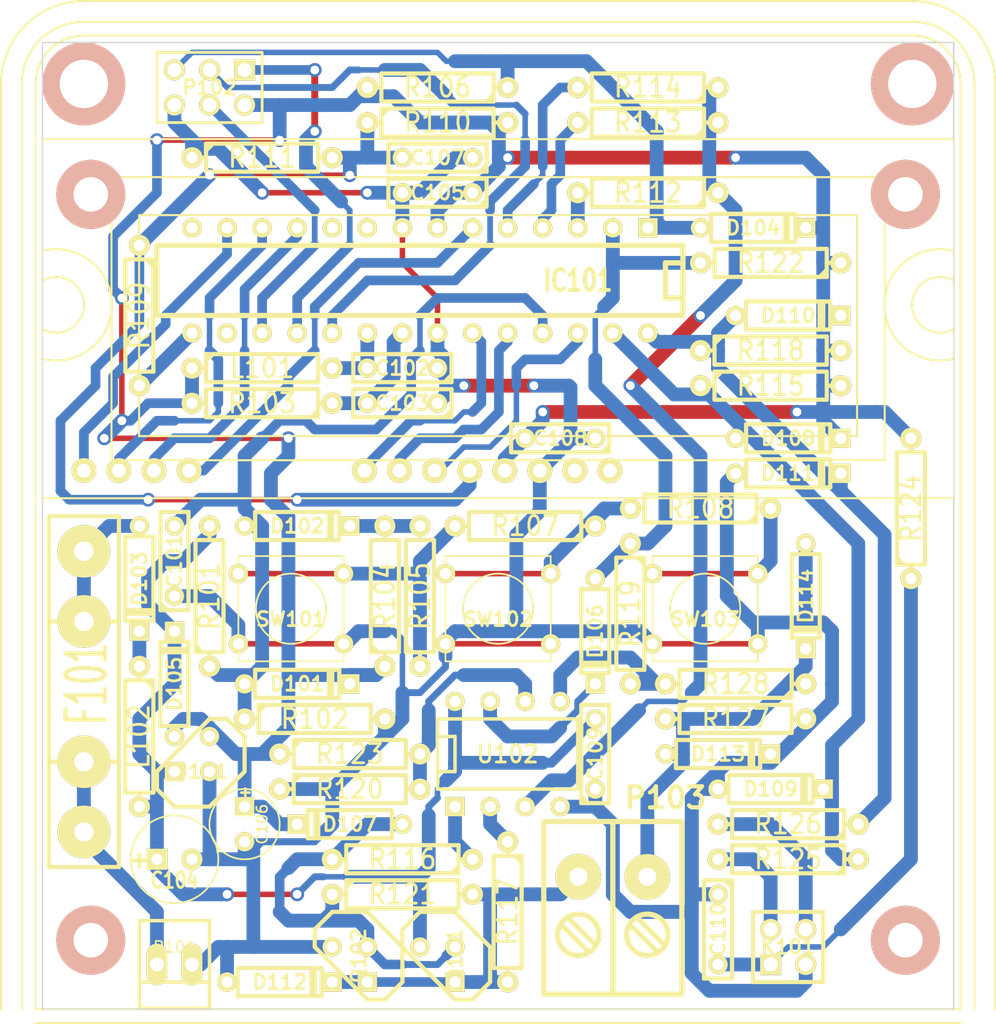
<source format=kicad_pcb>
(kicad_pcb (version 3) (host pcbnew "(22-Jun-2014 BZR 4027)-stable")

  (general
    (links 145)
    (no_connects 0)
    (area 149.1976 41.624999 222.375001 116.375001)
    (thickness 1.6)
    (drawings 5)
    (tracks 816)
    (zones 0)
    (modules 69)
    (nets 45)
  )

  (page A4)
  (title_block 
    (title "3in1 Soil Moisture Sensor Calibrator")
    (rev 1)
    (company "(c) 2015 Andreas Messer")
  )

  (layers
    (15 F.Cu signal)
    (0 B.Cu signal)
    (16 B.Adhes user hide)
    (17 F.Adhes user hide)
    (18 B.Paste user hide)
    (19 F.Paste user hide)
    (20 B.SilkS user hide)
    (21 F.SilkS user)
    (22 B.Mask user hide)
    (23 F.Mask user hide)
    (24 Dwgs.User user hide)
    (25 Cmts.User user hide)
    (26 Eco1.User user hide)
    (27 Eco2.User user hide)
    (28 Edge.Cuts user)
  )

  (setup
    (last_trace_width 0.4)
    (user_trace_width 0.5)
    (user_trace_width 0.7)
    (user_trace_width 1)
    (trace_clearance 0.3)
    (zone_clearance 0.508)
    (zone_45_only no)
    (trace_min 0.254)
    (segment_width 0.2)
    (edge_width 0.1)
    (via_size 1)
    (via_drill 0.635)
    (via_min_size 0.889)
    (via_min_drill 0.508)
    (uvia_size 0.508)
    (uvia_drill 0.127)
    (uvias_allowed no)
    (uvia_min_size 0.508)
    (uvia_min_drill 0.127)
    (pcb_text_width 0.3)
    (pcb_text_size 1.5 1.5)
    (mod_edge_width 0.15)
    (mod_text_size 1 1)
    (mod_text_width 0.15)
    (pad_size 1.8 1.8)
    (pad_drill 1)
    (pad_to_mask_clearance 0)
    (aux_axis_origin 0 0)
    (visible_elements FFFFFF9F)
    (pcbplotparams
      (layerselection 2097152)
      (usegerberextensions false)
      (excludeedgelayer false)
      (linewidth 0.020000)
      (plotframeref false)
      (viasonmask false)
      (mode 1)
      (useauxorigin false)
      (hpglpennumber 1)
      (hpglpenspeed 20)
      (hpglpendiameter 15)
      (hpglpenoverlay 2)
      (psnegative false)
      (psa4output false)
      (plotreference true)
      (plotvalue false)
      (plotothertext true)
      (plotinvisibletext false)
      (padsonsilk false)
      (subtractmaskfromsilk false)
      (outputformat 5)
      (mirror false)
      (drillshape 0)
      (scaleselection 1)
      (outputdirectory /tmp/))
  )

  (net 0 "")
  (net 1 +5V)
  (net 2 /#RESET)
  (net 3 /KEYBOARD)
  (net 4 /LCD_CONTRAST_PWM)
  (net 5 /MISO)
  (net 6 /MOSI)
  (net 7 /SCK)
  (net 8 /SCL)
  (net 9 /SDA)
  (net 10 /SENSOR_RX)
  (net 11 /SENSOR_TX_A)
  (net 12 /SENSOR_TX_B)
  (net 13 /SENSOR_TX_C)
  (net 14 /Vsupply)
  (net 15 GND)
  (net 16 N-000001)
  (net 17 N-0000011)
  (net 18 N-0000012)
  (net 19 N-0000013)
  (net 20 N-0000015)
  (net 21 N-0000016)
  (net 22 N-0000017)
  (net 23 N-0000018)
  (net 24 N-0000019)
  (net 25 N-0000020)
  (net 26 N-000003)
  (net 27 N-0000030)
  (net 28 N-0000031)
  (net 29 N-0000032)
  (net 30 N-0000033)
  (net 31 N-0000039)
  (net 32 N-000004)
  (net 33 N-0000041)
  (net 34 N-0000042)
  (net 35 N-0000043)
  (net 36 N-0000045)
  (net 37 N-0000047)
  (net 38 N-0000049)
  (net 39 N-0000050)
  (net 40 N-0000053)
  (net 41 N-0000054)
  (net 42 N-0000055)
  (net 43 N-0000056)
  (net 44 N-000008)

  (net_class Default "Dies ist die voreingestellte Netzklasse."
    (clearance 0.3)
    (trace_width 0.4)
    (via_dia 1)
    (via_drill 0.635)
    (uvia_dia 0.508)
    (uvia_drill 0.127)
    (add_net "")
    (add_net +5V)
    (add_net /#RESET)
    (add_net /KEYBOARD)
    (add_net /LCD_CONTRAST_PWM)
    (add_net /MISO)
    (add_net /MOSI)
    (add_net /SCK)
    (add_net /SCL)
    (add_net /SDA)
    (add_net /SENSOR_RX)
    (add_net /SENSOR_TX_A)
    (add_net /SENSOR_TX_B)
    (add_net /SENSOR_TX_C)
    (add_net /Vsupply)
    (add_net GND)
    (add_net N-000001)
    (add_net N-0000011)
    (add_net N-0000012)
    (add_net N-0000013)
    (add_net N-0000015)
    (add_net N-0000016)
    (add_net N-0000017)
    (add_net N-0000018)
    (add_net N-0000019)
    (add_net N-0000020)
    (add_net N-000003)
    (add_net N-0000030)
    (add_net N-0000031)
    (add_net N-0000032)
    (add_net N-0000033)
    (add_net N-0000039)
    (add_net N-000004)
    (add_net N-0000041)
    (add_net N-0000042)
    (add_net N-0000043)
    (add_net N-0000045)
    (add_net N-0000047)
    (add_net N-0000049)
    (add_net N-0000050)
    (add_net N-0000053)
    (add_net N-0000054)
    (add_net N-0000055)
    (add_net N-0000056)
    (add_net N-000008)
  )

  (module TO92-123 (layer F.Cu) (tedit 567A8D5F) (tstamp 56793FC5)
    (at 163.83 96.52 180)
    (descr "Transistor TO92 brochage type BC237")
    (tags "TR TO92")
    (path /567A93A8)
    (fp_text reference U101 (at -0.635 -1.27 180) (layer F.SilkS)
      (effects (font (size 1.016 1.016) (thickness 0.2032)))
    )
    (fp_text value LP2950-N (at -1.27 -5.08 180) (layer F.SilkS) hide
      (effects (font (size 1.016 1.016) (thickness 0.2032)))
    )
    (fp_line (start -1.27 2.54) (end 2.54 -1.27) (layer F.SilkS) (width 0.3048))
    (fp_line (start 2.54 -1.27) (end 2.54 -2.54) (layer F.SilkS) (width 0.3048))
    (fp_line (start 2.54 -2.54) (end 1.27 -3.81) (layer F.SilkS) (width 0.3048))
    (fp_line (start 1.27 -3.81) (end -1.27 -3.81) (layer F.SilkS) (width 0.3048))
    (fp_line (start -1.27 -3.81) (end -3.81 -1.27) (layer F.SilkS) (width 0.3048))
    (fp_line (start -3.81 -1.27) (end -3.81 1.27) (layer F.SilkS) (width 0.3048))
    (fp_line (start -3.81 1.27) (end -2.54 2.54) (layer F.SilkS) (width 0.3048))
    (fp_line (start -2.54 2.54) (end -1.27 2.54) (layer F.SilkS) (width 0.3048))
    (pad 3 thru_hole rect (at 1.27 -1.27 180) (size 1.397 1.397) (drill 0.8128)
      (layers *.Cu *.Mask F.SilkS)
      (net 14 /Vsupply)
    )
    (pad 2 thru_hole circle (at -1.27 -1.27 180) (size 1.397 1.397) (drill 0.8128)
      (layers *.Cu *.Mask F.SilkS)
      (net 15 GND)
    )
    (pad 1 thru_hole circle (at -1.27 1.27 180) (size 1.397 1.397) (drill 0.8128)
      (layers *.Cu *.Mask F.SilkS)
      (net 1 +5V)
    )
    (model discret/to98.wrl
      (at (xyz 0 0 0))
      (scale (xyz 1 1 1))
      (rotate (xyz 0 0 0))
    )
  )

  (module SW_PUSH_SMALL (layer F.Cu) (tedit 567A8CA0) (tstamp 56793FF0)
    (at 186 86 180)
    (path /567A93B0)
    (fp_text reference SW102 (at 0 -0.762 180) (layer F.SilkS)
      (effects (font (size 1.016 1.016) (thickness 0.2032)))
    )
    (fp_text value SW_PUSH_SMALL (at 0 1.016 180) (layer F.SilkS) hide
      (effects (font (size 1.016 1.016) (thickness 0.2032)))
    )
    (fp_circle (center 0 0) (end 0 -2.54) (layer F.SilkS) (width 0.127))
    (fp_line (start -3.81 -3.81) (end 3.81 -3.81) (layer F.SilkS) (width 0.127))
    (fp_line (start 3.81 -3.81) (end 3.81 3.81) (layer F.SilkS) (width 0.127))
    (fp_line (start 3.81 3.81) (end -3.81 3.81) (layer F.SilkS) (width 0.127))
    (fp_line (start -3.81 -3.81) (end -3.81 3.81) (layer F.SilkS) (width 0.127))
    (pad 1 thru_hole circle (at 3.81 -2.54 180) (size 1.397 1.397) (drill 0.8128)
      (layers *.Cu *.Mask F.SilkS)
      (net 15 GND)
    )
    (pad 2 thru_hole circle (at 3.81 2.54 180) (size 1.397 1.397) (drill 0.8128)
      (layers *.Cu *.Mask F.SilkS)
      (net 24 N-0000019)
    )
    (pad 1 thru_hole circle (at -3.81 -2.54 180) (size 1.397 1.397) (drill 0.8128)
      (layers *.Cu *.Mask F.SilkS)
      (net 15 GND)
    )
    (pad 2 thru_hole circle (at -3.81 2.54 180) (size 1.397 1.397) (drill 0.8128)
      (layers *.Cu *.Mask F.SilkS)
      (net 24 N-0000019)
    )
  )

  (module SW_PUSH_SMALL (layer F.Cu) (tedit 567A8C9B) (tstamp 56793FFD)
    (at 171 86 180)
    (path /567A9397)
    (fp_text reference SW101 (at 0 -0.762 180) (layer F.SilkS)
      (effects (font (size 1.016 1.016) (thickness 0.2032)))
    )
    (fp_text value SW_PUSH_SMALL (at 0 1.016 180) (layer F.SilkS) hide
      (effects (font (size 1.016 1.016) (thickness 0.2032)))
    )
    (fp_circle (center 0 0) (end 0 -2.54) (layer F.SilkS) (width 0.127))
    (fp_line (start -3.81 -3.81) (end 3.81 -3.81) (layer F.SilkS) (width 0.127))
    (fp_line (start 3.81 -3.81) (end 3.81 3.81) (layer F.SilkS) (width 0.127))
    (fp_line (start 3.81 3.81) (end -3.81 3.81) (layer F.SilkS) (width 0.127))
    (fp_line (start -3.81 -3.81) (end -3.81 3.81) (layer F.SilkS) (width 0.127))
    (pad 1 thru_hole circle (at 3.81 -2.54 180) (size 1.397 1.397) (drill 0.8128)
      (layers *.Cu *.Mask F.SilkS)
      (net 15 GND)
    )
    (pad 2 thru_hole circle (at 3.81 2.54 180) (size 1.397 1.397) (drill 0.8128)
      (layers *.Cu *.Mask F.SilkS)
      (net 22 N-0000017)
    )
    (pad 1 thru_hole circle (at -3.81 -2.54 180) (size 1.397 1.397) (drill 0.8128)
      (layers *.Cu *.Mask F.SilkS)
      (net 15 GND)
    )
    (pad 2 thru_hole circle (at -3.81 2.54 180) (size 1.397 1.397) (drill 0.8128)
      (layers *.Cu *.Mask F.SilkS)
      (net 22 N-0000017)
    )
  )

  (module SW_PUSH_SMALL (layer F.Cu) (tedit 567A8CA4) (tstamp 5679400A)
    (at 201 86 180)
    (path /567A93B5)
    (fp_text reference SW103 (at 0 -0.762 180) (layer F.SilkS)
      (effects (font (size 1.016 1.016) (thickness 0.2032)))
    )
    (fp_text value SW_PUSH_SMALL (at 0 1.016 180) (layer F.SilkS) hide
      (effects (font (size 1.016 1.016) (thickness 0.2032)))
    )
    (fp_circle (center 0 0) (end 0 -2.54) (layer F.SilkS) (width 0.127))
    (fp_line (start -3.81 -3.81) (end 3.81 -3.81) (layer F.SilkS) (width 0.127))
    (fp_line (start 3.81 -3.81) (end 3.81 3.81) (layer F.SilkS) (width 0.127))
    (fp_line (start 3.81 3.81) (end -3.81 3.81) (layer F.SilkS) (width 0.127))
    (fp_line (start -3.81 -3.81) (end -3.81 3.81) (layer F.SilkS) (width 0.127))
    (pad 1 thru_hole circle (at 3.81 -2.54 180) (size 1.397 1.397) (drill 0.8128)
      (layers *.Cu *.Mask F.SilkS)
      (net 15 GND)
    )
    (pad 2 thru_hole circle (at 3.81 2.54 180) (size 1.397 1.397) (drill 0.8128)
      (layers *.Cu *.Mask F.SilkS)
      (net 25 N-0000020)
    )
    (pad 1 thru_hole circle (at -3.81 -2.54 180) (size 1.397 1.397) (drill 0.8128)
      (layers *.Cu *.Mask F.SilkS)
      (net 15 GND)
    )
    (pad 2 thru_hole circle (at -3.81 2.54 180) (size 1.397 1.397) (drill 0.8128)
      (layers *.Cu *.Mask F.SilkS)
      (net 25 N-0000020)
    )
  )

  (module R4 (layer F.Cu) (tedit 200000) (tstamp 5679406F)
    (at 181.61 50.8)
    (descr "Resitance 4 pas")
    (tags R)
    (path /567A938C)
    (autoplace_cost180 10)
    (fp_text reference R110 (at 0 0) (layer F.SilkS)
      (effects (font (size 1.397 1.27) (thickness 0.2032)))
    )
    (fp_text value "10 kOhm" (at 0 0) (layer F.SilkS) hide
      (effects (font (size 1.397 1.27) (thickness 0.2032)))
    )
    (fp_line (start -5.08 0) (end -4.064 0) (layer F.SilkS) (width 0.3048))
    (fp_line (start -4.064 0) (end -4.064 -1.016) (layer F.SilkS) (width 0.3048))
    (fp_line (start -4.064 -1.016) (end 4.064 -1.016) (layer F.SilkS) (width 0.3048))
    (fp_line (start 4.064 -1.016) (end 4.064 1.016) (layer F.SilkS) (width 0.3048))
    (fp_line (start 4.064 1.016) (end -4.064 1.016) (layer F.SilkS) (width 0.3048))
    (fp_line (start -4.064 1.016) (end -4.064 0) (layer F.SilkS) (width 0.3048))
    (fp_line (start -4.064 -0.508) (end -3.556 -1.016) (layer F.SilkS) (width 0.3048))
    (fp_line (start 5.08 0) (end 4.064 0) (layer F.SilkS) (width 0.3048))
    (pad 1 thru_hole circle (at -5.08 0) (size 1.524 1.524) (drill 0.8128)
      (layers *.Cu *.Mask F.SilkS)
      (net 40 N-0000053)
    )
    (pad 2 thru_hole circle (at 5.08 0) (size 1.524 1.524) (drill 0.8128)
      (layers *.Cu *.Mask F.SilkS)
      (net 1 +5V)
    )
    (model discret/resistor.wrl
      (at (xyz 0 0 0))
      (scale (xyz 0.4 0.4 0.4))
      (rotate (xyz 0 0 0))
    )
  )

  (module R4 (layer F.Cu) (tedit 200000) (tstamp 567940A7)
    (at 168.91 68.58)
    (descr "Resitance 4 pas")
    (tags R)
    (path /567A93A7)
    (autoplace_cost180 10)
    (fp_text reference L101 (at 0 0) (layer F.SilkS)
      (effects (font (size 1.397 1.27) (thickness 0.2032)))
    )
    (fp_text value "10 µH" (at 0 0) (layer F.SilkS) hide
      (effects (font (size 1.397 1.27) (thickness 0.2032)))
    )
    (fp_line (start -5.08 0) (end -4.064 0) (layer F.SilkS) (width 0.3048))
    (fp_line (start -4.064 0) (end -4.064 -1.016) (layer F.SilkS) (width 0.3048))
    (fp_line (start -4.064 -1.016) (end 4.064 -1.016) (layer F.SilkS) (width 0.3048))
    (fp_line (start 4.064 -1.016) (end 4.064 1.016) (layer F.SilkS) (width 0.3048))
    (fp_line (start 4.064 1.016) (end -4.064 1.016) (layer F.SilkS) (width 0.3048))
    (fp_line (start -4.064 1.016) (end -4.064 0) (layer F.SilkS) (width 0.3048))
    (fp_line (start -4.064 -0.508) (end -3.556 -1.016) (layer F.SilkS) (width 0.3048))
    (fp_line (start 5.08 0) (end 4.064 0) (layer F.SilkS) (width 0.3048))
    (pad 1 thru_hole circle (at -5.08 0) (size 1.524 1.524) (drill 0.8128)
      (layers *.Cu *.Mask F.SilkS)
      (net 1 +5V)
    )
    (pad 2 thru_hole circle (at 5.08 0) (size 1.524 1.524) (drill 0.8128)
      (layers *.Cu *.Mask F.SilkS)
      (net 43 N-0000056)
    )
    (model discret/resistor.wrl
      (at (xyz 0 0 0))
      (scale (xyz 0.4 0.4 0.4))
      (rotate (xyz 0 0 0))
    )
  )

  (module R4 (layer F.Cu) (tedit 200000) (tstamp 567940D1)
    (at 160.02 95.25 270)
    (descr "Resitance 4 pas")
    (tags R)
    (path /567A93AD)
    (autoplace_cost180 10)
    (fp_text reference L102 (at 0 0 270) (layer F.SilkS)
      (effects (font (size 1.397 1.27) (thickness 0.2032)))
    )
    (fp_text value "10 µH" (at 0 0 270) (layer F.SilkS) hide
      (effects (font (size 1.397 1.27) (thickness 0.2032)))
    )
    (fp_line (start -5.08 0) (end -4.064 0) (layer F.SilkS) (width 0.3048))
    (fp_line (start -4.064 0) (end -4.064 -1.016) (layer F.SilkS) (width 0.3048))
    (fp_line (start -4.064 -1.016) (end 4.064 -1.016) (layer F.SilkS) (width 0.3048))
    (fp_line (start 4.064 -1.016) (end 4.064 1.016) (layer F.SilkS) (width 0.3048))
    (fp_line (start 4.064 1.016) (end -4.064 1.016) (layer F.SilkS) (width 0.3048))
    (fp_line (start -4.064 1.016) (end -4.064 0) (layer F.SilkS) (width 0.3048))
    (fp_line (start -4.064 -0.508) (end -3.556 -1.016) (layer F.SilkS) (width 0.3048))
    (fp_line (start 5.08 0) (end 4.064 0) (layer F.SilkS) (width 0.3048))
    (pad 1 thru_hole circle (at -5.08 0 270) (size 1.524 1.524) (drill 0.8128)
      (layers *.Cu *.Mask F.SilkS)
      (net 34 N-0000042)
    )
    (pad 2 thru_hole circle (at 5.08 0 270) (size 1.524 1.524) (drill 0.8128)
      (layers *.Cu *.Mask F.SilkS)
      (net 14 /Vsupply)
    )
    (model discret/resistor.wrl
      (at (xyz 0 0 0))
      (scale (xyz 0.4 0.4 0.4))
      (rotate (xyz 0 0 0))
    )
  )

  (module R4 (layer F.Cu) (tedit 200000) (tstamp 567940DF)
    (at 196.85 50.8 180)
    (descr "Resitance 4 pas")
    (tags R)
    (path /566A6A19)
    (autoplace_cost180 10)
    (fp_text reference R113 (at 0 0 180) (layer F.SilkS)
      (effects (font (size 1.397 1.27) (thickness 0.2032)))
    )
    (fp_text value "10 kOhm" (at 0 0 180) (layer F.SilkS) hide
      (effects (font (size 1.397 1.27) (thickness 0.2032)))
    )
    (fp_line (start -5.08 0) (end -4.064 0) (layer F.SilkS) (width 0.3048))
    (fp_line (start -4.064 0) (end -4.064 -1.016) (layer F.SilkS) (width 0.3048))
    (fp_line (start -4.064 -1.016) (end 4.064 -1.016) (layer F.SilkS) (width 0.3048))
    (fp_line (start 4.064 -1.016) (end 4.064 1.016) (layer F.SilkS) (width 0.3048))
    (fp_line (start 4.064 1.016) (end -4.064 1.016) (layer F.SilkS) (width 0.3048))
    (fp_line (start -4.064 1.016) (end -4.064 0) (layer F.SilkS) (width 0.3048))
    (fp_line (start -4.064 -0.508) (end -3.556 -1.016) (layer F.SilkS) (width 0.3048))
    (fp_line (start 5.08 0) (end 4.064 0) (layer F.SilkS) (width 0.3048))
    (pad 1 thru_hole circle (at -5.08 0 180) (size 1.524 1.524) (drill 0.8128)
      (layers *.Cu *.Mask F.SilkS)
      (net 29 N-0000032)
    )
    (pad 2 thru_hole circle (at 5.08 0 180) (size 1.524 1.524) (drill 0.8128)
      (layers *.Cu *.Mask F.SilkS)
      (net 12 /SENSOR_TX_B)
    )
    (model discret/resistor.wrl
      (at (xyz 0 0 0))
      (scale (xyz 0.4 0.4 0.4))
      (rotate (xyz 0 0 0))
    )
  )

  (module R4 (layer F.Cu) (tedit 200000) (tstamp 56794109)
    (at 187.96 80.01 180)
    (descr "Resitance 4 pas")
    (tags R)
    (path /567A93B4)
    (autoplace_cost180 10)
    (fp_text reference R107 (at 0 0 180) (layer F.SilkS)
      (effects (font (size 1.397 1.27) (thickness 0.2032)))
    )
    (fp_text value "68 Ohm" (at 0 0 180) (layer F.SilkS) hide
      (effects (font (size 1.397 1.27) (thickness 0.2032)))
    )
    (fp_line (start -5.08 0) (end -4.064 0) (layer F.SilkS) (width 0.3048))
    (fp_line (start -4.064 0) (end -4.064 -1.016) (layer F.SilkS) (width 0.3048))
    (fp_line (start -4.064 -1.016) (end 4.064 -1.016) (layer F.SilkS) (width 0.3048))
    (fp_line (start 4.064 -1.016) (end 4.064 1.016) (layer F.SilkS) (width 0.3048))
    (fp_line (start 4.064 1.016) (end -4.064 1.016) (layer F.SilkS) (width 0.3048))
    (fp_line (start -4.064 1.016) (end -4.064 0) (layer F.SilkS) (width 0.3048))
    (fp_line (start -4.064 -0.508) (end -3.556 -1.016) (layer F.SilkS) (width 0.3048))
    (fp_line (start 5.08 0) (end 4.064 0) (layer F.SilkS) (width 0.3048))
    (pad 1 thru_hole circle (at -5.08 0 180) (size 1.524 1.524) (drill 0.8128)
      (layers *.Cu *.Mask F.SilkS)
      (net 24 N-0000019)
    )
    (pad 2 thru_hole circle (at 5.08 0 180) (size 1.524 1.524) (drill 0.8128)
      (layers *.Cu *.Mask F.SilkS)
      (net 22 N-0000017)
    )
    (model discret/resistor.wrl
      (at (xyz 0 0 0))
      (scale (xyz 0.4 0.4 0.4))
      (rotate (xyz 0 0 0))
    )
  )

  (module R4 (layer F.Cu) (tedit 200000) (tstamp 56794117)
    (at 168.91 53.34)
    (descr "Resitance 4 pas")
    (tags R)
    (path /567A938D)
    (autoplace_cost180 10)
    (fp_text reference R111 (at 0 0) (layer F.SilkS)
      (effects (font (size 1.397 1.27) (thickness 0.2032)))
    )
    (fp_text value "3.3 kOhm" (at 0 0) (layer F.SilkS) hide
      (effects (font (size 1.397 1.27) (thickness 0.2032)))
    )
    (fp_line (start -5.08 0) (end -4.064 0) (layer F.SilkS) (width 0.3048))
    (fp_line (start -4.064 0) (end -4.064 -1.016) (layer F.SilkS) (width 0.3048))
    (fp_line (start -4.064 -1.016) (end 4.064 -1.016) (layer F.SilkS) (width 0.3048))
    (fp_line (start 4.064 -1.016) (end 4.064 1.016) (layer F.SilkS) (width 0.3048))
    (fp_line (start 4.064 1.016) (end -4.064 1.016) (layer F.SilkS) (width 0.3048))
    (fp_line (start -4.064 1.016) (end -4.064 0) (layer F.SilkS) (width 0.3048))
    (fp_line (start -4.064 -0.508) (end -3.556 -1.016) (layer F.SilkS) (width 0.3048))
    (fp_line (start 5.08 0) (end 4.064 0) (layer F.SilkS) (width 0.3048))
    (pad 1 thru_hole circle (at -5.08 0) (size 1.524 1.524) (drill 0.8128)
      (layers *.Cu *.Mask F.SilkS)
      (net 15 GND)
    )
    (pad 2 thru_hole circle (at 5.08 0) (size 1.524 1.524) (drill 0.8128)
      (layers *.Cu *.Mask F.SilkS)
      (net 40 N-0000053)
    )
    (model discret/resistor.wrl
      (at (xyz 0 0 0))
      (scale (xyz 0.4 0.4 0.4))
      (rotate (xyz 0 0 0))
    )
  )

  (module R4 (layer F.Cu) (tedit 200000) (tstamp 56794125)
    (at 196.85 55.88 180)
    (descr "Resitance 4 pas")
    (tags R)
    (path /566A6985)
    (autoplace_cost180 10)
    (fp_text reference R112 (at 0 0 180) (layer F.SilkS)
      (effects (font (size 1.397 1.27) (thickness 0.2032)))
    )
    (fp_text value "10 kOhm" (at 0 0 180) (layer F.SilkS) hide
      (effects (font (size 1.397 1.27) (thickness 0.2032)))
    )
    (fp_line (start -5.08 0) (end -4.064 0) (layer F.SilkS) (width 0.3048))
    (fp_line (start -4.064 0) (end -4.064 -1.016) (layer F.SilkS) (width 0.3048))
    (fp_line (start -4.064 -1.016) (end 4.064 -1.016) (layer F.SilkS) (width 0.3048))
    (fp_line (start 4.064 -1.016) (end 4.064 1.016) (layer F.SilkS) (width 0.3048))
    (fp_line (start 4.064 1.016) (end -4.064 1.016) (layer F.SilkS) (width 0.3048))
    (fp_line (start -4.064 1.016) (end -4.064 0) (layer F.SilkS) (width 0.3048))
    (fp_line (start -4.064 -0.508) (end -3.556 -1.016) (layer F.SilkS) (width 0.3048))
    (fp_line (start 5.08 0) (end 4.064 0) (layer F.SilkS) (width 0.3048))
    (pad 1 thru_hole circle (at -5.08 0 180) (size 1.524 1.524) (drill 0.8128)
      (layers *.Cu *.Mask F.SilkS)
      (net 29 N-0000032)
    )
    (pad 2 thru_hole circle (at 5.08 0 180) (size 1.524 1.524) (drill 0.8128)
      (layers *.Cu *.Mask F.SilkS)
      (net 11 /SENSOR_TX_A)
    )
    (model discret/resistor.wrl
      (at (xyz 0 0 0))
      (scale (xyz 0.4 0.4 0.4))
      (rotate (xyz 0 0 0))
    )
  )

  (module R4 (layer F.Cu) (tedit 200000) (tstamp 5679415D)
    (at 172.72 93.98)
    (descr "Resitance 4 pas")
    (tags R)
    (path /567A9398)
    (autoplace_cost180 10)
    (fp_text reference R102 (at 0 0) (layer F.SilkS)
      (effects (font (size 1.397 1.27) (thickness 0.2032)))
    )
    (fp_text value "47 kOhm" (at 0 0) (layer F.SilkS) hide
      (effects (font (size 1.397 1.27) (thickness 0.2032)))
    )
    (fp_line (start -5.08 0) (end -4.064 0) (layer F.SilkS) (width 0.3048))
    (fp_line (start -4.064 0) (end -4.064 -1.016) (layer F.SilkS) (width 0.3048))
    (fp_line (start -4.064 -1.016) (end 4.064 -1.016) (layer F.SilkS) (width 0.3048))
    (fp_line (start 4.064 -1.016) (end 4.064 1.016) (layer F.SilkS) (width 0.3048))
    (fp_line (start 4.064 1.016) (end -4.064 1.016) (layer F.SilkS) (width 0.3048))
    (fp_line (start -4.064 1.016) (end -4.064 0) (layer F.SilkS) (width 0.3048))
    (fp_line (start -4.064 -0.508) (end -3.556 -1.016) (layer F.SilkS) (width 0.3048))
    (fp_line (start 5.08 0) (end 4.064 0) (layer F.SilkS) (width 0.3048))
    (pad 1 thru_hole circle (at -5.08 0) (size 1.524 1.524) (drill 0.8128)
      (layers *.Cu *.Mask F.SilkS)
      (net 3 /KEYBOARD)
    )
    (pad 2 thru_hole circle (at 5.08 0) (size 1.524 1.524) (drill 0.8128)
      (layers *.Cu *.Mask F.SilkS)
      (net 15 GND)
    )
    (model discret/resistor.wrl
      (at (xyz 0 0 0))
      (scale (xyz 0.4 0.4 0.4))
      (rotate (xyz 0 0 0))
    )
  )

  (module R4 (layer F.Cu) (tedit 200000) (tstamp 5679416B)
    (at 160.02 64.77 270)
    (descr "Resitance 4 pas")
    (tags R)
    (path /567A9391)
    (autoplace_cost180 10)
    (fp_text reference R109 (at 0 0 270) (layer F.SilkS)
      (effects (font (size 1.397 1.27) (thickness 0.2032)))
    )
    (fp_text value "3.3 kOhm" (at 0 0 270) (layer F.SilkS) hide
      (effects (font (size 1.397 1.27) (thickness 0.2032)))
    )
    (fp_line (start -5.08 0) (end -4.064 0) (layer F.SilkS) (width 0.3048))
    (fp_line (start -4.064 0) (end -4.064 -1.016) (layer F.SilkS) (width 0.3048))
    (fp_line (start -4.064 -1.016) (end 4.064 -1.016) (layer F.SilkS) (width 0.3048))
    (fp_line (start 4.064 -1.016) (end 4.064 1.016) (layer F.SilkS) (width 0.3048))
    (fp_line (start 4.064 1.016) (end -4.064 1.016) (layer F.SilkS) (width 0.3048))
    (fp_line (start -4.064 1.016) (end -4.064 0) (layer F.SilkS) (width 0.3048))
    (fp_line (start -4.064 -0.508) (end -3.556 -1.016) (layer F.SilkS) (width 0.3048))
    (fp_line (start 5.08 0) (end 4.064 0) (layer F.SilkS) (width 0.3048))
    (pad 1 thru_hole circle (at -5.08 0 270) (size 1.524 1.524) (drill 0.8128)
      (layers *.Cu *.Mask F.SilkS)
      (net 40 N-0000053)
    )
    (pad 2 thru_hole circle (at 5.08 0 270) (size 1.524 1.524) (drill 0.8128)
      (layers *.Cu *.Mask F.SilkS)
      (net 4 /LCD_CONTRAST_PWM)
    )
    (model discret/resistor.wrl
      (at (xyz 0 0 0))
      (scale (xyz 0.4 0.4 0.4))
      (rotate (xyz 0 0 0))
    )
  )

  (module R4 (layer F.Cu) (tedit 200000) (tstamp 56794187)
    (at 177.8 85.09 90)
    (descr "Resitance 4 pas")
    (tags R)
    (path /567A93AE)
    (autoplace_cost180 10)
    (fp_text reference R104 (at 0 0 90) (layer F.SilkS)
      (effects (font (size 1.397 1.27) (thickness 0.2032)))
    )
    (fp_text value "3.3 kOhm" (at 0 0 90) (layer F.SilkS) hide
      (effects (font (size 1.397 1.27) (thickness 0.2032)))
    )
    (fp_line (start -5.08 0) (end -4.064 0) (layer F.SilkS) (width 0.3048))
    (fp_line (start -4.064 0) (end -4.064 -1.016) (layer F.SilkS) (width 0.3048))
    (fp_line (start -4.064 -1.016) (end 4.064 -1.016) (layer F.SilkS) (width 0.3048))
    (fp_line (start 4.064 -1.016) (end 4.064 1.016) (layer F.SilkS) (width 0.3048))
    (fp_line (start 4.064 1.016) (end -4.064 1.016) (layer F.SilkS) (width 0.3048))
    (fp_line (start -4.064 1.016) (end -4.064 0) (layer F.SilkS) (width 0.3048))
    (fp_line (start -4.064 -0.508) (end -3.556 -1.016) (layer F.SilkS) (width 0.3048))
    (fp_line (start 5.08 0) (end 4.064 0) (layer F.SilkS) (width 0.3048))
    (pad 1 thru_hole circle (at -5.08 0 90) (size 1.524 1.524) (drill 0.8128)
      (layers *.Cu *.Mask F.SilkS)
      (net 1 +5V)
    )
    (pad 2 thru_hole circle (at 5.08 0 90) (size 1.524 1.524) (drill 0.8128)
      (layers *.Cu *.Mask F.SilkS)
      (net 23 N-0000018)
    )
    (model discret/resistor.wrl
      (at (xyz 0 0 0))
      (scale (xyz 0.4 0.4 0.4))
      (rotate (xyz 0 0 0))
    )
  )

  (module R4 (layer F.Cu) (tedit 200000) (tstamp 56794195)
    (at 180.34 85.09 90)
    (descr "Resitance 4 pas")
    (tags R)
    (path /567A93B3)
    (autoplace_cost180 10)
    (fp_text reference R105 (at 0 0 90) (layer F.SilkS)
      (effects (font (size 1.397 1.27) (thickness 0.2032)))
    )
    (fp_text value "68 Ohm" (at 0 0 90) (layer F.SilkS) hide
      (effects (font (size 1.397 1.27) (thickness 0.2032)))
    )
    (fp_line (start -5.08 0) (end -4.064 0) (layer F.SilkS) (width 0.3048))
    (fp_line (start -4.064 0) (end -4.064 -1.016) (layer F.SilkS) (width 0.3048))
    (fp_line (start -4.064 -1.016) (end 4.064 -1.016) (layer F.SilkS) (width 0.3048))
    (fp_line (start 4.064 -1.016) (end 4.064 1.016) (layer F.SilkS) (width 0.3048))
    (fp_line (start 4.064 1.016) (end -4.064 1.016) (layer F.SilkS) (width 0.3048))
    (fp_line (start -4.064 1.016) (end -4.064 0) (layer F.SilkS) (width 0.3048))
    (fp_line (start -4.064 -0.508) (end -3.556 -1.016) (layer F.SilkS) (width 0.3048))
    (fp_line (start 5.08 0) (end 4.064 0) (layer F.SilkS) (width 0.3048))
    (pad 1 thru_hole circle (at -5.08 0 90) (size 1.524 1.524) (drill 0.8128)
      (layers *.Cu *.Mask F.SilkS)
      (net 22 N-0000017)
    )
    (pad 2 thru_hole circle (at 5.08 0 90) (size 1.524 1.524) (drill 0.8128)
      (layers *.Cu *.Mask F.SilkS)
      (net 23 N-0000018)
    )
    (model discret/resistor.wrl
      (at (xyz 0 0 0))
      (scale (xyz 0.4 0.4 0.4))
      (rotate (xyz 0 0 0))
    )
  )

  (module R4 (layer F.Cu) (tedit 200000) (tstamp 567941A3)
    (at 168.91 71.12 180)
    (descr "Resitance 4 pas")
    (tags R)
    (path /567A939D)
    (autoplace_cost180 10)
    (fp_text reference R103 (at 0 0 180) (layer F.SilkS)
      (effects (font (size 1.397 1.27) (thickness 0.2032)))
    )
    (fp_text value "3.3 kOhm" (at 0 0 180) (layer F.SilkS) hide
      (effects (font (size 1.397 1.27) (thickness 0.2032)))
    )
    (fp_line (start -5.08 0) (end -4.064 0) (layer F.SilkS) (width 0.3048))
    (fp_line (start -4.064 0) (end -4.064 -1.016) (layer F.SilkS) (width 0.3048))
    (fp_line (start -4.064 -1.016) (end 4.064 -1.016) (layer F.SilkS) (width 0.3048))
    (fp_line (start 4.064 -1.016) (end 4.064 1.016) (layer F.SilkS) (width 0.3048))
    (fp_line (start 4.064 1.016) (end -4.064 1.016) (layer F.SilkS) (width 0.3048))
    (fp_line (start -4.064 1.016) (end -4.064 0) (layer F.SilkS) (width 0.3048))
    (fp_line (start -4.064 -0.508) (end -3.556 -1.016) (layer F.SilkS) (width 0.3048))
    (fp_line (start 5.08 0) (end 4.064 0) (layer F.SilkS) (width 0.3048))
    (pad 1 thru_hole circle (at -5.08 0 180) (size 1.524 1.524) (drill 0.8128)
      (layers *.Cu *.Mask F.SilkS)
      (net 42 N-0000055)
    )
    (pad 2 thru_hole circle (at 5.08 0 180) (size 1.524 1.524) (drill 0.8128)
      (layers *.Cu *.Mask F.SilkS)
      (net 1 +5V)
    )
    (model discret/resistor.wrl
      (at (xyz 0 0 0))
      (scale (xyz 0.4 0.4 0.4))
      (rotate (xyz 0 0 0))
    )
  )

  (module R4 (layer F.Cu) (tedit 200000) (tstamp 567941CD)
    (at 200.66 78.74 180)
    (descr "Resitance 4 pas")
    (tags R)
    (path /567A93B7)
    (autoplace_cost180 10)
    (fp_text reference R108 (at 0 0 180) (layer F.SilkS)
      (effects (font (size 1.397 1.27) (thickness 0.2032)))
    )
    (fp_text value "68 Ohm" (at 0 0 180) (layer F.SilkS) hide
      (effects (font (size 1.397 1.27) (thickness 0.2032)))
    )
    (fp_line (start -5.08 0) (end -4.064 0) (layer F.SilkS) (width 0.3048))
    (fp_line (start -4.064 0) (end -4.064 -1.016) (layer F.SilkS) (width 0.3048))
    (fp_line (start -4.064 -1.016) (end 4.064 -1.016) (layer F.SilkS) (width 0.3048))
    (fp_line (start 4.064 -1.016) (end 4.064 1.016) (layer F.SilkS) (width 0.3048))
    (fp_line (start 4.064 1.016) (end -4.064 1.016) (layer F.SilkS) (width 0.3048))
    (fp_line (start -4.064 1.016) (end -4.064 0) (layer F.SilkS) (width 0.3048))
    (fp_line (start -4.064 -0.508) (end -3.556 -1.016) (layer F.SilkS) (width 0.3048))
    (fp_line (start 5.08 0) (end 4.064 0) (layer F.SilkS) (width 0.3048))
    (pad 1 thru_hole circle (at -5.08 0 180) (size 1.524 1.524) (drill 0.8128)
      (layers *.Cu *.Mask F.SilkS)
      (net 25 N-0000020)
    )
    (pad 2 thru_hole circle (at 5.08 0 180) (size 1.524 1.524) (drill 0.8128)
      (layers *.Cu *.Mask F.SilkS)
      (net 24 N-0000019)
    )
    (model discret/resistor.wrl
      (at (xyz 0 0 0))
      (scale (xyz 0.4 0.4 0.4))
      (rotate (xyz 0 0 0))
    )
  )

  (module R4 (layer F.Cu) (tedit 200000) (tstamp 567941DB)
    (at 181.61 48.26 180)
    (descr "Resitance 4 pas")
    (tags R)
    (path /567A9383)
    (autoplace_cost180 10)
    (fp_text reference R106 (at 0 0 180) (layer F.SilkS)
      (effects (font (size 1.397 1.27) (thickness 0.2032)))
    )
    (fp_text value "10 kOhm" (at 0 0 180) (layer F.SilkS) hide
      (effects (font (size 1.397 1.27) (thickness 0.2032)))
    )
    (fp_line (start -5.08 0) (end -4.064 0) (layer F.SilkS) (width 0.3048))
    (fp_line (start -4.064 0) (end -4.064 -1.016) (layer F.SilkS) (width 0.3048))
    (fp_line (start -4.064 -1.016) (end 4.064 -1.016) (layer F.SilkS) (width 0.3048))
    (fp_line (start 4.064 -1.016) (end 4.064 1.016) (layer F.SilkS) (width 0.3048))
    (fp_line (start 4.064 1.016) (end -4.064 1.016) (layer F.SilkS) (width 0.3048))
    (fp_line (start -4.064 1.016) (end -4.064 0) (layer F.SilkS) (width 0.3048))
    (fp_line (start -4.064 -0.508) (end -3.556 -1.016) (layer F.SilkS) (width 0.3048))
    (fp_line (start 5.08 0) (end 4.064 0) (layer F.SilkS) (width 0.3048))
    (pad 1 thru_hole circle (at -5.08 0 180) (size 1.524 1.524) (drill 0.8128)
      (layers *.Cu *.Mask F.SilkS)
      (net 2 /#RESET)
    )
    (pad 2 thru_hole circle (at 5.08 0 180) (size 1.524 1.524) (drill 0.8128)
      (layers *.Cu *.Mask F.SilkS)
      (net 1 +5V)
    )
    (model discret/resistor.wrl
      (at (xyz 0 0 0))
      (scale (xyz 0.4 0.4 0.4))
      (rotate (xyz 0 0 0))
    )
  )

  (module R4 (layer F.Cu) (tedit 200000) (tstamp 567941E9)
    (at 165.1 85.09 90)
    (descr "Resitance 4 pas")
    (tags R)
    (path /567A9399)
    (autoplace_cost180 10)
    (fp_text reference R101 (at 0 0 90) (layer F.SilkS)
      (effects (font (size 1.397 1.27) (thickness 0.2032)))
    )
    (fp_text value "100 kOhm" (at 0 0 90) (layer F.SilkS) hide
      (effects (font (size 1.397 1.27) (thickness 0.2032)))
    )
    (fp_line (start -5.08 0) (end -4.064 0) (layer F.SilkS) (width 0.3048))
    (fp_line (start -4.064 0) (end -4.064 -1.016) (layer F.SilkS) (width 0.3048))
    (fp_line (start -4.064 -1.016) (end 4.064 -1.016) (layer F.SilkS) (width 0.3048))
    (fp_line (start 4.064 -1.016) (end 4.064 1.016) (layer F.SilkS) (width 0.3048))
    (fp_line (start 4.064 1.016) (end -4.064 1.016) (layer F.SilkS) (width 0.3048))
    (fp_line (start -4.064 1.016) (end -4.064 0) (layer F.SilkS) (width 0.3048))
    (fp_line (start -4.064 -0.508) (end -3.556 -1.016) (layer F.SilkS) (width 0.3048))
    (fp_line (start 5.08 0) (end 4.064 0) (layer F.SilkS) (width 0.3048))
    (pad 1 thru_hole circle (at -5.08 0 90) (size 1.524 1.524) (drill 0.8128)
      (layers *.Cu *.Mask F.SilkS)
      (net 3 /KEYBOARD)
    )
    (pad 2 thru_hole circle (at 5.08 0 90) (size 1.524 1.524) (drill 0.8128)
      (layers *.Cu *.Mask F.SilkS)
      (net 14 /Vsupply)
    )
    (model discret/resistor.wrl
      (at (xyz 0 0 0))
      (scale (xyz 0.4 0.4 0.4))
      (rotate (xyz 0 0 0))
    )
  )

  (module PINHEAD1-2 (layer F.Cu) (tedit 567A8D43) (tstamp 56794210)
    (at 162.56 111.76 180)
    (path /567A93A1)
    (attr virtual)
    (fp_text reference P101 (at 0 1.27 180) (layer F.SilkS)
      (effects (font (size 0.8 0.8) (thickness 0.12)))
    )
    (fp_text value CONN_2 (at 0 3.81 180) (layer F.SilkS) hide
      (effects (font (size 0.8 0.8) (thickness 0.12)))
    )
    (fp_line (start 2.54 -1.27) (end -2.54 -1.27) (layer F.SilkS) (width 0.254))
    (fp_line (start 2.54 3.175) (end -2.54 3.175) (layer F.SilkS) (width 0.254))
    (fp_line (start -2.54 -3.175) (end 2.54 -3.175) (layer F.SilkS) (width 0.254))
    (fp_line (start -2.54 -3.175) (end -2.54 3.175) (layer F.SilkS) (width 0.254))
    (fp_line (start 2.54 -3.175) (end 2.54 3.175) (layer F.SilkS) (width 0.254))
    (pad 1 thru_hole oval (at -1.27 0 180) (size 1.50622 3.01498) (drill 0.99822)
      (layers *.Cu *.Mask F.SilkS)
      (net 15 GND)
    )
    (pad 2 thru_hole oval (at 1.27 0 180) (size 1.50622 3.01498) (drill 0.99822)
      (layers *.Cu *.Mask F.SilkS)
      (net 35 N-0000043)
    )
  )

  (module pin_array_3x2 (layer F.Cu) (tedit 567A8D9D) (tstamp 5679421E)
    (at 165.1 48.26 180)
    (descr "Double rangee de contacts 2 x 4 pins")
    (tags CONN)
    (path /567A93AA)
    (fp_text reference P102 (at 0 0 180) (layer F.SilkS)
      (effects (font (size 1.016 1.016) (thickness 0.2032)))
    )
    (fp_text value ISP (at 0 3.81 180) (layer F.SilkS) hide
      (effects (font (size 1.016 1.016) (thickness 0.2032)))
    )
    (fp_line (start 3.81 2.54) (end -3.81 2.54) (layer F.SilkS) (width 0.2032))
    (fp_line (start -3.81 -2.54) (end 3.81 -2.54) (layer F.SilkS) (width 0.2032))
    (fp_line (start 3.81 -2.54) (end 3.81 2.54) (layer F.SilkS) (width 0.2032))
    (fp_line (start -3.81 2.54) (end -3.81 -2.54) (layer F.SilkS) (width 0.2032))
    (pad 1 thru_hole rect (at -2.54 1.27 180) (size 1.524 1.524) (drill 1.016)
      (layers *.Cu *.Mask F.SilkS)
      (net 5 /MISO)
    )
    (pad 2 thru_hole circle (at -2.54 -1.27 180) (size 1.524 1.524) (drill 1.016)
      (layers *.Cu *.Mask F.SilkS)
      (net 1 +5V)
    )
    (pad 3 thru_hole circle (at 0 1.27 180) (size 1.524 1.524) (drill 1.016)
      (layers *.Cu *.Mask F.SilkS)
      (net 7 /SCK)
    )
    (pad 4 thru_hole circle (at 0 -1.27 180) (size 1.524 1.524) (drill 1.016)
      (layers *.Cu *.Mask F.SilkS)
      (net 6 /MOSI)
    )
    (pad 5 thru_hole circle (at 2.54 1.27 180) (size 1.524 1.524) (drill 1.016)
      (layers *.Cu *.Mask F.SilkS)
      (net 2 /#RESET)
    )
    (pad 6 thru_hole circle (at 2.54 -1.27 180) (size 1.524 1.524) (drill 1.016)
      (layers *.Cu *.Mask F.SilkS)
      (net 15 GND)
    )
    (model pin_array/pins_array_3x2.wrl
      (at (xyz 0 0 0))
      (scale (xyz 1 1 1))
      (rotate (xyz 0 0 0))
    )
  )

  (module FUSE5-20 (layer F.Cu) (tedit 567A8D50) (tstamp 5679426D)
    (at 156 92 90)
    (descr "Support fusible 5 x 20")
    (tags DEV)
    (path /567A939F)
    (fp_text reference F101 (at 0.56 0.21 90) (layer F.SilkS)
      (effects (font (size 2.83464 1.59512) (thickness 0.3048)))
    )
    (fp_text value FUSE (at 1.27 -5.08 90) (layer F.SilkS) hide
      (effects (font (size 2.54 2.032) (thickness 0.3048)))
    )
    (fp_line (start -12.7 -2.54) (end 12.7 -2.54) (layer F.SilkS) (width 0.3048))
    (fp_line (start 12.7 -2.54) (end 12.7 2.54) (layer F.SilkS) (width 0.3048))
    (fp_line (start 12.7 2.54) (end -12.7 2.54) (layer F.SilkS) (width 0.3048))
    (fp_line (start -12.7 2.54) (end -12.7 -2.54) (layer F.SilkS) (width 0.3048))
    (fp_line (start -5.08 -2.54) (end -5.08 2.54) (layer F.SilkS) (width 0.3048))
    (fp_line (start 5.08 -2.54) (end 5.08 2.54) (layer F.SilkS) (width 0.3048))
    (pad 1 thru_hole circle (at -10.16 0 90) (size 3.81 3.81) (drill 1.397)
      (layers *.Cu *.Mask F.SilkS)
      (net 35 N-0000043)
    )
    (pad 1 thru_hole circle (at -5.08 0 90) (size 3.81 3.81) (drill 1.397)
      (layers *.Cu *.Mask F.SilkS)
      (net 35 N-0000043)
    )
    (pad 2 thru_hole circle (at 5.08 0 90) (size 3.81 3.81) (drill 1.397)
      (layers *.Cu *.Mask F.SilkS)
      (net 33 N-0000041)
    )
    (pad 2 thru_hole circle (at 10.16 0 90) (size 3.81 3.81) (drill 1.397)
      (layers *.Cu *.Mask F.SilkS)
      (net 33 N-0000041)
    )
  )

  (module D3 (layer F.Cu) (tedit 200000) (tstamp 567942B7)
    (at 162.56 91.44 90)
    (descr "Diode 3 pas")
    (tags "DIODE DEV")
    (path /567A93A9)
    (fp_text reference D105 (at 0 0 90) (layer F.SilkS)
      (effects (font (size 1.016 1.016) (thickness 0.2032)))
    )
    (fp_text value DIODE (at 0 0 90) (layer F.SilkS) hide
      (effects (font (size 1.016 1.016) (thickness 0.2032)))
    )
    (fp_line (start 3.81 0) (end 3.048 0) (layer F.SilkS) (width 0.3048))
    (fp_line (start 3.048 0) (end 3.048 -1.016) (layer F.SilkS) (width 0.3048))
    (fp_line (start 3.048 -1.016) (end -3.048 -1.016) (layer F.SilkS) (width 0.3048))
    (fp_line (start -3.048 -1.016) (end -3.048 0) (layer F.SilkS) (width 0.3048))
    (fp_line (start -3.048 0) (end -3.81 0) (layer F.SilkS) (width 0.3048))
    (fp_line (start -3.048 0) (end -3.048 1.016) (layer F.SilkS) (width 0.3048))
    (fp_line (start -3.048 1.016) (end 3.048 1.016) (layer F.SilkS) (width 0.3048))
    (fp_line (start 3.048 1.016) (end 3.048 0) (layer F.SilkS) (width 0.3048))
    (fp_line (start 2.54 -1.016) (end 2.54 1.016) (layer F.SilkS) (width 0.3048))
    (fp_line (start 2.286 1.016) (end 2.286 -1.016) (layer F.SilkS) (width 0.3048))
    (pad 2 thru_hole rect (at 3.81 0 90) (size 1.397 1.397) (drill 0.8128)
      (layers *.Cu *.Mask F.SilkS)
      (net 14 /Vsupply)
    )
    (pad 1 thru_hole circle (at -3.81 0 90) (size 1.397 1.397) (drill 0.8128)
      (layers *.Cu *.Mask F.SilkS)
      (net 1 +5V)
    )
    (model discret/diode.wrl
      (at (xyz 0 0 0))
      (scale (xyz 0.3 0.3 0.3))
      (rotate (xyz 0 0 0))
    )
  )

  (module D3 (layer F.Cu) (tedit 200000) (tstamp 56794327)
    (at 171.45 80.01)
    (descr "Diode 3 pas")
    (tags "DIODE DEV")
    (path /567A93AF)
    (fp_text reference D102 (at 0 0) (layer F.SilkS)
      (effects (font (size 1.016 1.016) (thickness 0.2032)))
    )
    (fp_text value DIODE (at 0 0) (layer F.SilkS) hide
      (effects (font (size 1.016 1.016) (thickness 0.2032)))
    )
    (fp_line (start 3.81 0) (end 3.048 0) (layer F.SilkS) (width 0.3048))
    (fp_line (start 3.048 0) (end 3.048 -1.016) (layer F.SilkS) (width 0.3048))
    (fp_line (start 3.048 -1.016) (end -3.048 -1.016) (layer F.SilkS) (width 0.3048))
    (fp_line (start -3.048 -1.016) (end -3.048 0) (layer F.SilkS) (width 0.3048))
    (fp_line (start -3.048 0) (end -3.81 0) (layer F.SilkS) (width 0.3048))
    (fp_line (start -3.048 0) (end -3.048 1.016) (layer F.SilkS) (width 0.3048))
    (fp_line (start -3.048 1.016) (end 3.048 1.016) (layer F.SilkS) (width 0.3048))
    (fp_line (start 3.048 1.016) (end 3.048 0) (layer F.SilkS) (width 0.3048))
    (fp_line (start 2.54 -1.016) (end 2.54 1.016) (layer F.SilkS) (width 0.3048))
    (fp_line (start 2.286 1.016) (end 2.286 -1.016) (layer F.SilkS) (width 0.3048))
    (pad 2 thru_hole rect (at 3.81 0) (size 1.397 1.397) (drill 0.8128)
      (layers *.Cu *.Mask F.SilkS)
      (net 23 N-0000018)
    )
    (pad 1 thru_hole circle (at -3.81 0) (size 1.397 1.397) (drill 0.8128)
      (layers *.Cu *.Mask F.SilkS)
      (net 3 /KEYBOARD)
    )
    (model discret/diode.wrl
      (at (xyz 0 0 0))
      (scale (xyz 0.3 0.3 0.3))
      (rotate (xyz 0 0 0))
    )
  )

  (module D3 (layer F.Cu) (tedit 200000) (tstamp 56794337)
    (at 204.47 58.42)
    (descr "Diode 3 pas")
    (tags "DIODE DEV")
    (path /567A9382)
    (fp_text reference D104 (at 0 0) (layer F.SilkS)
      (effects (font (size 1.016 1.016) (thickness 0.2032)))
    )
    (fp_text value DIODE (at 0 0) (layer F.SilkS) hide
      (effects (font (size 1.016 1.016) (thickness 0.2032)))
    )
    (fp_line (start 3.81 0) (end 3.048 0) (layer F.SilkS) (width 0.3048))
    (fp_line (start 3.048 0) (end 3.048 -1.016) (layer F.SilkS) (width 0.3048))
    (fp_line (start 3.048 -1.016) (end -3.048 -1.016) (layer F.SilkS) (width 0.3048))
    (fp_line (start -3.048 -1.016) (end -3.048 0) (layer F.SilkS) (width 0.3048))
    (fp_line (start -3.048 0) (end -3.81 0) (layer F.SilkS) (width 0.3048))
    (fp_line (start -3.048 0) (end -3.048 1.016) (layer F.SilkS) (width 0.3048))
    (fp_line (start -3.048 1.016) (end 3.048 1.016) (layer F.SilkS) (width 0.3048))
    (fp_line (start 3.048 1.016) (end 3.048 0) (layer F.SilkS) (width 0.3048))
    (fp_line (start 2.54 -1.016) (end 2.54 1.016) (layer F.SilkS) (width 0.3048))
    (fp_line (start 2.286 1.016) (end 2.286 -1.016) (layer F.SilkS) (width 0.3048))
    (pad 2 thru_hole rect (at 3.81 0) (size 1.397 1.397) (drill 0.8128)
      (layers *.Cu *.Mask F.SilkS)
      (net 1 +5V)
    )
    (pad 1 thru_hole circle (at -3.81 0) (size 1.397 1.397) (drill 0.8128)
      (layers *.Cu *.Mask F.SilkS)
      (net 2 /#RESET)
    )
    (model discret/diode.wrl
      (at (xyz 0 0 0))
      (scale (xyz 0.3 0.3 0.3))
      (rotate (xyz 0 0 0))
    )
  )

  (module D3 (layer F.Cu) (tedit 200000) (tstamp 56794377)
    (at 160.02 83.82 270)
    (descr "Diode 3 pas")
    (tags "DIODE DEV")
    (path /567A939E)
    (fp_text reference D103 (at 0 0 270) (layer F.SilkS)
      (effects (font (size 1.016 1.016) (thickness 0.2032)))
    )
    (fp_text value DIODE (at 0 0 270) (layer F.SilkS) hide
      (effects (font (size 1.016 1.016) (thickness 0.2032)))
    )
    (fp_line (start 3.81 0) (end 3.048 0) (layer F.SilkS) (width 0.3048))
    (fp_line (start 3.048 0) (end 3.048 -1.016) (layer F.SilkS) (width 0.3048))
    (fp_line (start 3.048 -1.016) (end -3.048 -1.016) (layer F.SilkS) (width 0.3048))
    (fp_line (start -3.048 -1.016) (end -3.048 0) (layer F.SilkS) (width 0.3048))
    (fp_line (start -3.048 0) (end -3.81 0) (layer F.SilkS) (width 0.3048))
    (fp_line (start -3.048 0) (end -3.048 1.016) (layer F.SilkS) (width 0.3048))
    (fp_line (start -3.048 1.016) (end 3.048 1.016) (layer F.SilkS) (width 0.3048))
    (fp_line (start 3.048 1.016) (end 3.048 0) (layer F.SilkS) (width 0.3048))
    (fp_line (start 2.54 -1.016) (end 2.54 1.016) (layer F.SilkS) (width 0.3048))
    (fp_line (start 2.286 1.016) (end 2.286 -1.016) (layer F.SilkS) (width 0.3048))
    (pad 2 thru_hole rect (at 3.81 0 270) (size 1.397 1.397) (drill 0.8128)
      (layers *.Cu *.Mask F.SilkS)
      (net 34 N-0000042)
    )
    (pad 1 thru_hole circle (at -3.81 0 270) (size 1.397 1.397) (drill 0.8128)
      (layers *.Cu *.Mask F.SilkS)
      (net 33 N-0000041)
    )
    (model discret/diode.wrl
      (at (xyz 0 0 0))
      (scale (xyz 0.3 0.3 0.3))
      (rotate (xyz 0 0 0))
    )
  )

  (module D3 (layer F.Cu) (tedit 200000) (tstamp 56794387)
    (at 171.45 91.44)
    (descr "Diode 3 pas")
    (tags "DIODE DEV")
    (path /567A93A2)
    (fp_text reference D101 (at 0 0) (layer F.SilkS)
      (effects (font (size 1.016 1.016) (thickness 0.2032)))
    )
    (fp_text value DIODE (at 0 0) (layer F.SilkS) hide
      (effects (font (size 1.016 1.016) (thickness 0.2032)))
    )
    (fp_line (start 3.81 0) (end 3.048 0) (layer F.SilkS) (width 0.3048))
    (fp_line (start 3.048 0) (end 3.048 -1.016) (layer F.SilkS) (width 0.3048))
    (fp_line (start 3.048 -1.016) (end -3.048 -1.016) (layer F.SilkS) (width 0.3048))
    (fp_line (start -3.048 -1.016) (end -3.048 0) (layer F.SilkS) (width 0.3048))
    (fp_line (start -3.048 0) (end -3.81 0) (layer F.SilkS) (width 0.3048))
    (fp_line (start -3.048 0) (end -3.048 1.016) (layer F.SilkS) (width 0.3048))
    (fp_line (start -3.048 1.016) (end 3.048 1.016) (layer F.SilkS) (width 0.3048))
    (fp_line (start 3.048 1.016) (end 3.048 0) (layer F.SilkS) (width 0.3048))
    (fp_line (start 2.54 -1.016) (end 2.54 1.016) (layer F.SilkS) (width 0.3048))
    (fp_line (start 2.286 1.016) (end 2.286 -1.016) (layer F.SilkS) (width 0.3048))
    (pad 2 thru_hole rect (at 3.81 0) (size 1.397 1.397) (drill 0.8128)
      (layers *.Cu *.Mask F.SilkS)
      (net 1 +5V)
    )
    (pad 1 thru_hole circle (at -3.81 0) (size 1.397 1.397) (drill 0.8128)
      (layers *.Cu *.Mask F.SilkS)
      (net 3 /KEYBOARD)
    )
    (model discret/diode.wrl
      (at (xyz 0 0 0))
      (scale (xyz 0.3 0.3 0.3))
      (rotate (xyz 0 0 0))
    )
  )

  (module C2 (layer F.Cu) (tedit 200000) (tstamp 56794392)
    (at 179.07 71.12 180)
    (descr "Condensateur = 2 pas")
    (tags C)
    (path /567A9393)
    (fp_text reference C103 (at 0 0 180) (layer F.SilkS)
      (effects (font (size 1.016 1.016) (thickness 0.2032)))
    )
    (fp_text value C (at 0 0 180) (layer F.SilkS) hide
      (effects (font (size 1.016 1.016) (thickness 0.2032)))
    )
    (fp_line (start -3.556 -1.016) (end 3.556 -1.016) (layer F.SilkS) (width 0.3048))
    (fp_line (start 3.556 -1.016) (end 3.556 1.016) (layer F.SilkS) (width 0.3048))
    (fp_line (start 3.556 1.016) (end -3.556 1.016) (layer F.SilkS) (width 0.3048))
    (fp_line (start -3.556 1.016) (end -3.556 -1.016) (layer F.SilkS) (width 0.3048))
    (fp_line (start -3.556 -0.508) (end -3.048 -1.016) (layer F.SilkS) (width 0.3048))
    (pad 1 thru_hole circle (at -2.54 0 180) (size 1.397 1.397) (drill 0.8128)
      (layers *.Cu *.Mask F.SilkS)
      (net 15 GND)
    )
    (pad 2 thru_hole circle (at 2.54 0 180) (size 1.397 1.397) (drill 0.8128)
      (layers *.Cu *.Mask F.SilkS)
      (net 42 N-0000055)
    )
    (model discret/capa_2pas_5x5mm.wrl
      (at (xyz 0 0 0))
      (scale (xyz 1 1 1))
      (rotate (xyz 0 0 0))
    )
  )

  (module C2 (layer F.Cu) (tedit 56810357) (tstamp 5679439D)
    (at 190.5 73.66 180)
    (descr "Condensateur = 2 pas")
    (tags C)
    (path /567A938A)
    (fp_text reference C108 (at 0 0 180) (layer F.SilkS)
      (effects (font (size 1.016 1.016) (thickness 0.2032)))
    )
    (fp_text value C (at 0 0 180) (layer F.SilkS) hide
      (effects (font (size 1.016 1.016) (thickness 0.2032)))
    )
    (fp_line (start -3.556 -1.016) (end 3.556 -1.016) (layer F.SilkS) (width 0.3048))
    (fp_line (start 3.556 -1.016) (end 3.556 1.016) (layer F.SilkS) (width 0.3048))
    (fp_line (start 3.556 1.016) (end -3.556 1.016) (layer F.SilkS) (width 0.3048))
    (fp_line (start -3.556 1.016) (end -3.556 -1.016) (layer F.SilkS) (width 0.3048))
    (fp_line (start -3.556 -0.508) (end -3.048 -1.016) (layer F.SilkS) (width 0.3048))
    (pad 1 thru_hole circle (at -2.54 0 180) (size 1.397 1.397) (drill 0.8128)
      (layers *.Cu *.Mask F.SilkS)
      (net 15 GND)
    )
    (pad 2 thru_hole circle (at 2.54 0 180) (size 1.397 1.397) (drill 0.8128)
      (layers *.Cu *.Mask F.SilkS)
      (net 1 +5V)
    )
    (model discret/capa_2pas_5x5mm.wrl
      (at (xyz 0 0 0))
      (scale (xyz 1 1 1))
      (rotate (xyz 0 0 0))
    )
  )

  (module C2 (layer F.Cu) (tedit 200000) (tstamp 567943A8)
    (at 193.04 96.52 90)
    (descr "Condensateur = 2 pas")
    (tags C)
    (path /566AC19B)
    (fp_text reference C109 (at 0 0 90) (layer F.SilkS)
      (effects (font (size 1.016 1.016) (thickness 0.2032)))
    )
    (fp_text value C (at 0 0 90) (layer F.SilkS) hide
      (effects (font (size 1.016 1.016) (thickness 0.2032)))
    )
    (fp_line (start -3.556 -1.016) (end 3.556 -1.016) (layer F.SilkS) (width 0.3048))
    (fp_line (start 3.556 -1.016) (end 3.556 1.016) (layer F.SilkS) (width 0.3048))
    (fp_line (start 3.556 1.016) (end -3.556 1.016) (layer F.SilkS) (width 0.3048))
    (fp_line (start -3.556 1.016) (end -3.556 -1.016) (layer F.SilkS) (width 0.3048))
    (fp_line (start -3.556 -0.508) (end -3.048 -1.016) (layer F.SilkS) (width 0.3048))
    (pad 1 thru_hole circle (at -2.54 0 90) (size 1.397 1.397) (drill 0.8128)
      (layers *.Cu *.Mask F.SilkS)
      (net 15 GND)
    )
    (pad 2 thru_hole circle (at 2.54 0 90) (size 1.397 1.397) (drill 0.8128)
      (layers *.Cu *.Mask F.SilkS)
      (net 14 /Vsupply)
    )
    (model discret/capa_2pas_5x5mm.wrl
      (at (xyz 0 0 0))
      (scale (xyz 1 1 1))
      (rotate (xyz 0 0 0))
    )
  )

  (module C2 (layer F.Cu) (tedit 200000) (tstamp 567943B3)
    (at 179.07 68.58 180)
    (descr "Condensateur = 2 pas")
    (tags C)
    (path /567A9395)
    (fp_text reference C102 (at 0 0 180) (layer F.SilkS)
      (effects (font (size 1.016 1.016) (thickness 0.2032)))
    )
    (fp_text value C (at 0 0 180) (layer F.SilkS) hide
      (effects (font (size 1.016 1.016) (thickness 0.2032)))
    )
    (fp_line (start -3.556 -1.016) (end 3.556 -1.016) (layer F.SilkS) (width 0.3048))
    (fp_line (start 3.556 -1.016) (end 3.556 1.016) (layer F.SilkS) (width 0.3048))
    (fp_line (start 3.556 1.016) (end -3.556 1.016) (layer F.SilkS) (width 0.3048))
    (fp_line (start -3.556 1.016) (end -3.556 -1.016) (layer F.SilkS) (width 0.3048))
    (fp_line (start -3.556 -0.508) (end -3.048 -1.016) (layer F.SilkS) (width 0.3048))
    (pad 1 thru_hole circle (at -2.54 0 180) (size 1.397 1.397) (drill 0.8128)
      (layers *.Cu *.Mask F.SilkS)
      (net 15 GND)
    )
    (pad 2 thru_hole circle (at 2.54 0 180) (size 1.397 1.397) (drill 0.8128)
      (layers *.Cu *.Mask F.SilkS)
      (net 43 N-0000056)
    )
    (model discret/capa_2pas_5x5mm.wrl
      (at (xyz 0 0 0))
      (scale (xyz 1 1 1))
      (rotate (xyz 0 0 0))
    )
  )

  (module C2 (layer F.Cu) (tedit 200000) (tstamp 567943DF)
    (at 201.93 109.22 270)
    (descr "Condensateur = 2 pas")
    (tags C)
    (path /566A16A2)
    (fp_text reference C110 (at 0 0 270) (layer F.SilkS)
      (effects (font (size 1.016 1.016) (thickness 0.2032)))
    )
    (fp_text value C (at 0 0 270) (layer F.SilkS) hide
      (effects (font (size 1.016 1.016) (thickness 0.2032)))
    )
    (fp_line (start -3.556 -1.016) (end 3.556 -1.016) (layer F.SilkS) (width 0.3048))
    (fp_line (start 3.556 -1.016) (end 3.556 1.016) (layer F.SilkS) (width 0.3048))
    (fp_line (start 3.556 1.016) (end -3.556 1.016) (layer F.SilkS) (width 0.3048))
    (fp_line (start -3.556 1.016) (end -3.556 -1.016) (layer F.SilkS) (width 0.3048))
    (fp_line (start -3.556 -0.508) (end -3.048 -1.016) (layer F.SilkS) (width 0.3048))
    (pad 1 thru_hole circle (at -2.54 0 270) (size 1.397 1.397) (drill 0.8128)
      (layers *.Cu *.Mask F.SilkS)
      (net 15 GND)
    )
    (pad 2 thru_hole circle (at 2.54 0 270) (size 1.397 1.397) (drill 0.8128)
      (layers *.Cu *.Mask F.SilkS)
      (net 16 N-000001)
    )
    (model discret/capa_2pas_5x5mm.wrl
      (at (xyz 0 0 0))
      (scale (xyz 1 1 1))
      (rotate (xyz 0 0 0))
    )
  )

  (module kemo_g02b   locked (layer F.Cu) (tedit 567A8D3E) (tstamp 567A0080)
    (at 186 115)
    (fp_text reference kemo_g02b (at 0 0) (layer F.SilkS) hide
      (effects (font (size 1 1) (thickness 0.15)))
    )
    (fp_text value VAL** (at 0 0) (layer F.SilkS) hide
      (effects (font (size 1 1) (thickness 0.15)))
    )
    (fp_line (start -33.5 1) (end 33.5 1) (layer F.SilkS) (width 0.15))
    (fp_arc (start 30 -67) (end 30 -71.5) (angle 90) (layer F.SilkS) (width 0.15))
    (fp_line (start -34.5 -67) (end -34.5 0) (layer F.SilkS) (width 0.15))
    (fp_arc (start -30 -67) (end -34.5 -67) (angle 90) (layer F.SilkS) (width 0.15))
    (fp_line (start 30 -71.5) (end -30 -71.5) (layer F.SilkS) (width 0.15))
    (fp_line (start 34.5 0) (end 34.5 -67.25) (layer F.SilkS) (width 0.15))
    (fp_line (start 33.5 -67) (end 33.5 0) (layer F.SilkS) (width 0.15))
    (fp_line (start -30 -70.5) (end 30 -70.5) (layer F.SilkS) (width 0.15))
    (fp_line (start -33.5 0) (end -33.5 -67) (layer F.SilkS) (width 0.15))
    (fp_line (start -36 -67) (end -36 0) (layer F.SilkS) (width 0.15))
    (fp_line (start 30 -73) (end -30 -73) (layer F.SilkS) (width 0.15))
    (fp_line (start 36 -67) (end 36 0) (layer F.SilkS) (width 0.15))
    (fp_arc (start 30 -67) (end 30 -73) (angle 90) (layer F.SilkS) (width 0.15))
    (fp_arc (start 30 -67) (end 30 -70.5) (angle 90) (layer F.SilkS) (width 0.15))
    (fp_arc (start -30 -67) (end -36 -67) (angle 90) (layer F.SilkS) (width 0.15))
    (fp_arc (start -30 -67) (end -33.5 -67) (angle 90) (layer F.SilkS) (width 0.15))
    (fp_line (start -33.5 0) (end 33.5 0) (layer F.SilkS) (width 0.15))
    (pad "" np_thru_hole circle (at 29.5 -5) (size 5 5) (drill 2.5)
      (layers *.Cu *.SilkS *.Mask)
    )
    (pad 1 np_thru_hole circle (at -29.5 -5) (size 5 5) (drill 2.5)
      (layers *.Cu *.SilkS *.Mask)
    )
    (pad 2 np_thru_hole circle (at 29.5 -59) (size 5 5) (drill 2.5)
      (layers *.Cu *.SilkS *.Mask)
    )
    (pad 3 np_thru_hole circle (at -29.5 -59) (size 5 5) (drill 2.5)
      (layers *.Cu *.SilkS *.Mask)
    )
    (pad "" np_thru_hole circle (at -30 -67) (size 6 6) (drill 3.5)
      (layers *.Cu *.SilkS *.Mask)
    )
    (pad 1 np_thru_hole circle (at 30 -67) (size 6 6) (drill 3.5)
      (layers *.Cu *.SilkS *.Mask)
    )
  )

  (module DIP-28__300 (layer F.Cu) (tedit 567A8C94) (tstamp 567942A7)
    (at 180.34 62.23 180)
    (descr "28 pins DIL package, round pads, width 300mil")
    (tags DIL)
    (path /567A9381)
    (fp_text reference IC101 (at -11.43 0 180) (layer F.SilkS)
      (effects (font (size 1.524 1.143) (thickness 0.3048)))
    )
    (fp_text value ATMEGA8-P (at 10.16 0 180) (layer F.SilkS) hide
      (effects (font (size 1.524 1.143) (thickness 0.28575)))
    )
    (fp_line (start -19.05 -2.54) (end 19.05 -2.54) (layer F.SilkS) (width 0.381))
    (fp_line (start 19.05 -2.54) (end 19.05 2.54) (layer F.SilkS) (width 0.381))
    (fp_line (start 19.05 2.54) (end -19.05 2.54) (layer F.SilkS) (width 0.381))
    (fp_line (start -19.05 2.54) (end -19.05 -2.54) (layer F.SilkS) (width 0.381))
    (fp_line (start -19.05 -1.27) (end -17.78 -1.27) (layer F.SilkS) (width 0.381))
    (fp_line (start -17.78 -1.27) (end -17.78 1.27) (layer F.SilkS) (width 0.381))
    (fp_line (start -17.78 1.27) (end -19.05 1.27) (layer F.SilkS) (width 0.381))
    (pad 2 thru_hole circle (at -13.97 3.81 180) (size 1.397 1.397) (drill 0.8128)
      (layers *.Cu *.Mask F.SilkS)
      (net 10 /SENSOR_RX)
    )
    (pad 3 thru_hole circle (at -11.43 3.81 180) (size 1.397 1.397) (drill 0.8128)
      (layers *.Cu *.Mask F.SilkS)
      (net 11 /SENSOR_TX_A)
    )
    (pad 4 thru_hole circle (at -8.89 3.81 180) (size 1.397 1.397) (drill 0.8128)
      (layers *.Cu *.Mask F.SilkS)
      (net 12 /SENSOR_TX_B)
    )
    (pad 5 thru_hole circle (at -6.35 3.81 180) (size 1.397 1.397) (drill 0.8128)
      (layers *.Cu *.Mask F.SilkS)
      (net 13 /SENSOR_TX_C)
    )
    (pad 6 thru_hole circle (at -3.81 3.81 180) (size 1.397 1.397) (drill 0.8128)
      (layers *.Cu *.Mask F.SilkS)
      (net 37 N-0000047)
    )
    (pad 7 thru_hole circle (at -1.27 3.81 180) (size 1.397 1.397) (drill 0.8128)
      (layers *.Cu *.Mask F.SilkS)
      (net 1 +5V)
    )
    (pad 8 thru_hole circle (at 1.27 3.81 180) (size 1.397 1.397) (drill 0.8128)
      (layers *.Cu *.Mask F.SilkS)
      (net 15 GND)
    )
    (pad 9 thru_hole circle (at 3.81 3.81 180) (size 1.397 1.397) (drill 0.8128)
      (layers *.Cu *.Mask F.SilkS)
    )
    (pad 10 thru_hole circle (at 6.35 3.81 180) (size 1.397 1.397) (drill 0.8128)
      (layers *.Cu *.Mask F.SilkS)
    )
    (pad 11 thru_hole circle (at 8.89 3.81 180) (size 1.397 1.397) (drill 0.8128)
      (layers *.Cu *.Mask F.SilkS)
      (net 38 N-0000049)
    )
    (pad 12 thru_hole circle (at 11.43 3.81 180) (size 1.397 1.397) (drill 0.8128)
      (layers *.Cu *.Mask F.SilkS)
      (net 36 N-0000045)
    )
    (pad 13 thru_hole circle (at 13.97 3.81 180) (size 1.397 1.397) (drill 0.8128)
      (layers *.Cu *.Mask F.SilkS)
      (net 39 N-0000050)
    )
    (pad 14 thru_hole circle (at 16.51 3.81 180) (size 1.397 1.397) (drill 0.8128)
      (layers *.Cu *.Mask F.SilkS)
    )
    (pad 1 thru_hole rect (at -16.51 3.81 180) (size 1.397 1.397) (drill 0.8128)
      (layers *.Cu *.Mask F.SilkS)
      (net 2 /#RESET)
    )
    (pad 15 thru_hole circle (at 16.51 -3.81 180) (size 1.397 1.397) (drill 0.8128)
      (layers *.Cu *.Mask F.SilkS)
      (net 4 /LCD_CONTRAST_PWM)
    )
    (pad 16 thru_hole circle (at 13.97 -3.81 180) (size 1.397 1.397) (drill 0.8128)
      (layers *.Cu *.Mask F.SilkS)
    )
    (pad 17 thru_hole circle (at 11.43 -3.81 180) (size 1.397 1.397) (drill 0.8128)
      (layers *.Cu *.Mask F.SilkS)
      (net 6 /MOSI)
    )
    (pad 18 thru_hole circle (at 8.89 -3.81 180) (size 1.397 1.397) (drill 0.8128)
      (layers *.Cu *.Mask F.SilkS)
      (net 5 /MISO)
    )
    (pad 19 thru_hole circle (at 6.35 -3.81 180) (size 1.397 1.397) (drill 0.8128)
      (layers *.Cu *.Mask F.SilkS)
      (net 7 /SCK)
    )
    (pad 20 thru_hole circle (at 3.81 -3.81 180) (size 1.397 1.397) (drill 0.8128)
      (layers *.Cu *.Mask F.SilkS)
      (net 43 N-0000056)
    )
    (pad 21 thru_hole circle (at 1.27 -3.81 180) (size 1.397 1.397) (drill 0.8128)
      (layers *.Cu *.Mask F.SilkS)
      (net 42 N-0000055)
    )
    (pad 22 thru_hole circle (at -1.27 -3.81 180) (size 1.397 1.397) (drill 0.8128)
      (layers *.Cu *.Mask F.SilkS)
      (net 15 GND)
    )
    (pad 23 thru_hole circle (at -3.81 -3.81 180) (size 1.397 1.397) (drill 0.8128)
      (layers *.Cu *.Mask F.SilkS)
      (net 41 N-0000054)
    )
    (pad 24 thru_hole circle (at -6.35 -3.81 180) (size 1.397 1.397) (drill 0.8128)
      (layers *.Cu *.Mask F.SilkS)
      (net 28 N-0000031)
    )
    (pad 25 thru_hole circle (at -8.89 -3.81 180) (size 1.397 1.397) (drill 0.8128)
      (layers *.Cu *.Mask F.SilkS)
      (net 3 /KEYBOARD)
    )
    (pad 26 thru_hole circle (at -11.43 -3.81 180) (size 1.397 1.397) (drill 0.8128)
      (layers *.Cu *.Mask F.SilkS)
      (net 27 N-0000030)
    )
    (pad 27 thru_hole circle (at -13.97 -3.81 180) (size 1.397 1.397) (drill 0.8128)
      (layers *.Cu *.Mask F.SilkS)
      (net 9 /SDA)
    )
    (pad 28 thru_hole circle (at -16.51 -3.81 180) (size 1.397 1.397) (drill 0.8128)
      (layers *.Cu *.Mask F.SilkS)
      (net 8 /SCL)
    )
    (model dil/dil_28-w300.wrl
      (at (xyz 0 0 0))
      (scale (xyz 1 1 1))
      (rotate (xyz 0 0 0))
    )
  )

  (module lumex_LCM-S01602DTR_4bit (layer F.Cu) (tedit 567A8D96) (tstamp 5679424E)
    (at 186 65)
    (path /567A9387)
    (fp_text reference DS101 (at 0 0) (layer F.SilkS) hide
      (effects (font (size 1 1) (thickness 0.15)))
    )
    (fp_text value LCM-S01602DTR (at 0 0) (layer F.SilkS) hide
      (effects (font (size 1 1) (thickness 0.15)))
    )
    (fp_arc (start -32 -1) (end -33 -4.9) (angle 207) (layer F.SilkS) (width 0.15))
    (fp_arc (start -32 -1) (end -33 -2.75) (angle 237) (layer F.SilkS) (width 0.15))
    (fp_arc (start 32 -1) (end 33 2.9) (angle 207) (layer F.SilkS) (width 0.15))
    (fp_arc (start 32 -1) (end 33 0.75) (angle 237) (layer F.SilkS) (width 0.15))
    (fp_line (start -28 -10.25) (end -28 10.25) (layer F.SilkS) (width 0.15))
    (fp_line (start -28 10.25) (end 28 10.25) (layer F.SilkS) (width 0.15))
    (fp_line (start 28 10.25) (end 28 -10.25) (layer F.SilkS) (width 0.15))
    (fp_line (start 28 -10.25) (end -28 -10.25) (layer F.SilkS) (width 0.15))
    (fp_line (start -26 -7.5) (end 26 -7.5) (layer F.SilkS) (width 0.15))
    (fp_line (start 26 -7.5) (end 26 8.5) (layer F.SilkS) (width 0.15))
    (fp_line (start 26 8.5) (end -26 8.5) (layer F.SilkS) (width 0.15))
    (fp_line (start -26 8.5) (end -26 -7.5) (layer F.SilkS) (width 0.15))
    (fp_line (start -33 -13) (end -33 13) (layer F.SilkS) (width 0.15))
    (fp_line (start 33 -13) (end 33 13) (layer F.SilkS) (width 0.15))
    (fp_line (start 33 -13) (end -33 -13) (layer F.SilkS) (width 0.15))
    (fp_line (start -33 13) (end 33 13) (layer F.SilkS) (width 0.15))
    (pad 14 thru_hole circle (at -30 11) (size 1.8 1.8) (drill 1)
      (layers *.Cu *.Mask F.SilkS)
      (net 39 N-0000050)
    )
    (pad 13 thru_hole circle (at -27.46 11) (size 1.8 1.8) (drill 1)
      (layers *.Cu *.Mask F.SilkS)
      (net 36 N-0000045)
    )
    (pad 12 thru_hole circle (at -24.92 11) (size 1.8 1.8) (drill 1)
      (layers *.Cu *.Mask F.SilkS)
      (net 38 N-0000049)
    )
    (pad 1 thru_hole circle (at 3.02 11) (size 1.8 1.8) (drill 1)
      (layers *.Cu *.Mask F.SilkS)
      (net 15 GND)
    )
    (pad 2 thru_hole circle (at 0.48 11) (size 1.8 1.8) (drill 1)
      (layers *.Cu *.Mask F.SilkS)
      (net 1 +5V)
    )
    (pad 3 thru_hole circle (at -2.06 11) (size 1.8 1.8) (drill 1)
      (layers *.Cu *.Mask F.SilkS)
      (net 40 N-0000053)
    )
    (pad 4 thru_hole circle (at -4.6 11) (size 1.8 1.8) (drill 1)
      (layers *.Cu *.Mask F.SilkS)
      (net 27 N-0000030)
    )
    (pad 5 thru_hole circle (at -7.14 11) (size 1.8 1.8) (drill 1)
      (layers *.Cu *.Mask F.SilkS)
      (net 28 N-0000031)
    )
    (pad 6 thru_hole circle (at -9.68 11) (size 1.8 1.8) (drill 1)
      (layers *.Cu *.Mask F.SilkS)
      (net 41 N-0000054)
    )
    (pad 11 thru_hole circle (at -22.38 11) (size 1.8 1.8) (drill 1)
      (layers *.Cu *.Mask F.SilkS)
      (net 37 N-0000047)
    )
    (pad 16 thru_hole circle (at 5.56 11) (size 1.8 1.8) (drill 1)
      (layers *.Cu *.Mask F.SilkS)
    )
    (pad 15 thru_hole circle (at 8.1 11) (size 1.8 1.8) (drill 1)
      (layers *.Cu *.Mask F.SilkS)
    )
  )

  (module TO92 (layer F.Cu) (tedit 567A8D88) (tstamp 567A85FF)
    (at 175.26 111.76 270)
    (descr "Transistor TO92 brochage type BC237")
    (tags "TR TO92")
    (path /566884CA)
    (fp_text reference Q102 (at -0.635 -0.635 270) (layer F.SilkS)
      (effects (font (size 1.016 1.016) (thickness 0.2032)))
    )
    (fp_text value PNP (at -1.27 -5.08 270) (layer F.SilkS) hide
      (effects (font (size 1.016 1.016) (thickness 0.2032)))
    )
    (fp_line (start -1.27 2.54) (end 2.54 -1.27) (layer F.SilkS) (width 0.3048))
    (fp_line (start 2.54 -1.27) (end 2.54 -2.54) (layer F.SilkS) (width 0.3048))
    (fp_line (start 2.54 -2.54) (end 1.27 -3.81) (layer F.SilkS) (width 0.3048))
    (fp_line (start 1.27 -3.81) (end -1.27 -3.81) (layer F.SilkS) (width 0.3048))
    (fp_line (start -1.27 -3.81) (end -3.81 -1.27) (layer F.SilkS) (width 0.3048))
    (fp_line (start -3.81 -1.27) (end -3.81 1.27) (layer F.SilkS) (width 0.3048))
    (fp_line (start -3.81 1.27) (end -2.54 2.54) (layer F.SilkS) (width 0.3048))
    (fp_line (start -2.54 2.54) (end -1.27 2.54) (layer F.SilkS) (width 0.3048))
    (pad 1 thru_hole rect (at 1.27 -1.27 270) (size 1.397 1.397) (drill 0.8128)
      (layers *.Cu *.Mask F.SilkS)
      (net 30 N-0000033)
    )
    (pad 2 thru_hole circle (at -1.27 -1.27 270) (size 1.397 1.397) (drill 0.8128)
      (layers *.Cu *.Mask F.SilkS)
      (net 17 N-0000011)
    )
    (pad 3 thru_hole circle (at -1.27 1.27 270) (size 1.397 1.397) (drill 0.8128)
      (layers *.Cu *.Mask F.SilkS)
      (net 15 GND)
    )
    (model discret/to98.wrl
      (at (xyz 0 0 0))
      (scale (xyz 1 1 1))
      (rotate (xyz 0 0 0))
    )
  )

  (module TO92 (layer F.Cu) (tedit 567A8D68) (tstamp 567A860E)
    (at 181.61 111.76 270)
    (descr "Transistor TO92 brochage type BC237")
    (tags "TR TO92")
    (path /566884BB)
    (fp_text reference Q101 (at -0.635 -1.27 270) (layer F.SilkS)
      (effects (font (size 1.016 1.016) (thickness 0.2032)))
    )
    (fp_text value NPN (at -1.27 -5.08 270) (layer F.SilkS) hide
      (effects (font (size 1.016 1.016) (thickness 0.2032)))
    )
    (fp_line (start -1.27 2.54) (end 2.54 -1.27) (layer F.SilkS) (width 0.3048))
    (fp_line (start 2.54 -1.27) (end 2.54 -2.54) (layer F.SilkS) (width 0.3048))
    (fp_line (start 2.54 -2.54) (end 1.27 -3.81) (layer F.SilkS) (width 0.3048))
    (fp_line (start 1.27 -3.81) (end -1.27 -3.81) (layer F.SilkS) (width 0.3048))
    (fp_line (start -1.27 -3.81) (end -3.81 -1.27) (layer F.SilkS) (width 0.3048))
    (fp_line (start -3.81 -1.27) (end -3.81 1.27) (layer F.SilkS) (width 0.3048))
    (fp_line (start -3.81 1.27) (end -2.54 2.54) (layer F.SilkS) (width 0.3048))
    (fp_line (start -2.54 2.54) (end -1.27 2.54) (layer F.SilkS) (width 0.3048))
    (pad 1 thru_hole rect (at 1.27 -1.27 270) (size 1.397 1.397) (drill 0.8128)
      (layers *.Cu *.Mask F.SilkS)
      (net 30 N-0000033)
    )
    (pad 2 thru_hole circle (at -1.27 -1.27 270) (size 1.397 1.397) (drill 0.8128)
      (layers *.Cu *.Mask F.SilkS)
      (net 17 N-0000011)
    )
    (pad 3 thru_hole circle (at -1.27 1.27 270) (size 1.397 1.397) (drill 0.8128)
      (layers *.Cu *.Mask F.SilkS)
      (net 14 /Vsupply)
    )
    (model discret/to98.wrl
      (at (xyz 0 0 0))
      (scale (xyz 1 1 1))
      (rotate (xyz 0 0 0))
    )
  )

  (module RIACON_007-2 (layer F.Cu) (tedit 567A8D2A) (tstamp 567A8621)
    (at 194.31 105.41)
    (path /56689762)
    (fp_text reference P103 (at 3.81 -5.715) (layer F.SilkS)
      (effects (font (size 1.524 1.524) (thickness 0.3048)))
    )
    (fp_text value CONN_2 (at 0 -5.00126) (layer F.SilkS) hide
      (effects (font (size 1.524 1.524) (thickness 0.3048)))
    )
    (fp_line (start -4.99872 8.49884) (end 5.00126 8.49884) (layer F.SilkS) (width 0.381))
    (fp_line (start -4.99872 -4.0005) (end 5.00126 -4.0005) (layer F.SilkS) (width 0.381))
    (fp_line (start -1.80086 5.40004) (end -3.70078 3.50012) (layer F.SilkS) (width 0.381))
    (fp_line (start -1.30048 4.89966) (end -3.2004 2.99974) (layer F.SilkS) (width 0.381))
    (fp_line (start 3.2004 5.40004) (end 1.30048 3.50012) (layer F.SilkS) (width 0.381))
    (fp_line (start 3.70078 4.89966) (end 1.80086 2.99974) (layer F.SilkS) (width 0.381))
    (fp_circle (center -2.49936 4.20116) (end -2.49936 5.69976) (layer F.SilkS) (width 0.381))
    (fp_circle (center 2.49936 4.20116) (end 2.49936 5.69976) (layer F.SilkS) (width 0.381))
    (fp_circle (center -2.49936 0) (end -2.49936 0.7493) (layer F.SilkS) (width 0.381))
    (fp_circle (center 2.49936 0) (end 2.49936 0.7493) (layer F.SilkS) (width 0.381))
    (fp_line (start 0 -3.8989) (end 0 8.45058) (layer F.SilkS) (width 0.381))
    (fp_line (start 4.99872 -3.8989) (end 4.99872 8.45058) (layer F.SilkS) (width 0.381))
    (fp_line (start -5.00126 8.45058) (end -5.00126 -3.8989) (layer F.SilkS) (width 0.381))
    (pad 2 thru_hole circle (at 2.49936 0) (size 3.29946 3.29946) (drill 1.30048)
      (layers *.Cu *.Mask F.SilkS)
      (net 19 N-0000013)
    )
    (pad 1 thru_hole circle (at -2.49936 0) (size 3.29946 3.29946) (drill 1.30048)
      (layers *.Cu *.Mask F.SilkS)
      (net 30 N-0000033)
    )
  )

  (module R4 (layer F.Cu) (tedit 200000) (tstamp 567A862F)
    (at 205.74 67.31)
    (descr "Resitance 4 pas")
    (tags R)
    (path /567A9388)
    (autoplace_cost180 10)
    (fp_text reference R118 (at 0 0) (layer F.SilkS)
      (effects (font (size 1.397 1.27) (thickness 0.2032)))
    )
    (fp_text value "3.3 kOhm" (at 0 0) (layer F.SilkS) hide
      (effects (font (size 1.397 1.27) (thickness 0.2032)))
    )
    (fp_line (start -5.08 0) (end -4.064 0) (layer F.SilkS) (width 0.3048))
    (fp_line (start -4.064 0) (end -4.064 -1.016) (layer F.SilkS) (width 0.3048))
    (fp_line (start -4.064 -1.016) (end 4.064 -1.016) (layer F.SilkS) (width 0.3048))
    (fp_line (start 4.064 -1.016) (end 4.064 1.016) (layer F.SilkS) (width 0.3048))
    (fp_line (start 4.064 1.016) (end -4.064 1.016) (layer F.SilkS) (width 0.3048))
    (fp_line (start -4.064 1.016) (end -4.064 0) (layer F.SilkS) (width 0.3048))
    (fp_line (start -4.064 -0.508) (end -3.556 -1.016) (layer F.SilkS) (width 0.3048))
    (fp_line (start 5.08 0) (end 4.064 0) (layer F.SilkS) (width 0.3048))
    (pad 1 thru_hole circle (at -5.08 0) (size 1.524 1.524) (drill 0.8128)
      (layers *.Cu *.Mask F.SilkS)
      (net 8 /SCL)
    )
    (pad 2 thru_hole circle (at 5.08 0) (size 1.524 1.524) (drill 0.8128)
      (layers *.Cu *.Mask F.SilkS)
      (net 1 +5V)
    )
    (model discret/resistor.wrl
      (at (xyz 0 0 0))
      (scale (xyz 0.4 0.4 0.4))
      (rotate (xyz 0 0 0))
    )
  )

  (module R4 (layer F.Cu) (tedit 200000) (tstamp 567A863D)
    (at 196.85 48.26 180)
    (descr "Resitance 4 pas")
    (tags R)
    (path /566A6A1F)
    (autoplace_cost180 10)
    (fp_text reference R114 (at 0 0 180) (layer F.SilkS)
      (effects (font (size 1.397 1.27) (thickness 0.2032)))
    )
    (fp_text value "3.3 kOhm" (at 0 0 180) (layer F.SilkS) hide
      (effects (font (size 1.397 1.27) (thickness 0.2032)))
    )
    (fp_line (start -5.08 0) (end -4.064 0) (layer F.SilkS) (width 0.3048))
    (fp_line (start -4.064 0) (end -4.064 -1.016) (layer F.SilkS) (width 0.3048))
    (fp_line (start -4.064 -1.016) (end 4.064 -1.016) (layer F.SilkS) (width 0.3048))
    (fp_line (start 4.064 -1.016) (end 4.064 1.016) (layer F.SilkS) (width 0.3048))
    (fp_line (start 4.064 1.016) (end -4.064 1.016) (layer F.SilkS) (width 0.3048))
    (fp_line (start -4.064 1.016) (end -4.064 0) (layer F.SilkS) (width 0.3048))
    (fp_line (start -4.064 -0.508) (end -3.556 -1.016) (layer F.SilkS) (width 0.3048))
    (fp_line (start 5.08 0) (end 4.064 0) (layer F.SilkS) (width 0.3048))
    (pad 1 thru_hole circle (at -5.08 0 180) (size 1.524 1.524) (drill 0.8128)
      (layers *.Cu *.Mask F.SilkS)
      (net 29 N-0000032)
    )
    (pad 2 thru_hole circle (at 5.08 0 180) (size 1.524 1.524) (drill 0.8128)
      (layers *.Cu *.Mask F.SilkS)
      (net 13 /SENSOR_TX_C)
    )
    (model discret/resistor.wrl
      (at (xyz 0 0 0))
      (scale (xyz 0.4 0.4 0.4))
      (rotate (xyz 0 0 0))
    )
  )

  (module R4 (layer F.Cu) (tedit 200000) (tstamp 567A864B)
    (at 207.01 101.6 180)
    (descr "Resitance 4 pas")
    (tags R)
    (path /566A1C24)
    (autoplace_cost180 10)
    (fp_text reference R126 (at 0 0 180) (layer F.SilkS)
      (effects (font (size 1.397 1.27) (thickness 0.2032)))
    )
    (fp_text value "68 Ohm" (at 0 0 180) (layer F.SilkS) hide
      (effects (font (size 1.397 1.27) (thickness 0.2032)))
    )
    (fp_line (start -5.08 0) (end -4.064 0) (layer F.SilkS) (width 0.3048))
    (fp_line (start -4.064 0) (end -4.064 -1.016) (layer F.SilkS) (width 0.3048))
    (fp_line (start -4.064 -1.016) (end 4.064 -1.016) (layer F.SilkS) (width 0.3048))
    (fp_line (start 4.064 -1.016) (end 4.064 1.016) (layer F.SilkS) (width 0.3048))
    (fp_line (start 4.064 1.016) (end -4.064 1.016) (layer F.SilkS) (width 0.3048))
    (fp_line (start -4.064 1.016) (end -4.064 0) (layer F.SilkS) (width 0.3048))
    (fp_line (start -4.064 -0.508) (end -3.556 -1.016) (layer F.SilkS) (width 0.3048))
    (fp_line (start 5.08 0) (end 4.064 0) (layer F.SilkS) (width 0.3048))
    (pad 1 thru_hole circle (at -5.08 0 180) (size 1.524 1.524) (drill 0.8128)
      (layers *.Cu *.Mask F.SilkS)
      (net 8 /SCL)
    )
    (pad 2 thru_hole circle (at 5.08 0 180) (size 1.524 1.524) (drill 0.8128)
      (layers *.Cu *.Mask F.SilkS)
      (net 32 N-000004)
    )
    (model discret/resistor.wrl
      (at (xyz 0 0 0))
      (scale (xyz 0.4 0.4 0.4))
      (rotate (xyz 0 0 0))
    )
  )

  (module R4 (layer F.Cu) (tedit 200000) (tstamp 567A8659)
    (at 207.01 104.14 180)
    (descr "Resitance 4 pas")
    (tags R)
    (path /566A1C1E)
    (autoplace_cost180 10)
    (fp_text reference R125 (at 0 0 180) (layer F.SilkS)
      (effects (font (size 1.397 1.27) (thickness 0.2032)))
    )
    (fp_text value "68 Ohm" (at 0 0 180) (layer F.SilkS) hide
      (effects (font (size 1.397 1.27) (thickness 0.2032)))
    )
    (fp_line (start -5.08 0) (end -4.064 0) (layer F.SilkS) (width 0.3048))
    (fp_line (start -4.064 0) (end -4.064 -1.016) (layer F.SilkS) (width 0.3048))
    (fp_line (start -4.064 -1.016) (end 4.064 -1.016) (layer F.SilkS) (width 0.3048))
    (fp_line (start 4.064 -1.016) (end 4.064 1.016) (layer F.SilkS) (width 0.3048))
    (fp_line (start 4.064 1.016) (end -4.064 1.016) (layer F.SilkS) (width 0.3048))
    (fp_line (start -4.064 1.016) (end -4.064 0) (layer F.SilkS) (width 0.3048))
    (fp_line (start -4.064 -0.508) (end -3.556 -1.016) (layer F.SilkS) (width 0.3048))
    (fp_line (start 5.08 0) (end 4.064 0) (layer F.SilkS) (width 0.3048))
    (pad 1 thru_hole circle (at -5.08 0 180) (size 1.524 1.524) (drill 0.8128)
      (layers *.Cu *.Mask F.SilkS)
      (net 9 /SDA)
    )
    (pad 2 thru_hole circle (at 5.08 0 180) (size 1.524 1.524) (drill 0.8128)
      (layers *.Cu *.Mask F.SilkS)
      (net 26 N-000003)
    )
    (model discret/resistor.wrl
      (at (xyz 0 0 0))
      (scale (xyz 0.4 0.4 0.4))
      (rotate (xyz 0 0 0))
    )
  )

  (module R4 (layer F.Cu) (tedit 200000) (tstamp 567A8667)
    (at 175.26 99.06)
    (descr "Resitance 4 pas")
    (tags R)
    (path /5669F6C6)
    (autoplace_cost180 10)
    (fp_text reference R120 (at 0 0) (layer F.SilkS)
      (effects (font (size 1.397 1.27) (thickness 0.2032)))
    )
    (fp_text value "3.3 kOhm" (at 0 0) (layer F.SilkS) hide
      (effects (font (size 1.397 1.27) (thickness 0.2032)))
    )
    (fp_line (start -5.08 0) (end -4.064 0) (layer F.SilkS) (width 0.3048))
    (fp_line (start -4.064 0) (end -4.064 -1.016) (layer F.SilkS) (width 0.3048))
    (fp_line (start -4.064 -1.016) (end 4.064 -1.016) (layer F.SilkS) (width 0.3048))
    (fp_line (start 4.064 -1.016) (end 4.064 1.016) (layer F.SilkS) (width 0.3048))
    (fp_line (start 4.064 1.016) (end -4.064 1.016) (layer F.SilkS) (width 0.3048))
    (fp_line (start -4.064 1.016) (end -4.064 0) (layer F.SilkS) (width 0.3048))
    (fp_line (start -4.064 -0.508) (end -3.556 -1.016) (layer F.SilkS) (width 0.3048))
    (fp_line (start 5.08 0) (end 4.064 0) (layer F.SilkS) (width 0.3048))
    (pad 1 thru_hole circle (at -5.08 0) (size 1.524 1.524) (drill 0.8128)
      (layers *.Cu *.Mask F.SilkS)
      (net 15 GND)
    )
    (pad 2 thru_hole circle (at 5.08 0) (size 1.524 1.524) (drill 0.8128)
      (layers *.Cu *.Mask F.SilkS)
      (net 31 N-0000039)
    )
    (model discret/resistor.wrl
      (at (xyz 0 0 0))
      (scale (xyz 0.4 0.4 0.4))
      (rotate (xyz 0 0 0))
    )
  )

  (module R4 (layer F.Cu) (tedit 200000) (tstamp 567A8675)
    (at 203.2 93.98)
    (descr "Resitance 4 pas")
    (tags R)
    (path /5668975A)
    (autoplace_cost180 10)
    (fp_text reference R127 (at 0 0) (layer F.SilkS)
      (effects (font (size 1.397 1.27) (thickness 0.2032)))
    )
    (fp_text value "68 Ohm" (at 0 0) (layer F.SilkS) hide
      (effects (font (size 1.397 1.27) (thickness 0.2032)))
    )
    (fp_line (start -5.08 0) (end -4.064 0) (layer F.SilkS) (width 0.3048))
    (fp_line (start -4.064 0) (end -4.064 -1.016) (layer F.SilkS) (width 0.3048))
    (fp_line (start -4.064 -1.016) (end 4.064 -1.016) (layer F.SilkS) (width 0.3048))
    (fp_line (start 4.064 -1.016) (end 4.064 1.016) (layer F.SilkS) (width 0.3048))
    (fp_line (start 4.064 1.016) (end -4.064 1.016) (layer F.SilkS) (width 0.3048))
    (fp_line (start -4.064 1.016) (end -4.064 0) (layer F.SilkS) (width 0.3048))
    (fp_line (start -4.064 -0.508) (end -3.556 -1.016) (layer F.SilkS) (width 0.3048))
    (fp_line (start 5.08 0) (end 4.064 0) (layer F.SilkS) (width 0.3048))
    (pad 1 thru_hole circle (at -5.08 0) (size 1.524 1.524) (drill 0.8128)
      (layers *.Cu *.Mask F.SilkS)
      (net 19 N-0000013)
    )
    (pad 2 thru_hole circle (at 5.08 0) (size 1.524 1.524) (drill 0.8128)
      (layers *.Cu *.Mask F.SilkS)
      (net 15 GND)
    )
    (model discret/resistor.wrl
      (at (xyz 0 0 0))
      (scale (xyz 0.4 0.4 0.4))
      (rotate (xyz 0 0 0))
    )
  )

  (module R4 (layer F.Cu) (tedit 200000) (tstamp 567A8683)
    (at 175.26 96.52)
    (descr "Resitance 4 pas")
    (tags R)
    (path /566890FB)
    (autoplace_cost180 10)
    (fp_text reference R123 (at 0 0) (layer F.SilkS)
      (effects (font (size 1.397 1.27) (thickness 0.2032)))
    )
    (fp_text value "100 kOhm" (at 0 0) (layer F.SilkS) hide
      (effects (font (size 1.397 1.27) (thickness 0.2032)))
    )
    (fp_line (start -5.08 0) (end -4.064 0) (layer F.SilkS) (width 0.3048))
    (fp_line (start -4.064 0) (end -4.064 -1.016) (layer F.SilkS) (width 0.3048))
    (fp_line (start -4.064 -1.016) (end 4.064 -1.016) (layer F.SilkS) (width 0.3048))
    (fp_line (start 4.064 -1.016) (end 4.064 1.016) (layer F.SilkS) (width 0.3048))
    (fp_line (start 4.064 1.016) (end -4.064 1.016) (layer F.SilkS) (width 0.3048))
    (fp_line (start -4.064 1.016) (end -4.064 0) (layer F.SilkS) (width 0.3048))
    (fp_line (start -4.064 -0.508) (end -3.556 -1.016) (layer F.SilkS) (width 0.3048))
    (fp_line (start 5.08 0) (end 4.064 0) (layer F.SilkS) (width 0.3048))
    (pad 1 thru_hole circle (at -5.08 0) (size 1.524 1.524) (drill 0.8128)
      (layers *.Cu *.Mask F.SilkS)
      (net 1 +5V)
    )
    (pad 2 thru_hole circle (at 5.08 0) (size 1.524 1.524) (drill 0.8128)
      (layers *.Cu *.Mask F.SilkS)
      (net 31 N-0000039)
    )
    (model discret/resistor.wrl
      (at (xyz 0 0 0))
      (scale (xyz 0.4 0.4 0.4))
      (rotate (xyz 0 0 0))
    )
  )

  (module R4 (layer F.Cu) (tedit 200000) (tstamp 567A8691)
    (at 203.2 91.44 180)
    (descr "Resitance 4 pas")
    (tags R)
    (path /566890EF)
    (autoplace_cost180 10)
    (fp_text reference R128 (at 0 0 180) (layer F.SilkS)
      (effects (font (size 1.397 1.27) (thickness 0.2032)))
    )
    (fp_text value "68 Ohm" (at 0 0 180) (layer F.SilkS) hide
      (effects (font (size 1.397 1.27) (thickness 0.2032)))
    )
    (fp_line (start -5.08 0) (end -4.064 0) (layer F.SilkS) (width 0.3048))
    (fp_line (start -4.064 0) (end -4.064 -1.016) (layer F.SilkS) (width 0.3048))
    (fp_line (start -4.064 -1.016) (end 4.064 -1.016) (layer F.SilkS) (width 0.3048))
    (fp_line (start 4.064 -1.016) (end 4.064 1.016) (layer F.SilkS) (width 0.3048))
    (fp_line (start 4.064 1.016) (end -4.064 1.016) (layer F.SilkS) (width 0.3048))
    (fp_line (start -4.064 1.016) (end -4.064 0) (layer F.SilkS) (width 0.3048))
    (fp_line (start -4.064 -0.508) (end -3.556 -1.016) (layer F.SilkS) (width 0.3048))
    (fp_line (start 5.08 0) (end 4.064 0) (layer F.SilkS) (width 0.3048))
    (pad 1 thru_hole circle (at -5.08 0 180) (size 1.524 1.524) (drill 0.8128)
      (layers *.Cu *.Mask F.SilkS)
      (net 19 N-0000013)
    )
    (pad 2 thru_hole circle (at 5.08 0 180) (size 1.524 1.524) (drill 0.8128)
      (layers *.Cu *.Mask F.SilkS)
      (net 18 N-0000012)
    )
    (model discret/resistor.wrl
      (at (xyz 0 0 0))
      (scale (xyz 0.4 0.4 0.4))
      (rotate (xyz 0 0 0))
    )
  )

  (module R4 (layer F.Cu) (tedit 200000) (tstamp 567A869F)
    (at 195.58 86.36 270)
    (descr "Resitance 4 pas")
    (tags R)
    (path /56688F20)
    (autoplace_cost180 10)
    (fp_text reference R119 (at 0 0 270) (layer F.SilkS)
      (effects (font (size 1.397 1.27) (thickness 0.2032)))
    )
    (fp_text value "47 kOhm" (at 0 0 270) (layer F.SilkS) hide
      (effects (font (size 1.397 1.27) (thickness 0.2032)))
    )
    (fp_line (start -5.08 0) (end -4.064 0) (layer F.SilkS) (width 0.3048))
    (fp_line (start -4.064 0) (end -4.064 -1.016) (layer F.SilkS) (width 0.3048))
    (fp_line (start -4.064 -1.016) (end 4.064 -1.016) (layer F.SilkS) (width 0.3048))
    (fp_line (start 4.064 -1.016) (end 4.064 1.016) (layer F.SilkS) (width 0.3048))
    (fp_line (start 4.064 1.016) (end -4.064 1.016) (layer F.SilkS) (width 0.3048))
    (fp_line (start -4.064 1.016) (end -4.064 0) (layer F.SilkS) (width 0.3048))
    (fp_line (start -4.064 -0.508) (end -3.556 -1.016) (layer F.SilkS) (width 0.3048))
    (fp_line (start 5.08 0) (end 4.064 0) (layer F.SilkS) (width 0.3048))
    (pad 1 thru_hole circle (at -5.08 0 270) (size 1.524 1.524) (drill 0.8128)
      (layers *.Cu *.Mask F.SilkS)
      (net 10 /SENSOR_RX)
    )
    (pad 2 thru_hole circle (at 5.08 0 270) (size 1.524 1.524) (drill 0.8128)
      (layers *.Cu *.Mask F.SilkS)
      (net 18 N-0000012)
    )
    (model discret/resistor.wrl
      (at (xyz 0 0 0))
      (scale (xyz 0.4 0.4 0.4))
      (rotate (xyz 0 0 0))
    )
  )

  (module R4 (layer F.Cu) (tedit 200000) (tstamp 567A86AD)
    (at 205.74 60.96 180)
    (descr "Resitance 4 pas")
    (tags R)
    (path /56688F0A)
    (autoplace_cost180 10)
    (fp_text reference R122 (at 0 0 180) (layer F.SilkS)
      (effects (font (size 1.397 1.27) (thickness 0.2032)))
    )
    (fp_text value "3.3 kOhm" (at 0 0 180) (layer F.SilkS) hide
      (effects (font (size 1.397 1.27) (thickness 0.2032)))
    )
    (fp_line (start -5.08 0) (end -4.064 0) (layer F.SilkS) (width 0.3048))
    (fp_line (start -4.064 0) (end -4.064 -1.016) (layer F.SilkS) (width 0.3048))
    (fp_line (start -4.064 -1.016) (end 4.064 -1.016) (layer F.SilkS) (width 0.3048))
    (fp_line (start 4.064 -1.016) (end 4.064 1.016) (layer F.SilkS) (width 0.3048))
    (fp_line (start 4.064 1.016) (end -4.064 1.016) (layer F.SilkS) (width 0.3048))
    (fp_line (start -4.064 1.016) (end -4.064 0) (layer F.SilkS) (width 0.3048))
    (fp_line (start -4.064 -0.508) (end -3.556 -1.016) (layer F.SilkS) (width 0.3048))
    (fp_line (start 5.08 0) (end 4.064 0) (layer F.SilkS) (width 0.3048))
    (pad 1 thru_hole circle (at -5.08 0 180) (size 1.524 1.524) (drill 0.8128)
      (layers *.Cu *.Mask F.SilkS)
      (net 1 +5V)
    )
    (pad 2 thru_hole circle (at 5.08 0 180) (size 1.524 1.524) (drill 0.8128)
      (layers *.Cu *.Mask F.SilkS)
      (net 10 /SENSOR_RX)
    )
    (model discret/resistor.wrl
      (at (xyz 0 0 0))
      (scale (xyz 0.4 0.4 0.4))
      (rotate (xyz 0 0 0))
    )
  )

  (module R4 (layer F.Cu) (tedit 200000) (tstamp 567A86BB)
    (at 215.9 78.74 90)
    (descr "Resitance 4 pas")
    (tags R)
    (path /566A11F7)
    (autoplace_cost180 10)
    (fp_text reference R124 (at 0 0 90) (layer F.SilkS)
      (effects (font (size 1.397 1.27) (thickness 0.2032)))
    )
    (fp_text value "1 Ohm" (at 0 0 90) (layer F.SilkS) hide
      (effects (font (size 1.397 1.27) (thickness 0.2032)))
    )
    (fp_line (start -5.08 0) (end -4.064 0) (layer F.SilkS) (width 0.3048))
    (fp_line (start -4.064 0) (end -4.064 -1.016) (layer F.SilkS) (width 0.3048))
    (fp_line (start -4.064 -1.016) (end 4.064 -1.016) (layer F.SilkS) (width 0.3048))
    (fp_line (start 4.064 -1.016) (end 4.064 1.016) (layer F.SilkS) (width 0.3048))
    (fp_line (start 4.064 1.016) (end -4.064 1.016) (layer F.SilkS) (width 0.3048))
    (fp_line (start -4.064 1.016) (end -4.064 0) (layer F.SilkS) (width 0.3048))
    (fp_line (start -4.064 -0.508) (end -3.556 -1.016) (layer F.SilkS) (width 0.3048))
    (fp_line (start 5.08 0) (end 4.064 0) (layer F.SilkS) (width 0.3048))
    (pad 1 thru_hole circle (at -5.08 0 90) (size 1.524 1.524) (drill 0.8128)
      (layers *.Cu *.Mask F.SilkS)
      (net 16 N-000001)
    )
    (pad 2 thru_hole circle (at 5.08 0 90) (size 1.524 1.524) (drill 0.8128)
      (layers *.Cu *.Mask F.SilkS)
      (net 1 +5V)
    )
    (model discret/resistor.wrl
      (at (xyz 0 0 0))
      (scale (xyz 0.4 0.4 0.4))
      (rotate (xyz 0 0 0))
    )
  )

  (module R4 (layer F.Cu) (tedit 200000) (tstamp 567A86C9)
    (at 179.07 106.68)
    (descr "Resitance 4 pas")
    (tags R)
    (path /5668873E)
    (autoplace_cost180 10)
    (fp_text reference R121 (at 0 0) (layer F.SilkS)
      (effects (font (size 1.397 1.27) (thickness 0.2032)))
    )
    (fp_text value "3.3 kOhm" (at 0 0) (layer F.SilkS) hide
      (effects (font (size 1.397 1.27) (thickness 0.2032)))
    )
    (fp_line (start -5.08 0) (end -4.064 0) (layer F.SilkS) (width 0.3048))
    (fp_line (start -4.064 0) (end -4.064 -1.016) (layer F.SilkS) (width 0.3048))
    (fp_line (start -4.064 -1.016) (end 4.064 -1.016) (layer F.SilkS) (width 0.3048))
    (fp_line (start 4.064 -1.016) (end 4.064 1.016) (layer F.SilkS) (width 0.3048))
    (fp_line (start 4.064 1.016) (end -4.064 1.016) (layer F.SilkS) (width 0.3048))
    (fp_line (start -4.064 1.016) (end -4.064 0) (layer F.SilkS) (width 0.3048))
    (fp_line (start -4.064 -0.508) (end -3.556 -1.016) (layer F.SilkS) (width 0.3048))
    (fp_line (start 5.08 0) (end 4.064 0) (layer F.SilkS) (width 0.3048))
    (pad 1 thru_hole circle (at -5.08 0) (size 1.524 1.524) (drill 0.8128)
      (layers *.Cu *.Mask F.SilkS)
      (net 17 N-0000011)
    )
    (pad 2 thru_hole circle (at 5.08 0) (size 1.524 1.524) (drill 0.8128)
      (layers *.Cu *.Mask F.SilkS)
      (net 30 N-0000033)
    )
    (model discret/resistor.wrl
      (at (xyz 0 0 0))
      (scale (xyz 0.4 0.4 0.4))
      (rotate (xyz 0 0 0))
    )
  )

  (module R4 (layer F.Cu) (tedit 200000) (tstamp 567A86D7)
    (at 186.69 107.95 270)
    (descr "Resitance 4 pas")
    (tags R)
    (path /5668885E)
    (autoplace_cost180 10)
    (fp_text reference R117 (at 0 0 270) (layer F.SilkS)
      (effects (font (size 1.397 1.27) (thickness 0.2032)))
    )
    (fp_text value 47k (at 0 0 270) (layer F.SilkS) hide
      (effects (font (size 1.397 1.27) (thickness 0.2032)))
    )
    (fp_line (start -5.08 0) (end -4.064 0) (layer F.SilkS) (width 0.3048))
    (fp_line (start -4.064 0) (end -4.064 -1.016) (layer F.SilkS) (width 0.3048))
    (fp_line (start -4.064 -1.016) (end 4.064 -1.016) (layer F.SilkS) (width 0.3048))
    (fp_line (start 4.064 -1.016) (end 4.064 1.016) (layer F.SilkS) (width 0.3048))
    (fp_line (start 4.064 1.016) (end -4.064 1.016) (layer F.SilkS) (width 0.3048))
    (fp_line (start -4.064 1.016) (end -4.064 0) (layer F.SilkS) (width 0.3048))
    (fp_line (start -4.064 -0.508) (end -3.556 -1.016) (layer F.SilkS) (width 0.3048))
    (fp_line (start 5.08 0) (end 4.064 0) (layer F.SilkS) (width 0.3048))
    (pad 1 thru_hole circle (at -5.08 0 270) (size 1.524 1.524) (drill 0.8128)
      (layers *.Cu *.Mask F.SilkS)
      (net 21 N-0000016)
    )
    (pad 2 thru_hole circle (at 5.08 0 270) (size 1.524 1.524) (drill 0.8128)
      (layers *.Cu *.Mask F.SilkS)
      (net 30 N-0000033)
    )
    (model discret/resistor.wrl
      (at (xyz 0 0 0))
      (scale (xyz 0.4 0.4 0.4))
      (rotate (xyz 0 0 0))
    )
  )

  (module R4 (layer F.Cu) (tedit 200000) (tstamp 567A86E5)
    (at 179.07 104.14 180)
    (descr "Resitance 4 pas")
    (tags R)
    (path /566887F6)
    (autoplace_cost180 10)
    (fp_text reference R116 (at 0 0 180) (layer F.SilkS)
      (effects (font (size 1.397 1.27) (thickness 0.2032)))
    )
    (fp_text value "68 Ohm" (at 0 0 180) (layer F.SilkS) hide
      (effects (font (size 1.397 1.27) (thickness 0.2032)))
    )
    (fp_line (start -5.08 0) (end -4.064 0) (layer F.SilkS) (width 0.3048))
    (fp_line (start -4.064 0) (end -4.064 -1.016) (layer F.SilkS) (width 0.3048))
    (fp_line (start -4.064 -1.016) (end 4.064 -1.016) (layer F.SilkS) (width 0.3048))
    (fp_line (start 4.064 -1.016) (end 4.064 1.016) (layer F.SilkS) (width 0.3048))
    (fp_line (start 4.064 1.016) (end -4.064 1.016) (layer F.SilkS) (width 0.3048))
    (fp_line (start -4.064 1.016) (end -4.064 0) (layer F.SilkS) (width 0.3048))
    (fp_line (start -4.064 -0.508) (end -3.556 -1.016) (layer F.SilkS) (width 0.3048))
    (fp_line (start 5.08 0) (end 4.064 0) (layer F.SilkS) (width 0.3048))
    (pad 1 thru_hole circle (at -5.08 0 180) (size 1.524 1.524) (drill 0.8128)
      (layers *.Cu *.Mask F.SilkS)
      (net 20 N-0000015)
    )
    (pad 2 thru_hole circle (at 5.08 0 180) (size 1.524 1.524) (drill 0.8128)
      (layers *.Cu *.Mask F.SilkS)
      (net 17 N-0000011)
    )
    (model discret/resistor.wrl
      (at (xyz 0 0 0))
      (scale (xyz 0.4 0.4 0.4))
      (rotate (xyz 0 0 0))
    )
  )

  (module R4 (layer F.Cu) (tedit 200000) (tstamp 567A86F3)
    (at 205.74 69.85)
    (descr "Resitance 4 pas")
    (tags R)
    (path /567A93B1)
    (autoplace_cost180 10)
    (fp_text reference R115 (at 0 0) (layer F.SilkS)
      (effects (font (size 1.397 1.27) (thickness 0.2032)))
    )
    (fp_text value "3.3 kOhm" (at 0 0) (layer F.SilkS) hide
      (effects (font (size 1.397 1.27) (thickness 0.2032)))
    )
    (fp_line (start -5.08 0) (end -4.064 0) (layer F.SilkS) (width 0.3048))
    (fp_line (start -4.064 0) (end -4.064 -1.016) (layer F.SilkS) (width 0.3048))
    (fp_line (start -4.064 -1.016) (end 4.064 -1.016) (layer F.SilkS) (width 0.3048))
    (fp_line (start 4.064 -1.016) (end 4.064 1.016) (layer F.SilkS) (width 0.3048))
    (fp_line (start 4.064 1.016) (end -4.064 1.016) (layer F.SilkS) (width 0.3048))
    (fp_line (start -4.064 1.016) (end -4.064 0) (layer F.SilkS) (width 0.3048))
    (fp_line (start -4.064 -0.508) (end -3.556 -1.016) (layer F.SilkS) (width 0.3048))
    (fp_line (start 5.08 0) (end 4.064 0) (layer F.SilkS) (width 0.3048))
    (pad 1 thru_hole circle (at -5.08 0) (size 1.524 1.524) (drill 0.8128)
      (layers *.Cu *.Mask F.SilkS)
      (net 9 /SDA)
    )
    (pad 2 thru_hole circle (at 5.08 0) (size 1.524 1.524) (drill 0.8128)
      (layers *.Cu *.Mask F.SilkS)
      (net 1 +5V)
    )
    (model discret/resistor.wrl
      (at (xyz 0 0 0))
      (scale (xyz 0.4 0.4 0.4))
      (rotate (xyz 0 0 0))
    )
  )

  (module PIN_ARRAY_2X2 (layer F.Cu) (tedit 567A8D32) (tstamp 567A86FF)
    (at 207.01 110.49)
    (descr "Double rangee de contacts 2 x 2 pins")
    (tags CONN)
    (path /566A111D)
    (fp_text reference K101 (at 0 0) (layer F.SilkS)
      (effects (font (size 1.016 1.016) (thickness 0.2032)))
    )
    (fp_text value XLR4 (at 0 3.048) (layer F.SilkS) hide
      (effects (font (size 1.016 1.016) (thickness 0.2032)))
    )
    (fp_line (start -2.54 -2.54) (end 2.54 -2.54) (layer F.SilkS) (width 0.3048))
    (fp_line (start 2.54 -2.54) (end 2.54 2.54) (layer F.SilkS) (width 0.3048))
    (fp_line (start 2.54 2.54) (end -2.54 2.54) (layer F.SilkS) (width 0.3048))
    (fp_line (start -2.54 2.54) (end -2.54 -2.54) (layer F.SilkS) (width 0.3048))
    (pad 1 thru_hole rect (at -1.27 1.27) (size 1.524 1.524) (drill 1.016)
      (layers *.Cu *.Mask F.SilkS)
      (net 16 N-000001)
    )
    (pad 2 thru_hole circle (at -1.27 -1.27) (size 1.524 1.524) (drill 1.016)
      (layers *.Cu *.Mask F.SilkS)
      (net 26 N-000003)
    )
    (pad 3 thru_hole circle (at 1.27 1.27) (size 1.524 1.524) (drill 1.016)
      (layers *.Cu *.Mask F.SilkS)
      (net 15 GND)
    )
    (pad 4 thru_hole circle (at 1.27 -1.27) (size 1.524 1.524) (drill 1.016)
      (layers *.Cu *.Mask F.SilkS)
      (net 32 N-000004)
    )
    (model pin_array/pins_array_2x2.wrl
      (at (xyz 0 0 0))
      (scale (xyz 1 1 1))
      (rotate (xyz 0 0 0))
    )
  )

  (module DIP-8__300 (layer F.Cu) (tedit 567A8D7B) (tstamp 567A8712)
    (at 186.69 96.52)
    (descr "8 pins DIL package, round pads")
    (tags DIL)
    (path /566887D5)
    (fp_text reference U102 (at 0 0) (layer F.SilkS)
      (effects (font (size 1.27 1.143) (thickness 0.2032)))
    )
    (fp_text value LM358 (at 0 0) (layer F.SilkS) hide
      (effects (font (size 1.27 1.016) (thickness 0.2032)))
    )
    (fp_line (start -5.08 -1.27) (end -3.81 -1.27) (layer F.SilkS) (width 0.254))
    (fp_line (start -3.81 -1.27) (end -3.81 1.27) (layer F.SilkS) (width 0.254))
    (fp_line (start -3.81 1.27) (end -5.08 1.27) (layer F.SilkS) (width 0.254))
    (fp_line (start -5.08 -2.54) (end 5.08 -2.54) (layer F.SilkS) (width 0.254))
    (fp_line (start 5.08 -2.54) (end 5.08 2.54) (layer F.SilkS) (width 0.254))
    (fp_line (start 5.08 2.54) (end -5.08 2.54) (layer F.SilkS) (width 0.254))
    (fp_line (start -5.08 2.54) (end -5.08 -2.54) (layer F.SilkS) (width 0.254))
    (pad 1 thru_hole rect (at -3.81 3.81) (size 1.397 1.397) (drill 0.8128)
      (layers *.Cu *.Mask F.SilkS)
      (net 20 N-0000015)
    )
    (pad 2 thru_hole circle (at -1.27 3.81) (size 1.397 1.397) (drill 0.8128)
      (layers *.Cu *.Mask F.SilkS)
      (net 21 N-0000016)
    )
    (pad 3 thru_hole circle (at 1.27 3.81) (size 1.397 1.397) (drill 0.8128)
      (layers *.Cu *.Mask F.SilkS)
      (net 29 N-0000032)
    )
    (pad 4 thru_hole circle (at 3.81 3.81) (size 1.397 1.397) (drill 0.8128)
      (layers *.Cu *.Mask F.SilkS)
      (net 15 GND)
    )
    (pad 5 thru_hole circle (at 3.81 -3.81) (size 1.397 1.397) (drill 0.8128)
      (layers *.Cu *.Mask F.SilkS)
      (net 18 N-0000012)
    )
    (pad 6 thru_hole circle (at 1.27 -3.81) (size 1.397 1.397) (drill 0.8128)
      (layers *.Cu *.Mask F.SilkS)
      (net 31 N-0000039)
    )
    (pad 7 thru_hole circle (at -1.27 -3.81) (size 1.397 1.397) (drill 0.8128)
      (layers *.Cu *.Mask F.SilkS)
      (net 44 N-000008)
    )
    (pad 8 thru_hole circle (at -3.81 -3.81) (size 1.397 1.397) (drill 0.8128)
      (layers *.Cu *.Mask F.SilkS)
      (net 14 /Vsupply)
    )
    (model dil/dil_8.wrl
      (at (xyz 0 0 0))
      (scale (xyz 1 1 1))
      (rotate (xyz 0 0 0))
    )
  )

  (module D3 (layer F.Cu) (tedit 200000) (tstamp 567A8722)
    (at 207.01 64.77)
    (descr "Diode 3 pas")
    (tags "DIODE DEV")
    (path /56799E08)
    (fp_text reference D110 (at 0 0) (layer F.SilkS)
      (effects (font (size 1.016 1.016) (thickness 0.2032)))
    )
    (fp_text value DIODE (at 0 0) (layer F.SilkS) hide
      (effects (font (size 1.016 1.016) (thickness 0.2032)))
    )
    (fp_line (start 3.81 0) (end 3.048 0) (layer F.SilkS) (width 0.3048))
    (fp_line (start 3.048 0) (end 3.048 -1.016) (layer F.SilkS) (width 0.3048))
    (fp_line (start 3.048 -1.016) (end -3.048 -1.016) (layer F.SilkS) (width 0.3048))
    (fp_line (start -3.048 -1.016) (end -3.048 0) (layer F.SilkS) (width 0.3048))
    (fp_line (start -3.048 0) (end -3.81 0) (layer F.SilkS) (width 0.3048))
    (fp_line (start -3.048 0) (end -3.048 1.016) (layer F.SilkS) (width 0.3048))
    (fp_line (start -3.048 1.016) (end 3.048 1.016) (layer F.SilkS) (width 0.3048))
    (fp_line (start 3.048 1.016) (end 3.048 0) (layer F.SilkS) (width 0.3048))
    (fp_line (start 2.54 -1.016) (end 2.54 1.016) (layer F.SilkS) (width 0.3048))
    (fp_line (start 2.286 1.016) (end 2.286 -1.016) (layer F.SilkS) (width 0.3048))
    (pad 2 thru_hole rect (at 3.81 0) (size 1.397 1.397) (drill 0.8128)
      (layers *.Cu *.Mask F.SilkS)
      (net 1 +5V)
    )
    (pad 1 thru_hole circle (at -3.81 0) (size 1.397 1.397) (drill 0.8128)
      (layers *.Cu *.Mask F.SilkS)
      (net 8 /SCL)
    )
    (model discret/diode.wrl
      (at (xyz 0 0 0))
      (scale (xyz 0.3 0.3 0.3))
      (rotate (xyz 0 0 0))
    )
  )

  (module D3 (layer F.Cu) (tedit 200000) (tstamp 567A8732)
    (at 207.01 76.2)
    (descr "Diode 3 pas")
    (tags "DIODE DEV")
    (path /5679A234)
    (fp_text reference D111 (at 0 0) (layer F.SilkS)
      (effects (font (size 1.016 1.016) (thickness 0.2032)))
    )
    (fp_text value DIODE (at 0 0) (layer F.SilkS) hide
      (effects (font (size 1.016 1.016) (thickness 0.2032)))
    )
    (fp_line (start 3.81 0) (end 3.048 0) (layer F.SilkS) (width 0.3048))
    (fp_line (start 3.048 0) (end 3.048 -1.016) (layer F.SilkS) (width 0.3048))
    (fp_line (start 3.048 -1.016) (end -3.048 -1.016) (layer F.SilkS) (width 0.3048))
    (fp_line (start -3.048 -1.016) (end -3.048 0) (layer F.SilkS) (width 0.3048))
    (fp_line (start -3.048 0) (end -3.81 0) (layer F.SilkS) (width 0.3048))
    (fp_line (start -3.048 0) (end -3.048 1.016) (layer F.SilkS) (width 0.3048))
    (fp_line (start -3.048 1.016) (end 3.048 1.016) (layer F.SilkS) (width 0.3048))
    (fp_line (start 3.048 1.016) (end 3.048 0) (layer F.SilkS) (width 0.3048))
    (fp_line (start 2.54 -1.016) (end 2.54 1.016) (layer F.SilkS) (width 0.3048))
    (fp_line (start 2.286 1.016) (end 2.286 -1.016) (layer F.SilkS) (width 0.3048))
    (pad 2 thru_hole rect (at 3.81 0) (size 1.397 1.397) (drill 0.8128)
      (layers *.Cu *.Mask F.SilkS)
      (net 8 /SCL)
    )
    (pad 1 thru_hole circle (at -3.81 0) (size 1.397 1.397) (drill 0.8128)
      (layers *.Cu *.Mask F.SilkS)
      (net 15 GND)
    )
    (model discret/diode.wrl
      (at (xyz 0 0 0))
      (scale (xyz 0.3 0.3 0.3))
      (rotate (xyz 0 0 0))
    )
  )

  (module D3 (layer F.Cu) (tedit 200000) (tstamp 567A8742)
    (at 205.74 99.06)
    (descr "Diode 3 pas")
    (tags "DIODE DEV")
    (path /5679A23A)
    (fp_text reference D109 (at 0 0) (layer F.SilkS)
      (effects (font (size 1.016 1.016) (thickness 0.2032)))
    )
    (fp_text value DIODE (at 0 0) (layer F.SilkS) hide
      (effects (font (size 1.016 1.016) (thickness 0.2032)))
    )
    (fp_line (start 3.81 0) (end 3.048 0) (layer F.SilkS) (width 0.3048))
    (fp_line (start 3.048 0) (end 3.048 -1.016) (layer F.SilkS) (width 0.3048))
    (fp_line (start 3.048 -1.016) (end -3.048 -1.016) (layer F.SilkS) (width 0.3048))
    (fp_line (start -3.048 -1.016) (end -3.048 0) (layer F.SilkS) (width 0.3048))
    (fp_line (start -3.048 0) (end -3.81 0) (layer F.SilkS) (width 0.3048))
    (fp_line (start -3.048 0) (end -3.048 1.016) (layer F.SilkS) (width 0.3048))
    (fp_line (start -3.048 1.016) (end 3.048 1.016) (layer F.SilkS) (width 0.3048))
    (fp_line (start 3.048 1.016) (end 3.048 0) (layer F.SilkS) (width 0.3048))
    (fp_line (start 2.54 -1.016) (end 2.54 1.016) (layer F.SilkS) (width 0.3048))
    (fp_line (start 2.286 1.016) (end 2.286 -1.016) (layer F.SilkS) (width 0.3048))
    (pad 2 thru_hole rect (at 3.81 0) (size 1.397 1.397) (drill 0.8128)
      (layers *.Cu *.Mask F.SilkS)
      (net 9 /SDA)
    )
    (pad 1 thru_hole circle (at -3.81 0) (size 1.397 1.397) (drill 0.8128)
      (layers *.Cu *.Mask F.SilkS)
      (net 15 GND)
    )
    (model discret/diode.wrl
      (at (xyz 0 0 0))
      (scale (xyz 0.3 0.3 0.3))
      (rotate (xyz 0 0 0))
    )
  )

  (module D3 (layer F.Cu) (tedit 200000) (tstamp 567A8752)
    (at 207.01 73.66)
    (descr "Diode 3 pas")
    (tags "DIODE DEV")
    (path /56799E0E)
    (fp_text reference D108 (at 0 0) (layer F.SilkS)
      (effects (font (size 1.016 1.016) (thickness 0.2032)))
    )
    (fp_text value DIODE (at 0 0) (layer F.SilkS) hide
      (effects (font (size 1.016 1.016) (thickness 0.2032)))
    )
    (fp_line (start 3.81 0) (end 3.048 0) (layer F.SilkS) (width 0.3048))
    (fp_line (start 3.048 0) (end 3.048 -1.016) (layer F.SilkS) (width 0.3048))
    (fp_line (start 3.048 -1.016) (end -3.048 -1.016) (layer F.SilkS) (width 0.3048))
    (fp_line (start -3.048 -1.016) (end -3.048 0) (layer F.SilkS) (width 0.3048))
    (fp_line (start -3.048 0) (end -3.81 0) (layer F.SilkS) (width 0.3048))
    (fp_line (start -3.048 0) (end -3.048 1.016) (layer F.SilkS) (width 0.3048))
    (fp_line (start -3.048 1.016) (end 3.048 1.016) (layer F.SilkS) (width 0.3048))
    (fp_line (start 3.048 1.016) (end 3.048 0) (layer F.SilkS) (width 0.3048))
    (fp_line (start 2.54 -1.016) (end 2.54 1.016) (layer F.SilkS) (width 0.3048))
    (fp_line (start 2.286 1.016) (end 2.286 -1.016) (layer F.SilkS) (width 0.3048))
    (pad 2 thru_hole rect (at 3.81 0) (size 1.397 1.397) (drill 0.8128)
      (layers *.Cu *.Mask F.SilkS)
      (net 1 +5V)
    )
    (pad 1 thru_hole circle (at -3.81 0) (size 1.397 1.397) (drill 0.8128)
      (layers *.Cu *.Mask F.SilkS)
      (net 9 /SDA)
    )
    (model discret/diode.wrl
      (at (xyz 0 0 0))
      (scale (xyz 0.3 0.3 0.3))
      (rotate (xyz 0 0 0))
    )
  )

  (module D3 (layer F.Cu) (tedit 200000) (tstamp 567A8762)
    (at 208.28 85.09 270)
    (descr "Diode 3 pas")
    (tags "DIODE DEV")
    (path /566F5922)
    (fp_text reference D114 (at 0 0 270) (layer F.SilkS)
      (effects (font (size 1.016 1.016) (thickness 0.2032)))
    )
    (fp_text value DIODE (at 0 0 270) (layer F.SilkS) hide
      (effects (font (size 1.016 1.016) (thickness 0.2032)))
    )
    (fp_line (start 3.81 0) (end 3.048 0) (layer F.SilkS) (width 0.3048))
    (fp_line (start 3.048 0) (end 3.048 -1.016) (layer F.SilkS) (width 0.3048))
    (fp_line (start 3.048 -1.016) (end -3.048 -1.016) (layer F.SilkS) (width 0.3048))
    (fp_line (start -3.048 -1.016) (end -3.048 0) (layer F.SilkS) (width 0.3048))
    (fp_line (start -3.048 0) (end -3.81 0) (layer F.SilkS) (width 0.3048))
    (fp_line (start -3.048 0) (end -3.048 1.016) (layer F.SilkS) (width 0.3048))
    (fp_line (start -3.048 1.016) (end 3.048 1.016) (layer F.SilkS) (width 0.3048))
    (fp_line (start 3.048 1.016) (end 3.048 0) (layer F.SilkS) (width 0.3048))
    (fp_line (start 2.54 -1.016) (end 2.54 1.016) (layer F.SilkS) (width 0.3048))
    (fp_line (start 2.286 1.016) (end 2.286 -1.016) (layer F.SilkS) (width 0.3048))
    (pad 2 thru_hole rect (at 3.81 0 270) (size 1.397 1.397) (drill 0.8128)
      (layers *.Cu *.Mask F.SilkS)
      (net 19 N-0000013)
    )
    (pad 1 thru_hole circle (at -3.81 0 270) (size 1.397 1.397) (drill 0.8128)
      (layers *.Cu *.Mask F.SilkS)
      (net 15 GND)
    )
    (model discret/diode.wrl
      (at (xyz 0 0 0))
      (scale (xyz 0.3 0.3 0.3))
      (rotate (xyz 0 0 0))
    )
  )

  (module D3 (layer F.Cu) (tedit 200000) (tstamp 567A8772)
    (at 201.93 96.52)
    (descr "Diode 3 pas")
    (tags "DIODE DEV")
    (path /566F525E)
    (fp_text reference D113 (at 0 0) (layer F.SilkS)
      (effects (font (size 1.016 1.016) (thickness 0.2032)))
    )
    (fp_text value DIODE (at 0 0) (layer F.SilkS) hide
      (effects (font (size 1.016 1.016) (thickness 0.2032)))
    )
    (fp_line (start 3.81 0) (end 3.048 0) (layer F.SilkS) (width 0.3048))
    (fp_line (start 3.048 0) (end 3.048 -1.016) (layer F.SilkS) (width 0.3048))
    (fp_line (start 3.048 -1.016) (end -3.048 -1.016) (layer F.SilkS) (width 0.3048))
    (fp_line (start -3.048 -1.016) (end -3.048 0) (layer F.SilkS) (width 0.3048))
    (fp_line (start -3.048 0) (end -3.81 0) (layer F.SilkS) (width 0.3048))
    (fp_line (start -3.048 0) (end -3.048 1.016) (layer F.SilkS) (width 0.3048))
    (fp_line (start -3.048 1.016) (end 3.048 1.016) (layer F.SilkS) (width 0.3048))
    (fp_line (start 3.048 1.016) (end 3.048 0) (layer F.SilkS) (width 0.3048))
    (fp_line (start 2.54 -1.016) (end 2.54 1.016) (layer F.SilkS) (width 0.3048))
    (fp_line (start 2.286 1.016) (end 2.286 -1.016) (layer F.SilkS) (width 0.3048))
    (pad 2 thru_hole rect (at 3.81 0) (size 1.397 1.397) (drill 0.8128)
      (layers *.Cu *.Mask F.SilkS)
      (net 15 GND)
    )
    (pad 1 thru_hole circle (at -3.81 0) (size 1.397 1.397) (drill 0.8128)
      (layers *.Cu *.Mask F.SilkS)
      (net 19 N-0000013)
    )
    (model discret/diode.wrl
      (at (xyz 0 0 0))
      (scale (xyz 0.3 0.3 0.3))
      (rotate (xyz 0 0 0))
    )
  )

  (module D3 (layer F.Cu) (tedit 200000) (tstamp 567A8782)
    (at 193.04 87.63 270)
    (descr "Diode 3 pas")
    (tags "DIODE DEV")
    (path /56688F04)
    (fp_text reference D106 (at 0 0 270) (layer F.SilkS)
      (effects (font (size 1.016 1.016) (thickness 0.2032)))
    )
    (fp_text value DIODE (at 0 0 270) (layer F.SilkS) hide
      (effects (font (size 1.016 1.016) (thickness 0.2032)))
    )
    (fp_line (start 3.81 0) (end 3.048 0) (layer F.SilkS) (width 0.3048))
    (fp_line (start 3.048 0) (end 3.048 -1.016) (layer F.SilkS) (width 0.3048))
    (fp_line (start 3.048 -1.016) (end -3.048 -1.016) (layer F.SilkS) (width 0.3048))
    (fp_line (start -3.048 -1.016) (end -3.048 0) (layer F.SilkS) (width 0.3048))
    (fp_line (start -3.048 0) (end -3.81 0) (layer F.SilkS) (width 0.3048))
    (fp_line (start -3.048 0) (end -3.048 1.016) (layer F.SilkS) (width 0.3048))
    (fp_line (start -3.048 1.016) (end 3.048 1.016) (layer F.SilkS) (width 0.3048))
    (fp_line (start 3.048 1.016) (end 3.048 0) (layer F.SilkS) (width 0.3048))
    (fp_line (start 2.54 -1.016) (end 2.54 1.016) (layer F.SilkS) (width 0.3048))
    (fp_line (start 2.286 1.016) (end 2.286 -1.016) (layer F.SilkS) (width 0.3048))
    (pad 2 thru_hole rect (at 3.81 0 270) (size 1.397 1.397) (drill 0.8128)
      (layers *.Cu *.Mask F.SilkS)
      (net 44 N-000008)
    )
    (pad 1 thru_hole circle (at -3.81 0 270) (size 1.397 1.397) (drill 0.8128)
      (layers *.Cu *.Mask F.SilkS)
      (net 10 /SENSOR_RX)
    )
    (model discret/diode.wrl
      (at (xyz 0 0 0))
      (scale (xyz 0.3 0.3 0.3))
      (rotate (xyz 0 0 0))
    )
  )

  (module D3 (layer F.Cu) (tedit 200000) (tstamp 567A8792)
    (at 170.18 113.03)
    (descr "Diode 3 pas")
    (tags "DIODE DEV")
    (path /56688D4D)
    (fp_text reference D112 (at 0 0) (layer F.SilkS)
      (effects (font (size 1.016 1.016) (thickness 0.2032)))
    )
    (fp_text value DIODE (at 0 0) (layer F.SilkS) hide
      (effects (font (size 1.016 1.016) (thickness 0.2032)))
    )
    (fp_line (start 3.81 0) (end 3.048 0) (layer F.SilkS) (width 0.3048))
    (fp_line (start 3.048 0) (end 3.048 -1.016) (layer F.SilkS) (width 0.3048))
    (fp_line (start 3.048 -1.016) (end -3.048 -1.016) (layer F.SilkS) (width 0.3048))
    (fp_line (start -3.048 -1.016) (end -3.048 0) (layer F.SilkS) (width 0.3048))
    (fp_line (start -3.048 0) (end -3.81 0) (layer F.SilkS) (width 0.3048))
    (fp_line (start -3.048 0) (end -3.048 1.016) (layer F.SilkS) (width 0.3048))
    (fp_line (start -3.048 1.016) (end 3.048 1.016) (layer F.SilkS) (width 0.3048))
    (fp_line (start 3.048 1.016) (end 3.048 0) (layer F.SilkS) (width 0.3048))
    (fp_line (start 2.54 -1.016) (end 2.54 1.016) (layer F.SilkS) (width 0.3048))
    (fp_line (start 2.286 1.016) (end 2.286 -1.016) (layer F.SilkS) (width 0.3048))
    (pad 2 thru_hole rect (at 3.81 0) (size 1.397 1.397) (drill 0.8128)
      (layers *.Cu *.Mask F.SilkS)
      (net 30 N-0000033)
    )
    (pad 1 thru_hole circle (at -3.81 0) (size 1.397 1.397) (drill 0.8128)
      (layers *.Cu *.Mask F.SilkS)
      (net 15 GND)
    )
    (model discret/diode.wrl
      (at (xyz 0 0 0))
      (scale (xyz 0.3 0.3 0.3))
      (rotate (xyz 0 0 0))
    )
  )

  (module D3 (layer F.Cu) (tedit 200000) (tstamp 567A87A2)
    (at 175.26 101.6 180)
    (descr "Diode 3 pas")
    (tags "DIODE DEV")
    (path /5668898E)
    (fp_text reference D107 (at 0 0 180) (layer F.SilkS)
      (effects (font (size 1.016 1.016) (thickness 0.2032)))
    )
    (fp_text value DIODE (at 0 0 180) (layer F.SilkS) hide
      (effects (font (size 1.016 1.016) (thickness 0.2032)))
    )
    (fp_line (start 3.81 0) (end 3.048 0) (layer F.SilkS) (width 0.3048))
    (fp_line (start 3.048 0) (end 3.048 -1.016) (layer F.SilkS) (width 0.3048))
    (fp_line (start 3.048 -1.016) (end -3.048 -1.016) (layer F.SilkS) (width 0.3048))
    (fp_line (start -3.048 -1.016) (end -3.048 0) (layer F.SilkS) (width 0.3048))
    (fp_line (start -3.048 0) (end -3.81 0) (layer F.SilkS) (width 0.3048))
    (fp_line (start -3.048 0) (end -3.048 1.016) (layer F.SilkS) (width 0.3048))
    (fp_line (start -3.048 1.016) (end 3.048 1.016) (layer F.SilkS) (width 0.3048))
    (fp_line (start 3.048 1.016) (end 3.048 0) (layer F.SilkS) (width 0.3048))
    (fp_line (start 2.54 -1.016) (end 2.54 1.016) (layer F.SilkS) (width 0.3048))
    (fp_line (start 2.286 1.016) (end 2.286 -1.016) (layer F.SilkS) (width 0.3048))
    (pad 2 thru_hole rect (at 3.81 0 180) (size 1.397 1.397) (drill 0.8128)
      (layers *.Cu *.Mask F.SilkS)
      (net 1 +5V)
    )
    (pad 1 thru_hole circle (at -3.81 0 180) (size 1.397 1.397) (drill 0.8128)
      (layers *.Cu *.Mask F.SilkS)
      (net 17 N-0000011)
    )
    (model discret/diode.wrl
      (at (xyz 0 0 0))
      (scale (xyz 0.3 0.3 0.3))
      (rotate (xyz 0 0 0))
    )
  )

  (module C2 (layer F.Cu) (tedit 200000) (tstamp 567A87AD)
    (at 162.56 82.55 90)
    (descr "Condensateur = 2 pas")
    (tags C)
    (path /567A939A)
    (fp_text reference C101 (at 0 0 90) (layer F.SilkS)
      (effects (font (size 1.016 1.016) (thickness 0.2032)))
    )
    (fp_text value C (at 0 0 90) (layer F.SilkS) hide
      (effects (font (size 1.016 1.016) (thickness 0.2032)))
    )
    (fp_line (start -3.556 -1.016) (end 3.556 -1.016) (layer F.SilkS) (width 0.3048))
    (fp_line (start 3.556 -1.016) (end 3.556 1.016) (layer F.SilkS) (width 0.3048))
    (fp_line (start 3.556 1.016) (end -3.556 1.016) (layer F.SilkS) (width 0.3048))
    (fp_line (start -3.556 1.016) (end -3.556 -1.016) (layer F.SilkS) (width 0.3048))
    (fp_line (start -3.556 -0.508) (end -3.048 -1.016) (layer F.SilkS) (width 0.3048))
    (pad 1 thru_hole circle (at -2.54 0 90) (size 1.397 1.397) (drill 0.8128)
      (layers *.Cu *.Mask F.SilkS)
      (net 15 GND)
    )
    (pad 2 thru_hole circle (at 2.54 0 90) (size 1.397 1.397) (drill 0.8128)
      (layers *.Cu *.Mask F.SilkS)
      (net 3 /KEYBOARD)
    )
    (model discret/capa_2pas_5x5mm.wrl
      (at (xyz 0 0 0))
      (scale (xyz 1 1 1))
      (rotate (xyz 0 0 0))
    )
  )

  (module C1V7 (layer F.Cu) (tedit 567A8CE1) (tstamp 567A87B5)
    (at 162.56 104.14)
    (path /567A93A5)
    (fp_text reference C104 (at 0 1.524) (layer F.SilkS)
      (effects (font (size 1.143 0.889) (thickness 0.2032)))
    )
    (fp_text value 1u (at 0 -1.524) (layer F.SilkS) hide
      (effects (font (size 1.143 0.889) (thickness 0.2032)))
    )
    (fp_text user + (at -2.54 0) (layer F.SilkS)
      (effects (font (size 1.143 1.143) (thickness 0.3048)))
    )
    (fp_circle (center 0 0) (end 3.175 0) (layer F.SilkS) (width 0.127))
    (pad 1 thru_hole rect (at -1.27 0) (size 1.524 1.524) (drill 0.8128)
      (layers *.Cu *.Mask F.SilkS)
      (net 14 /Vsupply)
    )
    (pad 2 thru_hole circle (at 1.27 0) (size 1.524 1.524) (drill 0.8128)
      (layers *.Cu *.Mask F.SilkS)
      (net 15 GND)
    )
    (model discret/c_vert_c1v7.wrl
      (at (xyz 0 0 0))
      (scale (xyz 1 1 1))
      (rotate (xyz 0 0 0))
    )
  )

  (module C1V5 (layer F.Cu) (tedit 567A8CEA) (tstamp 567943C9)
    (at 167.64 101.6 270)
    (descr "Condensateur e = 1 pas")
    (tags C)
    (path /567A93A4)
    (fp_text reference C106 (at 0 -1.26746 270) (layer F.SilkS)
      (effects (font (size 0.762 0.762) (thickness 0.127)))
    )
    (fp_text value "3.3 µF / 6.7 V" (at 0 1.27 270) (layer F.SilkS) hide
      (effects (font (size 0.762 0.635) (thickness 0.127)))
    )
    (fp_text user + (at -2.286 0 270) (layer F.SilkS)
      (effects (font (size 0.762 0.762) (thickness 0.1905)))
    )
    (fp_circle (center 0 0) (end 0.127 -2.54) (layer F.SilkS) (width 0.127))
    (pad 1 thru_hole rect (at -1.27 0 270) (size 1.397 1.397) (drill 0.8128)
      (layers *.Cu *.Mask F.SilkS)
      (net 1 +5V)
    )
    (pad 2 thru_hole circle (at 1.27 0 270) (size 1.397 1.397) (drill 0.8128)
      (layers *.Cu *.Mask F.SilkS)
      (net 15 GND)
    )
    (model discret/c_vert_c1v5.wrl
      (at (xyz 0 0 0))
      (scale (xyz 1 1 1))
      (rotate (xyz 0 0 0))
    )
  )

  (module C2 (layer F.Cu) (tedit 200000) (tstamp 567943E7)
    (at 181.61 55.88 180)
    (descr "Condensateur = 2 pas")
    (tags C)
    (path /567A9380)
    (fp_text reference C105 (at 0 0 180) (layer F.SilkS)
      (effects (font (size 1.016 1.016) (thickness 0.2032)))
    )
    (fp_text value C (at 0 0 180) (layer F.SilkS) hide
      (effects (font (size 1.016 1.016) (thickness 0.2032)))
    )
    (fp_line (start -3.556 -1.016) (end 3.556 -1.016) (layer F.SilkS) (width 0.3048))
    (fp_line (start 3.556 -1.016) (end 3.556 1.016) (layer F.SilkS) (width 0.3048))
    (fp_line (start 3.556 1.016) (end -3.556 1.016) (layer F.SilkS) (width 0.3048))
    (fp_line (start -3.556 1.016) (end -3.556 -1.016) (layer F.SilkS) (width 0.3048))
    (fp_line (start -3.556 -0.508) (end -3.048 -1.016) (layer F.SilkS) (width 0.3048))
    (pad 1 thru_hole circle (at -2.54 0 180) (size 1.397 1.397) (drill 0.8128)
      (layers *.Cu *.Mask F.SilkS)
      (net 1 +5V)
    )
    (pad 2 thru_hole circle (at 2.54 0 180) (size 1.397 1.397) (drill 0.8128)
      (layers *.Cu *.Mask F.SilkS)
      (net 15 GND)
    )
    (model discret/capa_2pas_5x5mm.wrl
      (at (xyz 0 0 0))
      (scale (xyz 1 1 1))
      (rotate (xyz 0 0 0))
    )
  )

  (module C2 (layer F.Cu) (tedit 200000) (tstamp 567943EF)
    (at 181.61 53.34 180)
    (descr "Condensateur = 2 pas")
    (tags C)
    (path /567A9392)
    (fp_text reference C107 (at 0 0 180) (layer F.SilkS)
      (effects (font (size 1.016 1.016) (thickness 0.2032)))
    )
    (fp_text value C (at 0 0 180) (layer F.SilkS) hide
      (effects (font (size 1.016 1.016) (thickness 0.2032)))
    )
    (fp_line (start -3.556 -1.016) (end 3.556 -1.016) (layer F.SilkS) (width 0.3048))
    (fp_line (start 3.556 -1.016) (end 3.556 1.016) (layer F.SilkS) (width 0.3048))
    (fp_line (start 3.556 1.016) (end -3.556 1.016) (layer F.SilkS) (width 0.3048))
    (fp_line (start -3.556 1.016) (end -3.556 -1.016) (layer F.SilkS) (width 0.3048))
    (fp_line (start -3.556 -0.508) (end -3.048 -1.016) (layer F.SilkS) (width 0.3048))
    (pad 1 thru_hole circle (at -2.54 0 180) (size 1.397 1.397) (drill 0.8128)
      (layers *.Cu *.Mask F.SilkS)
      (net 15 GND)
    )
    (pad 2 thru_hole circle (at 2.54 0 180) (size 1.397 1.397) (drill 0.8128)
      (layers *.Cu *.Mask F.SilkS)
      (net 40 N-0000053)
    )
    (model discret/capa_2pas_5x5mm.wrl
      (at (xyz 0 0 0))
      (scale (xyz 1 1 1))
      (rotate (xyz 0 0 0))
    )
  )

  (gr_line (start 153 115) (end 153 45) (angle 90) (layer Edge.Cuts) (width 0.1))
  (gr_line (start 219 115) (end 153 115) (angle 90) (layer Edge.Cuts) (width 0.1))
  (gr_line (start 219 114) (end 219 115) (angle 90) (layer Edge.Cuts) (width 0.1))
  (gr_line (start 219 45) (end 219 114) (angle 90) (layer Edge.Cuts) (width 0.1))
  (gr_line (start 153 45) (end 219 45) (angle 90) (layer Edge.Cuts) (width 0.1))

  (segment (start 186.69 53.34) (end 203.2 53.34) (width 1) (layer F.Cu) (net 1))
  (segment (start 187.96 73.66) (end 189.23 72.39) (width 1) (layer B.Cu) (net 1))
  (segment (start 189.23 71.755) (end 207.645 71.755) (width 1) (layer F.Cu) (net 1) (tstamp 5681040A))
  (via (at 189.23 71.755) (size 1) (layers F.Cu B.Cu) (net 1))
  (segment (start 189.23 72.39) (end 189.23 71.755) (width 1) (layer B.Cu) (net 1) (tstamp 56810402))
  (segment (start 186.48 76) (end 186.48 75.14) (width 1) (layer B.Cu) (net 1))
  (segment (start 186.48 75.14) (end 187.96 73.66) (width 1) (layer B.Cu) (net 1) (tstamp 568103C7))
  (segment (start 184.15 55.88) (end 182.88 55.88) (width 1) (layer B.Cu) (net 1))
  (segment (start 182.88 55.88) (end 181.61 57.15) (width 1) (layer B.Cu) (net 1) (tstamp 567984AC))
  (segment (start 181.61 57.15) (end 181.61 58.42) (width 1) (layer B.Cu) (net 1) (tstamp 567984AD))
  (segment (start 170.18 49.53) (end 172.085 49.53) (width 1) (layer B.Cu) (net 1))
  (segment (start 167.64 49.53) (end 170.18 49.53) (width 1) (layer B.Cu) (net 1))
  (segment (start 170.18 49.53) (end 170.18 52.07) (width 1) (layer B.Cu) (net 1) (tstamp 567983CF))
  (segment (start 161.29 55.88) (end 161.29 52.07) (width 0.7) (layer B.Cu) (net 1))
  (segment (start 158.115 59.055) (end 161.29 55.88) (width 0.7) (layer B.Cu) (net 1) (tstamp 56798382))
  (segment (start 163.83 68.58) (end 163.83 71.12) (width 1) (layer B.Cu) (net 1))
  (segment (start 168.91 96.52) (end 169.545 95.885) (width 1) (layer B.Cu) (net 1))
  (segment (start 170.815 94.615) (end 169.545 95.885) (width 1) (layer B.Cu) (net 1) (tstamp 56797D1E))
  (segment (start 164.465 93.98) (end 166.37 95.885) (width 1) (layer B.Cu) (net 1))
  (segment (start 166.37 95.885) (end 167.005 96.52) (width 1) (layer B.Cu) (net 1) (tstamp 56797C79))
  (segment (start 165.1 95.25) (end 165.1 94.615) (width 1) (layer B.Cu) (net 1))
  (segment (start 164.465 93.98) (end 163.83 93.98) (width 1) (layer B.Cu) (net 1) (tstamp 56797C73))
  (segment (start 165.1 94.615) (end 164.465 93.98) (width 1) (layer B.Cu) (net 1) (tstamp 56797C70))
  (segment (start 163.195 93.98) (end 163.83 93.98) (width 1) (layer B.Cu) (net 1) (tstamp 56797C6B))
  (via (at 170.18 52.07) (size 1) (layers F.Cu B.Cu) (net 1))
  (segment (start 170.18 49.53) (end 170.18 52.07) (width 0.4) (layer B.Cu) (net 1))
  (via (at 161.29 52.07) (size 1) (layers F.Cu B.Cu) (net 1))
  (segment (start 170.18 52.07) (end 161.29 52.07) (width 0.4) (layer F.Cu) (net 1) (tstamp 5679735E))
  (segment (start 181.61 58.42) (end 181.61 57.15) (width 0.4) (layer B.Cu) (net 1))
  (segment (start 181.61 57.15) (end 182.88 55.88) (width 0.4) (layer B.Cu) (net 1) (tstamp 567A0A3B))
  (segment (start 158.115 62.865) (end 158.115 59.055) (width 0.7) (layer B.Cu) (net 1) (tstamp 56798381))
  (segment (start 172.085 49.53) (end 173.355 49.53) (width 1) (layer B.Cu) (net 1))
  (segment (start 173.355 49.53) (end 175.26 49.53) (width 1) (layer B.Cu) (net 1))
  (segment (start 167.005 96.52) (end 167.64 96.52) (width 1) (layer B.Cu) (net 1) (tstamp 56797C7C))
  (segment (start 158.75 63.5) (end 158.115 62.865) (width 0.7) (layer B.Cu) (net 1))
  (segment (start 175.26 49.53) (end 175.895 48.895) (width 1) (layer B.Cu) (net 1) (tstamp 567983EB))
  (segment (start 167.64 96.52) (end 168.91 96.52) (width 1) (layer B.Cu) (net 1))
  (segment (start 168.91 96.52) (end 170.18 96.52) (width 1) (layer B.Cu) (net 1) (tstamp 56797D31))
  (segment (start 167.64 96.52) (end 167.64 100.33) (width 1) (layer B.Cu) (net 1) (tstamp 56797C7E))
  (segment (start 167.64 97.79) (end 167.64 96.52) (width 0.4) (layer B.Cu) (net 1))
  (segment (start 213.995 71.755) (end 215.9 73.66) (width 1) (layer B.Cu) (net 1) (tstamp 567980AD))
  (segment (start 210.82 73.66) (end 209.55 72.39) (width 1) (layer B.Cu) (net 1))
  (segment (start 175.895 48.895) (end 178.435 48.895) (width 1) (layer B.Cu) (net 1))
  (segment (start 210.82 60.96) (end 209.55 60.96) (width 1) (layer B.Cu) (net 1))
  (segment (start 209.55 60.96) (end 209.55 58.42) (width 1) (layer B.Cu) (net 1) (tstamp 5679809B))
  (segment (start 209.55 60.96) (end 209.55 54.61) (width 1) (layer B.Cu) (net 1) (tstamp 56798094))
  (segment (start 210.82 64.77) (end 209.55 64.77) (width 1) (layer B.Cu) (net 1))
  (segment (start 171.45 101.6) (end 170.18 101.6) (width 1) (layer B.Cu) (net 1))
  (segment (start 170.18 101.6) (end 168.91 100.33) (width 1) (layer B.Cu) (net 1) (tstamp 567986AD))
  (segment (start 168.91 100.33) (end 167.64 100.33) (width 1) (layer B.Cu) (net 1) (tstamp 567986AE))
  (segment (start 168.91 100.33) (end 167.64 100.33) (width 0.4) (layer B.Cu) (net 1) (tstamp 56795BAF))
  (segment (start 170.18 101.6) (end 168.91 100.33) (width 0.4) (layer B.Cu) (net 1) (tstamp 56795BAC))
  (segment (start 210.82 69.85) (end 209.55 69.85) (width 1) (layer B.Cu) (net 1))
  (segment (start 210.82 67.31) (end 209.55 67.31) (width 1) (layer B.Cu) (net 1))
  (segment (start 167.64 99.06) (end 167.64 97.79) (width 0.4) (layer B.Cu) (net 1) (tstamp 56795AAE))
  (segment (start 167.64 100.33) (end 167.64 99.06) (width 0.4) (layer B.Cu) (net 1))
  (segment (start 170.815 90.805) (end 170.815 94.615) (width 1) (layer B.Cu) (net 1) (tstamp 56797D37))
  (segment (start 170.815 90.805) (end 177.165 90.805) (width 1) (layer B.Cu) (net 1))
  (segment (start 170.815 79.375) (end 170.815 90.805) (width 1) (layer B.Cu) (net 1) (tstamp 56797D1B))
  (segment (start 169.545 78.105) (end 170.815 79.375) (width 1) (layer B.Cu) (net 1) (tstamp 56797D1A))
  (segment (start 184.15 55.88) (end 186.055 53.975) (width 1) (layer B.Cu) (net 1))
  (segment (start 186.055 52.07) (end 186.055 51.435) (width 1) (layer B.Cu) (net 1))
  (segment (start 186.055 51.435) (end 185.42 50.8) (width 1) (layer B.Cu) (net 1) (tstamp 567984BE))
  (segment (start 185.42 50.8) (end 180.34 50.8) (width 1) (layer B.Cu) (net 1) (tstamp 567984CB))
  (segment (start 186.69 53.34) (end 186.055 53.34) (width 1) (layer B.Cu) (net 1))
  (segment (start 186.055 53.975) (end 186.055 52.07) (width 1) (layer B.Cu) (net 1) (tstamp 567984B1))
  (segment (start 186.055 53.34) (end 186.055 53.975) (width 0.4) (layer B.Cu) (net 1))
  (segment (start 185.42 50.8) (end 186.055 51.435) (width 0.4) (layer B.Cu) (net 1))
  (segment (start 186.055 51.435) (end 186.055 53.34) (width 0.4) (layer B.Cu) (net 1) (tstamp 5679791D))
  (via (at 186.69 53.34) (size 1) (layers F.Cu B.Cu) (net 1))
  (segment (start 185.42 50.8) (end 180.34 50.8) (width 0.4) (layer B.Cu) (net 1) (tstamp 56796ED6))
  (segment (start 178.435 48.895) (end 180.34 50.8) (width 1) (layer B.Cu) (net 1) (tstamp 5679842D))
  (via (at 203.2 53.34) (size 1) (layers F.Cu B.Cu) (net 1))
  (segment (start 208.28 53.34) (end 203.2 53.34) (width 1) (layer B.Cu) (net 1) (tstamp 5679808A))
  (segment (start 203.2 53.34) (end 208.28 53.34) (width 0.4) (layer B.Cu) (net 1) (tstamp 56797267))
  (segment (start 209.55 54.61) (end 208.28 53.34) (width 1) (layer B.Cu) (net 1) (tstamp 56798086))
  (segment (start 175.26 91.44) (end 175.26 90.805) (width 1) (layer B.Cu) (net 1))
  (segment (start 175.26 90.805) (end 177.165 90.805) (width 1) (layer B.Cu) (net 1) (tstamp 56797D43))
  (segment (start 175.26 90.805) (end 175.26 91.44) (width 1) (layer B.Cu) (net 1) (tstamp 56797D3E))
  (segment (start 170.815 74.93) (end 169.545 76.2) (width 1) (layer B.Cu) (net 1) (tstamp 56797D16))
  (segment (start 170.815 74.93) (end 170.815 73.66) (width 1) (layer B.Cu) (net 1))
  (segment (start 169.545 76.2) (end 169.545 78.105) (width 1) (layer B.Cu) (net 1) (tstamp 56797D19))
  (via (at 170.815 73.66) (size 1) (layers F.Cu B.Cu) (net 1))
  (segment (start 170.815 73.66) (end 168.91 73.66) (width 0.4) (layer F.Cu) (net 1) (tstamp 56797A39))
  (segment (start 186.055 51.435) (end 186.69 50.8) (width 1) (layer B.Cu) (net 1) (tstamp 567984B4))
  (segment (start 180.34 50.8) (end 186.69 50.8) (width 1) (layer B.Cu) (net 1) (tstamp 5679842E))
  (segment (start 186.055 51.435) (end 186.69 50.8) (width 0.4) (layer B.Cu) (net 1))
  (segment (start 186.69 50.8) (end 185.42 50.8) (width 0.4) (layer B.Cu) (net 1))
  (segment (start 157.48 73.66) (end 168.91 73.66) (width 0.4) (layer F.Cu) (net 1) (tstamp 56797166))
  (segment (start 209.55 58.42) (end 208.28 58.42) (width 1) (layer B.Cu) (net 1) (tstamp 5679809C))
  (segment (start 157.48 73.66) (end 158.75 72.39) (width 1) (layer B.Cu) (net 1))
  (via (at 157.48 73.66) (size 1) (layers F.Cu B.Cu) (net 1))
  (via (at 158.75 63.5) (size 1) (layers F.Cu B.Cu) (net 1))
  (segment (start 158.75 63.5) (end 158.75 72.39) (width 0.4) (layer F.Cu) (net 1) (tstamp 567973A4))
  (via (at 158.75 72.39) (size 1) (layers F.Cu B.Cu) (net 1))
  (segment (start 158.75 72.39) (end 159.385 72.39) (width 0.7) (layer B.Cu) (net 1))
  (segment (start 159.385 72.39) (end 160.02 71.755) (width 0.7) (layer B.Cu) (net 1) (tstamp 56798339))
  (segment (start 160.02 71.755) (end 160.655 71.12) (width 0.7) (layer B.Cu) (net 1) (tstamp 5679833A))
  (segment (start 175.895 48.895) (end 176.53 48.26) (width 1) (layer B.Cu) (net 1) (tstamp 5679842B))
  (segment (start 175.26 49.53) (end 176.53 48.26) (width 0.7) (layer B.Cu) (net 1) (tstamp 567983DA))
  (segment (start 175.26 49.53) (end 176.53 48.26) (width 0.4) (layer B.Cu) (net 1) (tstamp 56797346))
  (segment (start 177.165 90.805) (end 177.8 90.17) (width 1) (layer B.Cu) (net 1) (tstamp 56797D44))
  (segment (start 177.165 90.805) (end 177.8 90.17) (width 1) (layer B.Cu) (net 1) (tstamp 56797D39))
  (segment (start 160.655 71.12) (end 163.83 71.12) (width 0.7) (layer B.Cu) (net 1) (tstamp 5679833B))
  (segment (start 162.56 95.25) (end 162.56 94.615) (width 1) (layer B.Cu) (net 1))
  (segment (start 162.56 94.615) (end 163.195 93.98) (width 1) (layer B.Cu) (net 1) (tstamp 56797C6A))
  (segment (start 209.55 71.755) (end 207.645 71.755) (width 1) (layer B.Cu) (net 1))
  (via (at 207.645 71.755) (size 1) (layers F.Cu B.Cu) (net 1))
  (segment (start 209.55 71.755) (end 213.36 71.755) (width 1) (layer B.Cu) (net 1))
  (segment (start 213.36 71.755) (end 213.995 71.755) (width 1) (layer B.Cu) (net 1) (tstamp 567980AC))
  (segment (start 209.55 72.39) (end 209.55 71.755) (width 1) (layer B.Cu) (net 1) (tstamp 56798083))
  (segment (start 209.55 71.755) (end 209.55 69.85) (width 1) (layer B.Cu) (net 1) (tstamp 567980AA))
  (segment (start 209.55 69.85) (end 209.55 67.31) (width 1) (layer B.Cu) (net 1) (tstamp 567980A8))
  (segment (start 209.55 67.31) (end 209.55 64.77) (width 1) (layer B.Cu) (net 1) (tstamp 567980A4))
  (segment (start 209.55 64.77) (end 209.55 60.96) (width 1) (layer B.Cu) (net 1) (tstamp 56798099))
  (segment (start 184.785 46.355) (end 182.88 46.355) (width 1) (layer B.Cu) (net 2))
  (segment (start 181.61 45.72) (end 182.245 46.355) (width 0.4) (layer B.Cu) (net 2))
  (segment (start 182.245 46.355) (end 182.88 46.355) (width 0.4) (layer B.Cu) (net 2) (tstamp 567988EC))
  (segment (start 162.56 46.99) (end 163.83 45.72) (width 0.4) (layer B.Cu) (net 2))
  (segment (start 163.83 45.72) (end 181.61 45.72) (width 0.4) (layer B.Cu) (net 2) (tstamp 567A0ABF))
  (segment (start 182.88 46.355) (end 184.785 46.355) (width 0.4) (layer B.Cu) (net 2) (tstamp 567988F2))
  (segment (start 196.85 58.42) (end 197.485 58.42) (width 1) (layer B.Cu) (net 2))
  (segment (start 197.485 58.42) (end 197.485 51.435) (width 1) (layer B.Cu) (net 2) (tstamp 56798511))
  (segment (start 197.485 51.435) (end 192.405 46.355) (width 1) (layer B.Cu) (net 2) (tstamp 56798513))
  (segment (start 192.405 46.355) (end 184.785 46.355) (width 1) (layer B.Cu) (net 2) (tstamp 56798514))
  (segment (start 200.66 58.42) (end 196.85 58.42) (width 1) (layer B.Cu) (net 2))
  (segment (start 197.485 55.88) (end 197.485 57.785) (width 0.7) (layer B.Cu) (net 2))
  (segment (start 197.485 51.435) (end 197.485 55.88) (width 0.7) (layer B.Cu) (net 2) (tstamp 56798453))
  (segment (start 197.485 57.785) (end 198.12 58.42) (width 0.7) (layer B.Cu) (net 2) (tstamp 56798464))
  (segment (start 192.405 46.355) (end 197.485 51.435) (width 0.7) (layer B.Cu) (net 2) (tstamp 56798452))
  (segment (start 197.485 57.785) (end 196.85 58.42) (width 0.7) (layer B.Cu) (net 2) (tstamp 5679845A))
  (segment (start 186.69 46.355) (end 184.785 46.355) (width 0.7) (layer B.Cu) (net 2))
  (segment (start 186.69 46.355) (end 192.405 46.355) (width 0.7) (layer B.Cu) (net 2) (tstamp 56798451))
  (segment (start 192.405 46.355) (end 186.69 46.355) (width 0.4) (layer B.Cu) (net 2))
  (segment (start 198.12 58.42) (end 200.66 58.42) (width 0.7) (layer B.Cu) (net 2) (tstamp 56798465))
  (segment (start 186.69 46.355) (end 186.69 48.26) (width 1) (layer B.Cu) (net 2))
  (segment (start 189.23 64.77) (end 189.23 66.04) (width 0.7) (layer B.Cu) (net 3) (tstamp 567982CC))
  (segment (start 189.23 66.04) (end 189.23 64.77) (width 0.4) (layer B.Cu) (net 3))
  (segment (start 187.96 63.5) (end 189.23 64.77) (width 0.7) (layer B.Cu) (net 3) (tstamp 567982CB))
  (segment (start 189.23 64.77) (end 187.96 63.5) (width 0.4) (layer B.Cu) (net 3) (tstamp 56797135))
  (segment (start 164.465 78.105) (end 162.56 80.01) (width 1) (layer B.Cu) (net 3) (tstamp 56797CE0))
  (segment (start 162.56 80.01) (end 164.465 78.105) (width 0.4) (layer B.Cu) (net 3))
  (segment (start 167.64 78.105) (end 164.465 78.105) (width 1) (layer B.Cu) (net 3))
  (segment (start 167.64 74.93) (end 168.91 73.66) (width 1) (layer B.Cu) (net 3) (tstamp 56797CD6))
  (segment (start 167.64 75.565) (end 167.64 74.93) (width 1) (layer B.Cu) (net 3) (tstamp 56797CD5))
  (segment (start 167.64 78.105) (end 167.64 75.565) (width 1) (layer B.Cu) (net 3) (tstamp 56797CDE))
  (segment (start 168.91 73.66) (end 170.18 72.39) (width 0.7) (layer B.Cu) (net 3))
  (segment (start 170.18 72.39) (end 172.085 72.39) (width 0.7) (layer B.Cu) (net 3) (tstamp 567982A5))
  (segment (start 172.085 72.39) (end 172.72 73.025) (width 0.7) (layer B.Cu) (net 3) (tstamp 567982A6))
  (segment (start 172.72 73.025) (end 177.165 73.025) (width 0.7) (layer B.Cu) (net 3) (tstamp 567982A7))
  (segment (start 177.165 73.025) (end 179.705 70.485) (width 0.7) (layer B.Cu) (net 3) (tstamp 567982A8))
  (segment (start 173.355 73.025) (end 172.72 73.025) (width 0.4) (layer B.Cu) (net 3))
  (segment (start 172.085 72.39) (end 170.18 72.39) (width 0.4) (layer B.Cu) (net 3) (tstamp 56797A32))
  (segment (start 177.8 72.39) (end 177.165 73.025) (width 0.4) (layer B.Cu) (net 3) (tstamp 5679713B))
  (segment (start 179.705 70.485) (end 177.8 72.39) (width 0.4) (layer B.Cu) (net 3) (tstamp 5679766C))
  (segment (start 173.355 73.025) (end 177.165 73.025) (width 0.4) (layer B.Cu) (net 3))
  (segment (start 172.72 73.025) (end 172.085 72.39) (width 0.4) (layer B.Cu) (net 3) (tstamp 56797A2F))
  (segment (start 180.34 64.77) (end 180.34 67.31) (width 0.4) (layer B.Cu) (net 3))
  (segment (start 179.705 70.485) (end 179.705 67.945) (width 0.7) (layer B.Cu) (net 3) (tstamp 567982A9))
  (segment (start 179.705 67.945) (end 180.34 67.31) (width 0.7) (layer B.Cu) (net 3) (tstamp 567982AB))
  (segment (start 179.705 67.945) (end 179.705 70.485) (width 0.4) (layer B.Cu) (net 3) (tstamp 56797669))
  (segment (start 180.34 67.31) (end 179.705 67.945) (width 0.4) (layer B.Cu) (net 3))
  (segment (start 180.34 64.77) (end 181.61 63.5) (width 0.7) (layer B.Cu) (net 3) (tstamp 567982C9))
  (segment (start 181.61 63.5) (end 180.34 64.77) (width 0.4) (layer B.Cu) (net 3) (tstamp 56797137))
  (segment (start 181.61 63.5) (end 187.96 63.5) (width 0.7) (layer B.Cu) (net 3) (tstamp 567982CA))
  (segment (start 187.96 63.5) (end 181.61 63.5) (width 0.4) (layer B.Cu) (net 3) (tstamp 56797136))
  (segment (start 167.64 78.74) (end 167.64 78.105) (width 1) (layer B.Cu) (net 3) (tstamp 56797CD4))
  (segment (start 168.275 90.805) (end 168.91 90.17) (width 1) (layer B.Cu) (net 3) (tstamp 56797C97))
  (segment (start 165.735 90.805) (end 168.275 90.805) (width 1) (layer B.Cu) (net 3) (tstamp 56797C96))
  (segment (start 165.1 90.17) (end 165.735 90.805) (width 1) (layer B.Cu) (net 3))
  (segment (start 168.91 80.01) (end 167.64 80.01) (width 1) (layer B.Cu) (net 3) (tstamp 56797C9A))
  (segment (start 168.91 80.01) (end 168.91 81.28) (width 0.4) (layer B.Cu) (net 3))
  (segment (start 168.91 80.01) (end 167.64 80.01) (width 0.4) (layer B.Cu) (net 3) (tstamp 5679713F))
  (segment (start 168.91 90.17) (end 168.91 80.01) (width 1) (layer B.Cu) (net 3) (tstamp 56797C99))
  (segment (start 168.91 90.17) (end 168.91 81.28) (width 0.4) (layer B.Cu) (net 3) (tstamp 56796D1C))
  (segment (start 167.64 91.44) (end 168.91 90.17) (width 0.4) (layer B.Cu) (net 3))
  (segment (start 168.91 80.01) (end 167.64 78.74) (width 1) (layer B.Cu) (net 3))
  (segment (start 167.64 91.44) (end 167.64 93.98) (width 1) (layer B.Cu) (net 3))
  (segment (start 160.02 69.85) (end 163.83 66.04) (width 1) (layer B.Cu) (net 4))
  (segment (start 174.625 56.515) (end 175.26 57.15) (width 0.4) (layer B.Cu) (net 5))
  (segment (start 175.26 57.15) (end 175.26 59.69) (width 0.4) (layer B.Cu) (net 5) (tstamp 567988C3))
  (segment (start 175.26 59.69) (end 174.625 60.325) (width 0.4) (layer B.Cu) (net 5) (tstamp 567988C4))
  (segment (start 172.72 51.435) (end 172.085 52.07) (width 1) (layer B.Cu) (net 5))
  (segment (start 172.085 52.07) (end 172.085 53.975) (width 1) (layer B.Cu) (net 5) (tstamp 567988B9))
  (segment (start 172.085 53.975) (end 174.625 56.515) (width 1) (layer B.Cu) (net 5) (tstamp 567988BA))
  (segment (start 172.72 46.99) (end 172.72 51.435) (width 0.5) (layer F.Cu) (net 5))
  (via (at 172.72 51.435) (size 1) (layers F.Cu B.Cu) (net 5))
  (segment (start 175.26 57.15) (end 175.26 59.69) (width 0.4) (layer B.Cu) (net 5))
  (segment (start 172.085 53.975) (end 172.085 52.07) (width 0.7) (layer B.Cu) (net 5) (tstamp 567983C6))
  (segment (start 174.625 56.515) (end 172.085 53.975) (width 0.7) (layer B.Cu) (net 5) (tstamp 567988BF))
  (segment (start 167.64 46.99) (end 172.72 46.99) (width 0.7) (layer B.Cu) (net 5))
  (segment (start 171.45 66.04) (end 171.45 63.5) (width 0.7) (layer B.Cu) (net 5))
  (segment (start 171.45 63.5) (end 174.625 60.325) (width 0.7) (layer B.Cu) (net 5) (tstamp 567982E3))
  (segment (start 174.625 60.325) (end 175.26 59.69) (width 0.7) (layer B.Cu) (net 5) (tstamp 567988C7))
  (via (at 172.72 46.99) (size 1) (layers F.Cu B.Cu) (net 5))
  (segment (start 171.45 63.5) (end 175.26 59.69) (width 0.4) (layer B.Cu) (net 5) (tstamp 567967CE))
  (segment (start 172.72 57.15) (end 172.72 59.69) (width 0.4) (layer B.Cu) (net 6))
  (segment (start 165.1 49.53) (end 172.72 57.15) (width 0.7) (layer B.Cu) (net 6))
  (segment (start 168.91 66.04) (end 168.91 63.5) (width 0.7) (layer B.Cu) (net 6))
  (segment (start 168.91 63.5) (end 172.72 59.69) (width 0.7) (layer B.Cu) (net 6) (tstamp 567982EE))
  (segment (start 168.91 63.5) (end 172.72 59.69) (width 0.4) (layer B.Cu) (net 6) (tstamp 567967CB))
  (segment (start 172.72 57.15) (end 172.72 57.785) (width 0.4) (layer B.Cu) (net 6) (tstamp 567A0A96))
  (segment (start 172.72 57.785) (end 172.72 59.055) (width 0.4) (layer B.Cu) (net 6) (tstamp 567983C1))
  (segment (start 172.72 59.055) (end 172.72 59.69) (width 0.4) (layer B.Cu) (net 6) (tstamp 567982F4))
  (segment (start 177.8 46.99) (end 180.34 46.99) (width 1) (layer B.Cu) (net 7))
  (segment (start 180.34 46.99) (end 182.245 48.895) (width 1) (layer B.Cu) (net 7) (tstamp 567988D7))
  (segment (start 168.91 48.26) (end 173.99 48.26) (width 0.5) (layer B.Cu) (net 7))
  (segment (start 173.99 48.26) (end 175.26 46.99) (width 0.5) (layer B.Cu) (net 7) (tstamp 56798899))
  (segment (start 175.26 46.99) (end 175.895 46.99) (width 0.5) (layer B.Cu) (net 7) (tstamp 5679889A))
  (segment (start 187.325 49.53) (end 187.96 50.165) (width 0.5) (layer B.Cu) (net 7))
  (segment (start 185.42 59.69) (end 185.42 57.15) (width 0.4) (layer B.Cu) (net 7))
  (segment (start 185.42 57.15) (end 185.42 59.055) (width 0.4) (layer B.Cu) (net 7))
  (segment (start 185.42 59.055) (end 185.42 59.69) (width 0.4) (layer B.Cu) (net 7) (tstamp 5679873D))
  (segment (start 187.96 53.975) (end 187.96 52.07) (width 0.7) (layer B.Cu) (net 7))
  (segment (start 187.96 52.07) (end 187.96 50.165) (width 0.4) (layer B.Cu) (net 7) (tstamp 56798484))
  (segment (start 185.42 56.515) (end 187.96 53.975) (width 0.7) (layer B.Cu) (net 7) (tstamp 5679847C))
  (segment (start 185.42 57.15) (end 185.42 56.515) (width 0.7) (layer B.Cu) (net 7) (tstamp 5679873B))
  (segment (start 182.88 49.53) (end 185.42 49.53) (width 0.7) (layer B.Cu) (net 7) (tstamp 56798446))
  (segment (start 180.34 46.99) (end 182.245 48.895) (width 0.7) (layer B.Cu) (net 7) (tstamp 56798445))
  (segment (start 182.245 48.895) (end 182.88 49.53) (width 0.7) (layer B.Cu) (net 7) (tstamp 567988DF))
  (segment (start 187.325 49.53) (end 185.42 49.53) (width 0.4) (layer B.Cu) (net 7) (tstamp 5679888A))
  (segment (start 173.99 48.26) (end 175.26 46.99) (width 0.4) (layer B.Cu) (net 7) (tstamp 5679734A))
  (segment (start 177.8 46.99) (end 175.895 46.99) (width 0.4) (layer B.Cu) (net 7) (tstamp 56798443))
  (segment (start 175.895 46.99) (end 175.26 46.99) (width 0.4) (layer B.Cu) (net 7) (tstamp 5679889E))
  (segment (start 165.1 46.99) (end 166.37 48.26) (width 0.4) (layer B.Cu) (net 7))
  (segment (start 166.37 48.26) (end 168.91 48.26) (width 0.4) (layer B.Cu) (net 7) (tstamp 56796E52))
  (segment (start 185.42 59.69) (end 182.88 62.23) (width 0.7) (layer B.Cu) (net 7) (tstamp 567982D5))
  (segment (start 182.88 62.23) (end 176.53 62.23) (width 0.7) (layer B.Cu) (net 7) (tstamp 567982D6))
  (segment (start 176.53 62.23) (end 173.99 64.77) (width 0.7) (layer B.Cu) (net 7) (tstamp 567982D7))
  (segment (start 173.99 64.77) (end 173.99 66.04) (width 0.7) (layer B.Cu) (net 7) (tstamp 567982D8))
  (segment (start 173.99 64.77) (end 176.53 62.23) (width 0.4) (layer B.Cu) (net 7) (tstamp 56796EF3))
  (segment (start 176.53 62.23) (end 182.88 62.23) (width 0.4) (layer B.Cu) (net 7) (tstamp 56796EF5))
  (segment (start 182.88 62.23) (end 185.42 59.69) (width 0.4) (layer B.Cu) (net 7) (tstamp 56796EF6))
  (segment (start 173.99 66.04) (end 173.99 64.77) (width 0.4) (layer B.Cu) (net 7))
  (segment (start 201.93 66.675) (end 198.12 66.675) (width 1) (layer B.Cu) (net 8))
  (segment (start 197.485 66.675) (end 196.85 66.04) (width 1) (layer B.Cu) (net 8) (tstamp 567980ED))
  (segment (start 198.12 66.675) (end 197.485 66.675) (width 1) (layer B.Cu) (net 8) (tstamp 567980EC))
  (segment (start 212.09 101.6) (end 213.995 99.695) (width 1) (layer B.Cu) (net 8))
  (segment (start 213.995 99.695) (end 213.995 80.645) (width 1) (layer B.Cu) (net 8) (tstamp 5679803F))
  (segment (start 213.995 80.645) (end 210.82 77.47) (width 1) (layer B.Cu) (net 8) (tstamp 56798040))
  (segment (start 210.82 77.47) (end 201.93 68.58) (width 1) (layer B.Cu) (net 8) (tstamp 5679804C))
  (segment (start 210.82 76.2) (end 210.82 77.47) (width 1) (layer B.Cu) (net 8))
  (segment (start 201.93 68.58) (end 201.93 67.31) (width 0.4) (layer B.Cu) (net 8) (tstamp 5679741F))
  (segment (start 201.93 68.58) (end 201.93 66.675) (width 1) (layer B.Cu) (net 8))
  (segment (start 209.55 76.2) (end 201.93 68.58) (width 0.4) (layer B.Cu) (net 8) (tstamp 5679741E))
  (segment (start 210.82 76.2) (end 209.55 76.2) (width 1) (layer B.Cu) (net 8))
  (segment (start 200.66 67.31) (end 201.93 67.31) (width 1) (layer B.Cu) (net 8))
  (segment (start 201.93 67.31) (end 201.93 66.04) (width 0.4) (layer B.Cu) (net 8) (tstamp 56797623))
  (segment (start 201.93 66.675) (end 201.93 66.04) (width 1) (layer B.Cu) (net 8) (tstamp 567980EA))
  (segment (start 201.93 66.04) (end 203.2 64.77) (width 1) (layer B.Cu) (net 8) (tstamp 567980E1))
  (segment (start 201.93 66.04) (end 203.2 64.77) (width 0.4) (layer B.Cu) (net 8))
  (segment (start 201.295 70.485) (end 200.66 69.85) (width 1) (layer B.Cu) (net 9) (tstamp 56798103))
  (segment (start 200.66 69.85) (end 203.2 72.39) (width 0.4) (layer B.Cu) (net 9))
  (segment (start 203.2 73.66) (end 204.47 73.66) (width 0.4) (layer B.Cu) (net 9))
  (segment (start 204.47 73.66) (end 203.2 72.39) (width 0.4) (layer B.Cu) (net 9) (tstamp 56796BB3))
  (segment (start 203.2 72.39) (end 203.2 73.66) (width 0.4) (layer B.Cu) (net 9) (tstamp 5679668C))
  (segment (start 212.09 81.28) (end 201.295 70.485) (width 1) (layer B.Cu) (net 9) (tstamp 56798034))
  (segment (start 198.755 70.485) (end 201.295 70.485) (width 1) (layer B.Cu) (net 9) (tstamp 567980FE))
  (segment (start 212.09 93.98) (end 212.09 81.28) (width 1) (layer B.Cu) (net 9) (tstamp 5679802C))
  (segment (start 210.185 99.695) (end 209.55 99.06) (width 1) (layer B.Cu) (net 9) (tstamp 5679801F))
  (segment (start 210.185 102.87) (end 210.185 99.695) (width 1) (layer B.Cu) (net 9) (tstamp 56798028))
  (segment (start 212.09 104.14) (end 210.82 104.14) (width 1) (layer B.Cu) (net 9))
  (segment (start 210.82 104.14) (end 210.185 103.505) (width 1) (layer B.Cu) (net 9) (tstamp 5679801C))
  (segment (start 210.185 102.87) (end 210.185 95.885) (width 1) (layer B.Cu) (net 9))
  (segment (start 210.185 103.505) (end 210.185 102.87) (width 1) (layer B.Cu) (net 9) (tstamp 5679801D))
  (segment (start 210.185 95.885) (end 212.09 93.98) (width 1) (layer B.Cu) (net 9) (tstamp 5679802A))
  (segment (start 194.31 66.04) (end 198.755 70.485) (width 1) (layer B.Cu) (net 9))
  (segment (start 193.04 64.77) (end 193.675 64.135) (width 0.4) (layer B.Cu) (net 10))
  (segment (start 194.31 60.96) (end 194.31 63.5) (width 1) (layer B.Cu) (net 10))
  (segment (start 194.31 63.5) (end 193.675 64.135) (width 1) (layer B.Cu) (net 10) (tstamp 567984DD))
  (segment (start 194.31 58.42) (end 194.31 60.96) (width 1) (layer B.Cu) (net 10))
  (segment (start 194.31 60.96) (end 200.66 60.96) (width 1) (layer B.Cu) (net 10) (tstamp 567984DA))
  (segment (start 193.04 83.82) (end 195.58 81.28) (width 1) (layer B.Cu) (net 10))
  (segment (start 195.58 81.28) (end 196.85 81.28) (width 1) (layer B.Cu) (net 10) (tstamp 5679810D))
  (segment (start 196.85 81.28) (end 198.12 80.01) (width 1) (layer B.Cu) (net 10) (tstamp 56798114))
  (segment (start 198.12 80.01) (end 198.12 74.93) (width 1) (layer B.Cu) (net 10) (tstamp 56798116))
  (segment (start 198.12 74.93) (end 193.04 69.85) (width 1) (layer B.Cu) (net 10) (tstamp 56798117))
  (segment (start 193.04 69.85) (end 193.04 67.945) (width 1) (layer B.Cu) (net 10) (tstamp 56798118))
  (segment (start 193.04 69.85) (end 198.12 74.93) (width 0.4) (layer B.Cu) (net 10))
  (segment (start 198.12 74.93) (end 198.12 80.01) (width 0.4) (layer B.Cu) (net 10) (tstamp 56797633))
  (segment (start 200.66 60.96) (end 194.31 60.96) (width 0.4) (layer B.Cu) (net 10))
  (segment (start 193.04 69.85) (end 193.04 67.945) (width 0.4) (layer B.Cu) (net 10) (tstamp 56797631))
  (segment (start 193.04 67.945) (end 193.04 67.31) (width 0.4) (layer B.Cu) (net 10) (tstamp 5679811F))
  (segment (start 196.85 81.28) (end 198.12 80.01) (width 0.4) (layer B.Cu) (net 10))
  (segment (start 195.58 81.28) (end 196.85 81.28) (width 0.4) (layer B.Cu) (net 10))
  (segment (start 193.04 64.77) (end 193.04 67.31) (width 0.4) (layer B.Cu) (net 10) (tstamp 567966A3))
  (segment (start 194.31 63.5) (end 193.04 64.77) (width 0.4) (layer B.Cu) (net 10))
  (segment (start 191.77 58.42) (end 191.77 55.88) (width 1) (layer B.Cu) (net 11))
  (segment (start 189.23 58.42) (end 189.23 57.785) (width 0.7) (layer B.Cu) (net 12))
  (segment (start 189.865 55.245) (end 190.5 54.61) (width 0.7) (layer B.Cu) (net 12) (tstamp 56798470))
  (segment (start 189.865 57.15) (end 189.865 55.245) (width 0.7) (layer B.Cu) (net 12) (tstamp 5679846F))
  (segment (start 189.23 57.785) (end 189.865 57.15) (width 0.7) (layer B.Cu) (net 12) (tstamp 5679846C))
  (segment (start 190.5 54.61) (end 190.5 52.07) (width 0.7) (layer B.Cu) (net 12) (tstamp 56798471))
  (segment (start 190.5 52.07) (end 191.77 50.8) (width 0.7) (layer B.Cu) (net 12) (tstamp 56798472))
  (segment (start 190.5 54.61) (end 190.5 52.07) (width 0.4) (layer B.Cu) (net 12))
  (segment (start 190.5 52.07) (end 191.77 50.8) (width 0.4) (layer B.Cu) (net 12) (tstamp 56797259))
  (segment (start 189.23 53.975) (end 189.23 49.53) (width 0.7) (layer B.Cu) (net 13))
  (segment (start 189.23 49.53) (end 190.5 48.26) (width 0.7) (layer B.Cu) (net 13) (tstamp 5679848F))
  (segment (start 190.5 48.26) (end 191.77 48.26) (width 0.7) (layer B.Cu) (net 13) (tstamp 56798490))
  (segment (start 186.69 58.42) (end 186.69 57.15) (width 0.7) (layer B.Cu) (net 13))
  (segment (start 186.69 57.15) (end 188.595 55.245) (width 0.7) (layer B.Cu) (net 13) (tstamp 56798487))
  (segment (start 190.5 48.26) (end 191.77 48.26) (width 0.4) (layer B.Cu) (net 13) (tstamp 56797241))
  (segment (start 189.23 49.53) (end 190.5 48.26) (width 0.4) (layer B.Cu) (net 13) (tstamp 56797240))
  (segment (start 186.69 57.15) (end 188.595 55.245) (width 0.4) (layer B.Cu) (net 13))
  (segment (start 188.595 55.245) (end 189.23 54.61) (width 0.4) (layer B.Cu) (net 13) (tstamp 5679848B))
  (segment (start 189.23 54.61) (end 189.23 53.975) (width 0.4) (layer B.Cu) (net 13) (tstamp 56796EEE))
  (segment (start 171.45 106.68) (end 172.72 105.41) (width 0.5) (layer B.Cu) (net 14))
  (segment (start 172.72 105.41) (end 173.355 105.41) (width 0.5) (layer B.Cu) (net 14) (tstamp 56798820))
  (segment (start 180.975 100.965) (end 180.975 100.33) (width 0.5) (layer B.Cu) (net 14))
  (segment (start 180.975 100.33) (end 181.61 99.695) (width 0.5) (layer B.Cu) (net 14) (tstamp 56798814))
  (segment (start 189.23 97.155) (end 189.865 97.155) (width 0.7) (layer B.Cu) (net 14))
  (segment (start 182.88 97.155) (end 189.23 97.155) (width 1) (layer B.Cu) (net 14))
  (segment (start 189.865 97.155) (end 193.04 93.98) (width 0.7) (layer B.Cu) (net 14) (tstamp 56797E9F))
  (segment (start 182.88 92.71) (end 182.88 97.155) (width 1) (layer B.Cu) (net 14))
  (segment (start 182.88 97.155) (end 182.88 97.79) (width 1) (layer B.Cu) (net 14) (tstamp 56797E95))
  (segment (start 182.88 97.79) (end 182.245 98.425) (width 1) (layer B.Cu) (net 14) (tstamp 56797E78))
  (segment (start 180.34 105.41) (end 180.975 104.775) (width 1) (layer B.Cu) (net 14))
  (segment (start 180.975 104.775) (end 180.975 100.965) (width 1) (layer B.Cu) (net 14) (tstamp 56797E2B))
  (segment (start 180.34 110.49) (end 180.34 105.41) (width 1) (layer B.Cu) (net 14))
  (segment (start 180.34 105.41) (end 175.26 105.41) (width 1) (layer B.Cu) (net 14) (tstamp 56797E20))
  (segment (start 161.29 104.14) (end 161.29 104.775) (width 1) (layer B.Cu) (net 14))
  (segment (start 163.195 106.68) (end 166.37 106.68) (width 1) (layer B.Cu) (net 14) (tstamp 56797C29))
  (segment (start 161.29 104.775) (end 163.195 106.68) (width 1) (layer B.Cu) (net 14) (tstamp 56797C28))
  (segment (start 160.02 100.33) (end 161.29 100.33) (width 1) (layer B.Cu) (net 14))
  (segment (start 161.29 97.79) (end 161.29 104.14) (width 1) (layer B.Cu) (net 14))
  (segment (start 160.02 94.615) (end 160.02 93.98) (width 1) (layer B.Cu) (net 14))
  (segment (start 160.02 94.615) (end 160.02 96.52) (width 1) (layer B.Cu) (net 14) (tstamp 56797C0B))
  (segment (start 160.02 96.52) (end 161.29 97.79) (width 1) (layer B.Cu) (net 14) (tstamp 56797C10))
  (segment (start 160.02 93.98) (end 162.56 91.44) (width 1) (layer B.Cu) (net 14) (tstamp 56797C17))
  (segment (start 161.29 97.79) (end 162.56 97.79) (width 1) (layer B.Cu) (net 14) (tstamp 56797C13))
  (segment (start 181.61 99.695) (end 181.61 99.06) (width 0.4) (layer B.Cu) (net 14) (tstamp 5679881B))
  (segment (start 181.61 99.06) (end 182.245 98.425) (width 0.4) (layer B.Cu) (net 14) (tstamp 56795C64))
  (segment (start 182.245 98.425) (end 182.88 97.79) (width 0.4) (layer B.Cu) (net 14) (tstamp 56797E7B))
  (segment (start 182.88 97.79) (end 182.88 96.52) (width 0.4) (layer B.Cu) (net 14) (tstamp 56795C65))
  (segment (start 182.88 96.52) (end 182.88 95.25) (width 0.4) (layer B.Cu) (net 14) (tstamp 56795CC6))
  (segment (start 172.72 105.41) (end 173.355 105.41) (width 0.4) (layer B.Cu) (net 14) (tstamp 56795C40))
  (segment (start 173.355 105.41) (end 175.26 105.41) (width 0.4) (layer B.Cu) (net 14) (tstamp 56798824))
  (segment (start 175.26 105.41) (end 180.34 105.41) (width 0.4) (layer B.Cu) (net 14) (tstamp 56797E25))
  (via (at 166.37 106.68) (size 1) (layers F.Cu B.Cu) (net 14))
  (segment (start 166.37 106.68) (end 171.45 106.68) (width 0.4) (layer F.Cu) (net 14) (tstamp 56795C05))
  (via (at 171.45 106.68) (size 1) (layers F.Cu B.Cu) (net 14))
  (segment (start 182.88 92.71) (end 182.88 95.25) (width 0.4) (layer B.Cu) (net 14))
  (segment (start 162.56 97.79) (end 161.29 97.79) (width 0.4) (layer B.Cu) (net 14))
  (segment (start 161.29 99.06) (end 161.29 97.79) (width 0.4) (layer B.Cu) (net 14))
  (segment (start 161.29 100.33) (end 161.29 99.06) (width 0.4) (layer B.Cu) (net 14) (tstamp 567A0BB4))
  (segment (start 161.29 104.14) (end 161.29 100.33) (width 0.4) (layer B.Cu) (net 14))
  (segment (start 161.925 82.55) (end 162.56 82.55) (width 1) (layer B.Cu) (net 14) (tstamp 56797CF2))
  (segment (start 165.1 80.01) (end 165.1 80.645) (width 1) (layer B.Cu) (net 14))
  (segment (start 165.1 80.645) (end 163.195 82.55) (width 1) (layer B.Cu) (net 14) (tstamp 56797CE3))
  (segment (start 163.195 82.55) (end 162.56 82.55) (width 1) (layer B.Cu) (net 14) (tstamp 56797CE4))
  (segment (start 160.655 83.82) (end 161.925 82.55) (width 1) (layer B.Cu) (net 14))
  (segment (start 160.655 83.82) (end 160.655 85.725) (width 1) (layer B.Cu) (net 14) (tstamp 56797CF0))
  (segment (start 160.655 85.725) (end 162.56 87.63) (width 1) (layer B.Cu) (net 14) (tstamp 56797CE8))
  (segment (start 162.56 91.44) (end 162.56 87.63) (width 1) (layer B.Cu) (net 14) (tstamp 56797C18))
  (segment (start 189.02 76) (end 189.02 78.95) (width 1) (layer B.Cu) (net 15))
  (segment (start 187.325 87.63) (end 189.81 87.63) (width 1) (layer B.Cu) (net 15) (tstamp 568103F8))
  (segment (start 187.325 80.645) (end 187.325 87.63) (width 1) (layer B.Cu) (net 15) (tstamp 568103F7))
  (segment (start 189.02 78.95) (end 187.325 80.645) (width 1) (layer B.Cu) (net 15) (tstamp 568103F4))
  (segment (start 189.81 87.63) (end 189.81 88.54) (width 1) (layer B.Cu) (net 15) (tstamp 568103FB))
  (segment (start 191.2475 73.7725) (end 191.2475 69.9625) (width 1) (layer B.Cu) (net 15))
  (segment (start 183.515 69.85) (end 182.245 69.85) (width 1) (layer B.Cu) (net 15) (tstamp 568103EE))
  (via (at 183.515 69.85) (size 1) (layers F.Cu B.Cu) (net 15))
  (segment (start 188.595 69.85) (end 183.515 69.85) (width 1) (layer F.Cu) (net 15) (tstamp 568103EB))
  (via (at 188.595 69.85) (size 1) (layers F.Cu B.Cu) (net 15))
  (segment (start 191.135 69.85) (end 188.595 69.85) (width 1) (layer B.Cu) (net 15) (tstamp 568103E8))
  (segment (start 191.2475 69.9625) (end 191.135 69.85) (width 1) (layer B.Cu) (net 15) (tstamp 568103E2))
  (segment (start 189.02 76) (end 191.2475 73.7725) (width 1) (layer B.Cu) (net 15))
  (segment (start 191.2475 73.7725) (end 191.36 73.66) (width 1) (layer B.Cu) (net 15) (tstamp 568103E0))
  (segment (start 191.36 73.66) (end 193.04 73.66) (width 1) (layer B.Cu) (net 15) (tstamp 568103CB))
  (segment (start 189.81 87.63) (end 189.865 87.63) (width 1) (layer B.Cu) (net 15) (tstamp 56797EE1))
  (segment (start 182.88 87.63) (end 189.865 87.63) (width 1) (layer B.Cu) (net 15) (tstamp 56797EDC))
  (segment (start 189.865 87.63) (end 196.28 87.63) (width 1) (layer B.Cu) (net 15) (tstamp 56797EE4))
  (segment (start 190.5 87.63) (end 196.28 87.63) (width 0.4) (layer B.Cu) (net 15) (tstamp 5679773A))
  (segment (start 200.025 112.395) (end 200.66 113.03) (width 1) (layer B.Cu) (net 15))
  (segment (start 200.66 113.03) (end 201.295 113.665) (width 1) (layer B.Cu) (net 15) (tstamp 5679959B))
  (segment (start 208.28 113.03) (end 208.28 111.76) (width 1) (layer B.Cu) (net 15) (tstamp 567995A2))
  (segment (start 207.645 113.665) (end 208.28 113.03) (width 1) (layer B.Cu) (net 15) (tstamp 5679959E))
  (segment (start 201.295 113.665) (end 207.645 113.665) (width 1) (layer B.Cu) (net 15) (tstamp 5679959D))
  (segment (start 179.07 92.075) (end 180.34 92.075) (width 0.5) (layer B.Cu) (net 15))
  (segment (start 177.8 87.63) (end 178.435 87.63) (width 0.5) (layer B.Cu) (net 15))
  (segment (start 178.435 87.63) (end 179.07 88.265) (width 0.5) (layer B.Cu) (net 15) (tstamp 56798862))
  (segment (start 179.07 88.265) (end 179.07 88.9) (width 0.5) (layer B.Cu) (net 15) (tstamp 56798863))
  (segment (start 182.19 88.54) (end 189.81 88.54) (width 0.4) (layer F.Cu) (net 15))
  (segment (start 179.07 55.88) (end 180.34 55.88) (width 1) (layer B.Cu) (net 15))
  (segment (start 180.34 55.88) (end 182.88 53.34) (width 1) (layer B.Cu) (net 15) (tstamp 5679849B))
  (segment (start 182.88 53.34) (end 184.15 53.34) (width 1) (layer B.Cu) (net 15) (tstamp 5679849C))
  (segment (start 179.07 55.88) (end 179.07 58.42) (width 1) (layer B.Cu) (net 15))
  (segment (start 176.53 55.88) (end 179.07 55.88) (width 1) (layer B.Cu) (net 15))
  (segment (start 162.56 49.53) (end 162.56 50.8) (width 1) (layer B.Cu) (net 15))
  (segment (start 182.245 70.485) (end 182.245 69.85) (width 1) (layer B.Cu) (net 15) (tstamp 5679815F))
  (segment (start 182.245 69.85) (end 182.245 69.215) (width 1) (layer B.Cu) (net 15) (tstamp 568103F1))
  (segment (start 182.245 69.215) (end 181.61 68.58) (width 1) (layer B.Cu) (net 15) (tstamp 56798160))
  (segment (start 181.61 66.04) (end 181.61 67.31) (width 1) (layer B.Cu) (net 15))
  (segment (start 181.61 67.31) (end 182.245 67.945) (width 1) (layer B.Cu) (net 15) (tstamp 56798153))
  (segment (start 182.245 67.945) (end 182.245 70.485) (width 1) (layer B.Cu) (net 15) (tstamp 56798155))
  (segment (start 182.245 70.485) (end 181.61 71.12) (width 1) (layer B.Cu) (net 15) (tstamp 56798156))
  (segment (start 208.28 81.28) (end 208.28 86.995) (width 1) (layer B.Cu) (net 15))
  (segment (start 204.81 88.54) (end 204.81 87.335) (width 1) (layer B.Cu) (net 15))
  (segment (start 204.81 87.335) (end 204.47 86.995) (width 1) (layer B.Cu) (net 15) (tstamp 56798000))
  (segment (start 210.185 91.44) (end 210.185 87.63) (width 1) (layer B.Cu) (net 15))
  (segment (start 210.185 87.63) (end 209.55 86.995) (width 1) (layer B.Cu) (net 15) (tstamp 56797FDA))
  (segment (start 209.55 86.995) (end 208.28 86.995) (width 1) (layer B.Cu) (net 15) (tstamp 56797FDF))
  (segment (start 208.28 86.995) (end 204.47 86.995) (width 1) (layer B.Cu) (net 15) (tstamp 5679800E))
  (segment (start 202.565 76.835) (end 203.2 76.2) (width 1) (layer B.Cu) (net 15) (tstamp 56797FF5))
  (segment (start 204.47 86.995) (end 202.565 85.09) (width 1) (layer B.Cu) (net 15) (tstamp 56797FE1))
  (segment (start 202.565 85.09) (end 202.565 76.835) (width 1) (layer B.Cu) (net 15) (tstamp 56797FF3))
  (segment (start 207.01 95.885) (end 210.185 92.71) (width 1) (layer B.Cu) (net 15))
  (segment (start 210.185 92.71) (end 210.185 91.44) (width 1) (layer B.Cu) (net 15) (tstamp 56797FD0))
  (segment (start 207.01 95.885) (end 205.74 97.155) (width 1) (layer B.Cu) (net 15))
  (segment (start 208.28 94.615) (end 207.01 95.885) (width 1) (layer B.Cu) (net 15) (tstamp 56797FAA))
  (segment (start 208.28 93.98) (end 208.28 94.615) (width 1) (layer B.Cu) (net 15))
  (segment (start 205.74 97.155) (end 202.565 97.155) (width 1) (layer B.Cu) (net 15) (tstamp 56797FB6))
  (segment (start 202.565 97.155) (end 201.93 97.79) (width 1) (layer B.Cu) (net 15) (tstamp 56797FBF))
  (segment (start 201.93 97.79) (end 201.93 99.06) (width 1) (layer B.Cu) (net 15) (tstamp 56797FC2))
  (segment (start 193.04 99.06) (end 193.04 100.33) (width 1) (layer B.Cu) (net 15))
  (segment (start 193.04 100.33) (end 194.31 101.6) (width 1) (layer B.Cu) (net 15) (tstamp 56797F79))
  (segment (start 194.31 101.6) (end 194.31 106.68) (width 1) (layer B.Cu) (net 15) (tstamp 56797F7A))
  (segment (start 194.31 106.68) (end 195.58 107.95) (width 1) (layer B.Cu) (net 15) (tstamp 56797F7C))
  (segment (start 195.58 107.95) (end 200.025 107.95) (width 1) (layer B.Cu) (net 15) (tstamp 56797F7D))
  (segment (start 200.025 107.95) (end 200.025 106.68) (width 1) (layer B.Cu) (net 15) (tstamp 56797F7E))
  (segment (start 200.025 106.68) (end 201.93 106.68) (width 1) (layer B.Cu) (net 15) (tstamp 56797F7F))
  (segment (start 201.93 99.06) (end 200.66 99.06) (width 1) (layer B.Cu) (net 15))
  (segment (start 200.66 99.06) (end 200.025 99.695) (width 1) (layer B.Cu) (net 15) (tstamp 56797F74))
  (segment (start 200.025 99.695) (end 200.025 106.68) (width 1) (layer B.Cu) (net 15) (tstamp 56797F75))
  (segment (start 200.025 106.68) (end 201.93 106.68) (width 1) (layer B.Cu) (net 15) (tstamp 56797F76))
  (segment (start 201.93 106.68) (end 200.025 106.68) (width 1) (layer B.Cu) (net 15))
  (segment (start 200.025 106.68) (end 200.025 112.395) (width 1) (layer B.Cu) (net 15))
  (segment (start 200.025 106.68) (end 200.025 99.695) (width 1) (layer B.Cu) (net 15) (tstamp 56797F5E))
  (segment (start 200.025 99.695) (end 200.66 99.06) (width 1) (layer B.Cu) (net 15) (tstamp 56797F4F))
  (segment (start 200.66 99.06) (end 202.565 97.155) (width 1) (layer B.Cu) (net 15) (tstamp 56797F5A))
  (segment (start 182.19 90.225) (end 182.19 89.48) (width 0.5) (layer B.Cu) (net 15) (tstamp 56797EFD))
  (segment (start 182.19 88.54) (end 182.19 89.48) (width 1) (layer B.Cu) (net 15))
  (segment (start 180.34 92.075) (end 182.19 90.225) (width 0.5) (layer B.Cu) (net 15) (tstamp 5679886A))
  (segment (start 189.81 87.63) (end 189.81 88.54) (width 1) (layer B.Cu) (net 15) (tstamp 56797EEB))
  (segment (start 189.81 88.54) (end 189.81 87.63) (width 1) (layer B.Cu) (net 15))
  (segment (start 182.19 88.54) (end 182.19 88.32) (width 1) (layer B.Cu) (net 15))
  (segment (start 182.19 88.32) (end 182.88 87.63) (width 1) (layer B.Cu) (net 15) (tstamp 56797EDB))
  (segment (start 196.28 87.63) (end 197.19 88.54) (width 1) (layer B.Cu) (net 15) (tstamp 56797EDE))
  (segment (start 193.04 100.33) (end 190.5 100.33) (width 1) (layer B.Cu) (net 15))
  (segment (start 194.31 101.6) (end 194.31 103.505) (width 1) (layer B.Cu) (net 15) (tstamp 56797E69))
  (segment (start 193.04 100.33) (end 194.31 101.6) (width 1) (layer B.Cu) (net 15) (tstamp 56797E68))
  (segment (start 194.31 103.505) (end 194.31 106.68) (width 1) (layer B.Cu) (net 15) (tstamp 56797E55))
  (segment (start 194.31 106.68) (end 195.58 107.95) (width 1) (layer B.Cu) (net 15) (tstamp 56797E57))
  (segment (start 195.58 107.95) (end 199.39 107.95) (width 1) (layer B.Cu) (net 15) (tstamp 56797E5B))
  (segment (start 179.07 92.71) (end 179.07 92.075) (width 1) (layer B.Cu) (net 15))
  (segment (start 179.07 93.98) (end 179.07 92.71) (width 1) (layer B.Cu) (net 15) (tstamp 56797D90))
  (segment (start 174.985 88.54) (end 175.895 87.63) (width 1) (layer B.Cu) (net 15) (tstamp 56797D70))
  (segment (start 175.895 87.63) (end 177.8 87.63) (width 1) (layer B.Cu) (net 15) (tstamp 56797D71))
  (segment (start 174.81 88.54) (end 174.985 88.54) (width 1) (layer B.Cu) (net 15))
  (segment (start 179.07 88.265) (end 179.07 88.9) (width 0.4) (layer B.Cu) (net 15) (tstamp 56797D82))
  (segment (start 179.07 88.9) (end 179.07 92.71) (width 0.4) (layer B.Cu) (net 15) (tstamp 56798866))
  (segment (start 179.07 92.71) (end 179.07 93.98) (width 0.4) (layer B.Cu) (net 15) (tstamp 56797D95))
  (segment (start 178.435 87.63) (end 179.07 88.265) (width 0.4) (layer B.Cu) (net 15) (tstamp 56797D81))
  (segment (start 162.56 85.09) (end 165.1 85.09) (width 1) (layer B.Cu) (net 15))
  (segment (start 167.19 87.18) (end 167.19 88.54) (width 1) (layer B.Cu) (net 15) (tstamp 56797C90))
  (segment (start 165.1 85.09) (end 167.19 87.18) (width 1) (layer B.Cu) (net 15) (tstamp 56797C8F))
  (segment (start 165.1 97.79) (end 165.1 104.14) (width 1) (layer B.Cu) (net 15))
  (segment (start 163.83 104.14) (end 165.1 104.14) (width 1) (layer B.Cu) (net 15))
  (segment (start 166.37 113.03) (end 166.37 110.49) (width 1) (layer B.Cu) (net 15))
  (segment (start 163.83 111.76) (end 164.465 111.76) (width 1) (layer B.Cu) (net 15))
  (segment (start 165.735 110.49) (end 166.37 110.49) (width 1) (layer B.Cu) (net 15) (tstamp 56797C32))
  (segment (start 164.465 111.76) (end 165.735 110.49) (width 1) (layer B.Cu) (net 15) (tstamp 56797C31))
  (segment (start 179.07 58.42) (end 179.07 60.96) (width 0.4) (layer F.Cu) (net 15))
  (segment (start 179.07 60.96) (end 181.61 63.5) (width 0.4) (layer F.Cu) (net 15) (tstamp 56797B12))
  (segment (start 181.61 63.5) (end 181.61 66.04) (width 0.4) (layer F.Cu) (net 15) (tstamp 56797B13))
  (via (at 181.61 66.04) (size 0.889) (layers F.Cu B.Cu) (net 15))
  (segment (start 189.81 88.54) (end 189.81 88.32) (width 0.4) (layer B.Cu) (net 15))
  (segment (start 189.81 88.32) (end 190.5 87.63) (width 0.4) (layer B.Cu) (net 15) (tstamp 56797739))
  (segment (start 196.28 87.63) (end 197.19 88.54) (width 0.4) (layer B.Cu) (net 15) (tstamp 5679773C))
  (via (at 176.53 55.88) (size 1) (layers F.Cu B.Cu) (net 15))
  (segment (start 194.31 106.68) (end 195.58 107.95) (width 0.4) (layer B.Cu) (net 15))
  (segment (start 167.19 88.54) (end 174.81 88.54) (width 0.4) (layer F.Cu) (net 15))
  (segment (start 197.19 88.54) (end 204.81 88.54) (width 0.4) (layer F.Cu) (net 15))
  (segment (start 195.58 107.95) (end 199.39 107.95) (width 0.4) (layer B.Cu) (net 15) (tstamp 56796A60))
  (segment (start 179.07 93.98) (end 179.07 92.075) (width 0.4) (layer B.Cu) (net 15) (tstamp 567A0E77))
  (segment (start 181.61 66.04) (end 181.61 68.58) (width 0.4) (layer B.Cu) (net 15))
  (segment (start 180.34 55.88) (end 182.88 53.34) (width 0.4) (layer B.Cu) (net 15) (tstamp 567A0A41))
  (segment (start 182.88 53.34) (end 184.15 53.34) (width 0.4) (layer B.Cu) (net 15) (tstamp 567A0A42))
  (segment (start 162.56 50.8) (end 163.83 52.07) (width 1) (layer B.Cu) (net 15) (tstamp 56798411))
  (segment (start 162.56 50.8) (end 164.465 52.705) (width 0.7) (layer B.Cu) (net 15) (tstamp 567983A9))
  (segment (start 168.91 55.88) (end 176.53 55.88) (width 0.4) (layer F.Cu) (net 15) (tstamp 56797333))
  (segment (start 177.8 95.25) (end 179.07 93.98) (width 1) (layer B.Cu) (net 15))
  (segment (start 173.99 99.06) (end 173.99 101.6) (width 1) (layer B.Cu) (net 15))
  (segment (start 170.18 99.06) (end 173.99 99.06) (width 1) (layer B.Cu) (net 15))
  (segment (start 173.99 99.06) (end 177.8 95.25) (width 1) (layer B.Cu) (net 15) (tstamp 56797D4C))
  (segment (start 173.99 101.6) (end 173.355 102.235) (width 1) (layer B.Cu) (net 15) (tstamp 56797D59))
  (segment (start 166.37 110.49) (end 168.275 110.49) (width 1) (layer B.Cu) (net 15) (tstamp 56797C3D))
  (segment (start 173.355 102.235) (end 173.99 101.6) (width 0.4) (layer B.Cu) (net 15) (tstamp 56797D5C))
  (segment (start 172.72 102.87) (end 173.355 102.235) (width 0.5) (layer B.Cu) (net 15) (tstamp 56798837))
  (segment (start 173.355 102.235) (end 172.72 102.87) (width 0.5) (layer B.Cu) (net 15))
  (segment (start 168.275 110.49) (end 173.99 110.49) (width 1) (layer B.Cu) (net 15) (tstamp 56797C39))
  (segment (start 168.91 102.87) (end 172.72 102.87) (width 0.5) (layer B.Cu) (net 15) (tstamp 56798836))
  (segment (start 172.72 102.87) (end 167.64 102.87) (width 0.5) (layer B.Cu) (net 15) (tstamp 5679882F))
  (segment (start 167.64 102.87) (end 172.72 102.87) (width 0.4) (layer B.Cu) (net 15))
  (segment (start 164.465 52.705) (end 165.735 52.705) (width 1) (layer B.Cu) (net 15))
  (segment (start 165.735 52.705) (end 168.91 55.88) (width 1) (layer B.Cu) (net 15) (tstamp 56798415))
  (segment (start 166.37 53.34) (end 168.91 55.88) (width 0.7) (layer B.Cu) (net 15) (tstamp 567983B7))
  (segment (start 166.37 53.34) (end 168.91 55.88) (width 0.7) (layer B.Cu) (net 15) (tstamp 567983B3))
  (segment (start 166.37 53.34) (end 168.91 55.88) (width 0.4) (layer B.Cu) (net 15))
  (via (at 168.91 55.88) (size 1) (layers F.Cu B.Cu) (net 15))
  (segment (start 163.83 52.07) (end 164.465 52.705) (width 1) (layer B.Cu) (net 15) (tstamp 5679841F))
  (segment (start 168.275 103.505) (end 168.91 102.87) (width 0.5) (layer B.Cu) (net 15))
  (segment (start 167.64 102.87) (end 168.275 103.505) (width 1) (layer B.Cu) (net 15))
  (segment (start 165.1 104.14) (end 167.64 104.14) (width 1) (layer B.Cu) (net 15) (tstamp 56797C5D))
  (segment (start 167.64 102.87) (end 167.64 104.14) (width 1) (layer B.Cu) (net 15))
  (segment (start 167.64 104.14) (end 168.275 104.14) (width 1) (layer B.Cu) (net 15) (tstamp 56797C63))
  (segment (start 168.275 103.505) (end 168.275 104.14) (width 1) (layer B.Cu) (net 15) (tstamp 56797C35))
  (segment (start 168.275 104.14) (end 168.275 110.49) (width 1) (layer B.Cu) (net 15) (tstamp 56797C59))
  (segment (start 163.83 53.34) (end 163.83 52.07) (width 1) (layer B.Cu) (net 15))
  (segment (start 164.465 52.705) (end 163.83 53.34) (width 1) (layer B.Cu) (net 15) (tstamp 56798412))
  (segment (start 164.465 52.705) (end 163.83 53.34) (width 0.7) (layer B.Cu) (net 15) (tstamp 567983AD))
  (segment (start 177.8 95.25) (end 177.8 93.98) (width 1) (layer B.Cu) (net 15) (tstamp 56797D54))
  (segment (start 177.8 93.98) (end 179.07 93.98) (width 0.4) (layer B.Cu) (net 15))
  (segment (start 215.9 83.82) (end 215.9 104.14) (width 1) (layer B.Cu) (net 16))
  (segment (start 215.9 104.14) (end 210.82 109.22) (width 1) (layer B.Cu) (net 16) (tstamp 56798050))
  (segment (start 210.82 109.22) (end 209.55 110.49) (width 0.4) (layer B.Cu) (net 16) (tstamp 56797460))
  (segment (start 209.55 110.49) (end 207.01 110.49) (width 0.4) (layer B.Cu) (net 16) (tstamp 56797465))
  (segment (start 207.01 110.49) (end 205.74 111.76) (width 0.4) (layer B.Cu) (net 16) (tstamp 56797466))
  (segment (start 215.9 104.14) (end 210.82 109.22) (width 0.4) (layer B.Cu) (net 16) (tstamp 5679749E))
  (segment (start 201.93 111.76) (end 205.74 111.76) (width 1) (layer B.Cu) (net 16))
  (segment (start 179.07 111.76) (end 181.61 111.76) (width 0.5) (layer B.Cu) (net 17))
  (segment (start 181.61 111.76) (end 182.245 111.125) (width 0.5) (layer B.Cu) (net 17) (tstamp 56798803))
  (segment (start 182.88 110.49) (end 182.245 111.125) (width 0.7) (layer B.Cu) (net 17))
  (segment (start 176.53 110.49) (end 177.8 111.76) (width 0.7) (layer B.Cu) (net 17))
  (segment (start 177.8 111.76) (end 179.07 111.76) (width 0.7) (layer B.Cu) (net 17) (tstamp 56797E11))
  (segment (start 170.18 107.95) (end 170.18 105.41) (width 0.7) (layer B.Cu) (net 17))
  (segment (start 170.18 105.41) (end 170.815 104.775) (width 0.7) (layer B.Cu) (net 17) (tstamp 56797DFB))
  (segment (start 173.355 108.585) (end 175.895 108.585) (width 1) (layer B.Cu) (net 17))
  (segment (start 175.895 108.585) (end 176.53 109.22) (width 1) (layer B.Cu) (net 17) (tstamp 56797DEF))
  (segment (start 176.53 109.22) (end 176.53 110.49) (width 1) (layer B.Cu) (net 17) (tstamp 56797DF5))
  (segment (start 170.18 107.95) (end 170.815 108.585) (width 1) (layer B.Cu) (net 17))
  (segment (start 173.355 108.585) (end 173.99 107.95) (width 1) (layer B.Cu) (net 17) (tstamp 56797DE9))
  (segment (start 170.815 108.585) (end 173.355 108.585) (width 1) (layer B.Cu) (net 17) (tstamp 56797DE8))
  (segment (start 173.99 107.95) (end 173.99 106.68) (width 1) (layer B.Cu) (net 17) (tstamp 56797DEA))
  (segment (start 173.99 104.14) (end 171.45 104.14) (width 1) (layer B.Cu) (net 17))
  (segment (start 171.45 104.14) (end 170.815 104.775) (width 1) (layer B.Cu) (net 17) (tstamp 56797DDC))
  (segment (start 179.07 101.6) (end 176.53 101.6) (width 1) (layer B.Cu) (net 17))
  (segment (start 176.53 101.6) (end 173.99 104.14) (width 1) (layer B.Cu) (net 17) (tstamp 56797DD7))
  (segment (start 176.53 109.22) (end 176.53 110.49) (width 0.4) (layer B.Cu) (net 17) (tstamp 56795C59))
  (segment (start 173.99 107.95) (end 173.99 106.68) (width 0.4) (layer B.Cu) (net 17) (tstamp 56795C55))
  (segment (start 171.45 104.14) (end 170.815 104.775) (width 0.4) (layer B.Cu) (net 17) (tstamp 56795C4C))
  (segment (start 170.815 104.775) (end 170.18 105.41) (width 0.4) (layer B.Cu) (net 17) (tstamp 56797DE5))
  (segment (start 176.53 101.6) (end 173.99 104.14) (width 0.4) (layer B.Cu) (net 17) (tstamp 56795BA1))
  (segment (start 182.245 111.125) (end 181.61 111.76) (width 0.4) (layer B.Cu) (net 17) (tstamp 56797E19))
  (segment (start 179.07 111.76) (end 177.8 111.76) (width 0.4) (layer B.Cu) (net 17) (tstamp 56797E15))
  (segment (start 195.58 91.44) (end 198.12 91.44) (width 1) (layer B.Cu) (net 18))
  (segment (start 190.5 92.71) (end 190.5 90.805) (width 1) (layer B.Cu) (net 18))
  (segment (start 190.5 90.805) (end 191.77 89.535) (width 1) (layer B.Cu) (net 18) (tstamp 56797EAD))
  (segment (start 191.77 89.535) (end 194.945 89.535) (width 1) (layer B.Cu) (net 18) (tstamp 56797EAE))
  (segment (start 194.945 89.535) (end 195.58 89.535) (width 1) (layer B.Cu) (net 18) (tstamp 56797EAF))
  (segment (start 197.485 91.44) (end 198.12 91.44) (width 1) (layer B.Cu) (net 18) (tstamp 56797EB1))
  (segment (start 195.58 89.535) (end 197.485 91.44) (width 1) (layer B.Cu) (net 18) (tstamp 56797EB0))
  (segment (start 191.77 89.535) (end 194.945 89.535) (width 0.4) (layer B.Cu) (net 18) (tstamp 56797732))
  (segment (start 190.5 90.805) (end 191.77 89.535) (width 0.4) (layer B.Cu) (net 18) (tstamp 56797731))
  (segment (start 198.12 96.52) (end 199.39 96.52) (width 1) (layer B.Cu) (net 19))
  (segment (start 207.01 91.44) (end 208.28 90.17) (width 1) (layer B.Cu) (net 19))
  (segment (start 208.28 90.17) (end 208.28 88.9) (width 1) (layer B.Cu) (net 19) (tstamp 56797F24))
  (segment (start 199.39 93.98) (end 204.47 93.98) (width 1) (layer B.Cu) (net 19))
  (segment (start 207.01 91.44) (end 208.28 91.44) (width 1) (layer B.Cu) (net 19) (tstamp 56797F21))
  (segment (start 204.47 93.98) (end 207.01 91.44) (width 1) (layer B.Cu) (net 19) (tstamp 56797F1B))
  (segment (start 196.80936 105.41) (end 196.80936 99.73564) (width 1) (layer B.Cu) (net 19))
  (segment (start 199.39 97.155) (end 199.39 93.98) (width 1) (layer B.Cu) (net 19) (tstamp 56797F14))
  (segment (start 196.80936 99.73564) (end 199.39 97.155) (width 1) (layer B.Cu) (net 19) (tstamp 56797F11))
  (segment (start 199.39 93.98) (end 198.12 93.98) (width 1) (layer B.Cu) (net 19) (tstamp 56797F16))
  (segment (start 208.28 91.44) (end 208.28 88.9) (width 0.4) (layer B.Cu) (net 19))
  (segment (start 198.12 93.98) (end 199.39 93.98) (width 0.4) (layer B.Cu) (net 19))
  (segment (start 199.39 96.52) (end 199.39 93.98) (width 0.4) (layer B.Cu) (net 19) (tstamp 567963BE))
  (segment (start 182.88 100.33) (end 182.88 102.87) (width 1) (layer B.Cu) (net 20))
  (segment (start 182.88 102.87) (end 184.15 104.14) (width 1) (layer B.Cu) (net 20) (tstamp 56797E31))
  (segment (start 182.88 102.87) (end 184.15 104.14) (width 0.4) (layer B.Cu) (net 20) (tstamp 56795A5B))
  (segment (start 185.42 100.33) (end 185.42 101.6) (width 1) (layer B.Cu) (net 21))
  (segment (start 185.42 101.6) (end 186.69 102.87) (width 1) (layer B.Cu) (net 21) (tstamp 56797E34))
  (segment (start 185.42 101.6) (end 186.69 102.87) (width 0.4) (layer B.Cu) (net 21) (tstamp 56795A5E))
  (segment (start 180.34 82.55) (end 182.88 80.01) (width 1) (layer B.Cu) (net 22) (tstamp 56797D62))
  (segment (start 180.34 82.55) (end 182.88 80.01) (width 0.4) (layer B.Cu) (net 22) (tstamp 567A0E2B))
  (segment (start 180.34 83.185) (end 180.34 82.55) (width 1) (layer B.Cu) (net 22) (tstamp 56797D6E))
  (segment (start 180.34 83.82) (end 180.34 82.55) (width 0.4) (layer B.Cu) (net 22) (tstamp 567A0E32))
  (segment (start 180.34 83.46) (end 180.34 83.185) (width 1) (layer B.Cu) (net 22) (tstamp 56797D6B))
  (segment (start 180.34 83.46) (end 180.34 83.82) (width 0.4) (layer B.Cu) (net 22) (tstamp 567A0E2F))
  (segment (start 180.34 90.17) (end 180.34 83.185) (width 1) (layer B.Cu) (net 22))
  (segment (start 180.34 90.17) (end 180.34 83.82) (width 0.4) (layer B.Cu) (net 22))
  (segment (start 174.81 83.46) (end 180.34 83.46) (width 1) (layer B.Cu) (net 22))
  (segment (start 167.19 83.46) (end 174.81 83.46) (width 0.4) (layer F.Cu) (net 22))
  (segment (start 180.34 80.01) (end 177.8 80.01) (width 1) (layer B.Cu) (net 23))
  (segment (start 177.8 80.01) (end 175.26 80.01) (width 1) (layer B.Cu) (net 23))
  (segment (start 195.58 78.74) (end 193.675 78.74) (width 1) (layer B.Cu) (net 24))
  (segment (start 193.675 78.74) (end 189.81 82.605) (width 1) (layer B.Cu) (net 24) (tstamp 5679820D))
  (segment (start 194.31 78.74) (end 195.58 78.74) (width 0.4) (layer B.Cu) (net 24) (tstamp 56796BE9))
  (segment (start 193.04 80.01) (end 194.31 78.74) (width 0.4) (layer B.Cu) (net 24))
  (segment (start 189.81 82.605) (end 189.81 83.46) (width 1) (layer B.Cu) (net 24) (tstamp 5679820F))
  (segment (start 182.19 83.46) (end 189.81 83.46) (width 0.4) (layer F.Cu) (net 24))
  (segment (start 204.81 83.46) (end 205.74 82.53) (width 1) (layer B.Cu) (net 25))
  (segment (start 197.19 83.46) (end 204.81 83.46) (width 0.4) (layer F.Cu) (net 25))
  (segment (start 205.74 82.53) (end 205.74 78.74) (width 1) (layer B.Cu) (net 25) (tstamp 56798074))
  (segment (start 205.74 109.22) (end 205.74 105.41) (width 1) (layer B.Cu) (net 26))
  (segment (start 205.74 105.41) (end 204.47 104.14) (width 1) (layer B.Cu) (net 26) (tstamp 56797F3E))
  (segment (start 205.74 105.41) (end 204.47 104.14) (width 0.4) (layer B.Cu) (net 26) (tstamp 56796AFE))
  (segment (start 204.47 104.14) (end 201.660002 104.14) (width 1) (layer B.Cu) (net 26) (tstamp 56797F3F))
  (segment (start 201.660002 104.14) (end 201.93 104.14) (width 1) (layer B.Cu) (net 26) (tstamp 56797F42))
  (segment (start 204.47 104.14) (end 201.93 104.14) (width 0.4) (layer B.Cu) (net 26) (tstamp 56796AFF))
  (segment (start 191.77 66.04) (end 191.77 66.675) (width 0.7) (layer B.Cu) (net 27))
  (segment (start 191.77 66.675) (end 190.5 67.945) (width 0.7) (layer B.Cu) (net 27) (tstamp 56798224))
  (segment (start 190.5 67.945) (end 187.96 67.945) (width 0.7) (layer B.Cu) (net 27) (tstamp 56798225))
  (segment (start 187.96 67.945) (end 187.325 68.58) (width 0.7) (layer B.Cu) (net 27) (tstamp 56798226))
  (segment (start 187.325 68.58) (end 187.325 69.85) (width 0.7) (layer B.Cu) (net 27) (tstamp 56798227))
  (segment (start 191.77 66.04) (end 191.77 66.675) (width 0.4) (layer B.Cu) (net 27))
  (segment (start 187.325 69.85) (end 187.325 72.39) (width 0.4) (layer B.Cu) (net 27) (tstamp 56798190))
  (segment (start 187.325 72.39) (end 185.42 74.295) (width 0.4) (layer B.Cu) (net 27) (tstamp 56797908))
  (segment (start 185.42 74.295) (end 183.515 74.295) (width 0.4) (layer B.Cu) (net 27) (tstamp 5679781F))
  (segment (start 181.81 76) (end 181.4 76) (width 0.4) (layer B.Cu) (net 27) (tstamp 56796964))
  (segment (start 183.515 74.295) (end 181.81 76) (width 0.4) (layer B.Cu) (net 27) (tstamp 56797825))
  (segment (start 184.15 73.025) (end 183.515 73.025) (width 0.7) (layer B.Cu) (net 28))
  (segment (start 183.515 73.025) (end 182.88 73.66) (width 0.7) (layer B.Cu) (net 28) (tstamp 5679827E))
  (segment (start 178.86 76) (end 178.86 75.14) (width 0.7) (layer B.Cu) (net 28))
  (segment (start 178.86 75.14) (end 180.34 73.66) (width 0.7) (layer B.Cu) (net 28) (tstamp 56798253))
  (segment (start 180.34 73.66) (end 182.88 73.66) (width 0.7) (layer B.Cu) (net 28) (tstamp 56798254))
  (segment (start 186.69 66.04) (end 186.69 66.675) (width 0.7) (layer B.Cu) (net 28))
  (segment (start 186.69 66.675) (end 186.055 67.31) (width 0.7) (layer B.Cu) (net 28) (tstamp 56798234))
  (segment (start 186.055 67.31) (end 186.055 71.755) (width 0.7) (layer B.Cu) (net 28) (tstamp 56798235))
  (segment (start 186.055 71.755) (end 184.785 73.025) (width 0.7) (layer B.Cu) (net 28) (tstamp 56798236))
  (segment (start 184.785 73.025) (end 184.15 73.025) (width 0.7) (layer B.Cu) (net 28) (tstamp 56798239))
  (segment (start 186.69 66.675) (end 186.055 67.31) (width 0.4) (layer B.Cu) (net 28) (tstamp 567978F9))
  (segment (start 195.58 69.85) (end 200.66 64.77) (width 1) (layer F.Cu) (net 29))
  (segment (start 201.93 50.8) (end 201.295 50.8) (width 1) (layer B.Cu) (net 29))
  (segment (start 201.295 50.8) (end 201.295 48.895) (width 1) (layer B.Cu) (net 29) (tstamp 567984F8))
  (segment (start 201.295 48.895) (end 201.93 48.26) (width 1) (layer B.Cu) (net 29) (tstamp 567984F9))
  (segment (start 201.93 55.88) (end 201.295 55.245) (width 1) (layer B.Cu) (net 29))
  (segment (start 201.295 48.895) (end 201.93 48.26) (width 1) (layer B.Cu) (net 29) (tstamp 567984F0))
  (segment (start 201.295 55.245) (end 201.295 48.895) (width 1) (layer B.Cu) (net 29) (tstamp 567984EF))
  (segment (start 200.66 64.77) (end 203.2 62.23) (width 1) (layer B.Cu) (net 29))
  (via (at 200.66 64.77) (size 1) (layers F.Cu B.Cu) (net 29))
  (segment (start 203.2 62.23) (end 203.2 57.15) (width 1) (layer B.Cu) (net 29) (tstamp 567984E2))
  (segment (start 203.2 57.15) (end 201.93 55.88) (width 1) (layer B.Cu) (net 29) (tstamp 567984E4))
  (segment (start 200.025 92.075) (end 200.66 91.44) (width 1) (layer B.Cu) (net 29))
  (segment (start 200.66 91.44) (end 200.66 74.93) (width 1) (layer B.Cu) (net 29) (tstamp 56798069))
  (segment (start 200.66 74.93) (end 195.58 69.85) (width 1) (layer B.Cu) (net 29) (tstamp 5679806A))
  (segment (start 187.96 100.33) (end 189.865 98.425) (width 1) (layer B.Cu) (net 29))
  (segment (start 191.135 98.425) (end 196.215 93.345) (width 1) (layer B.Cu) (net 29) (tstamp 56798060))
  (segment (start 189.865 98.425) (end 191.135 98.425) (width 1) (layer B.Cu) (net 29) (tstamp 5679805E))
  (via (at 195.58 69.85) (size 1) (layers F.Cu B.Cu) (net 29))
  (segment (start 200.66 76.2) (end 200.66 74.93) (width 0.4) (layer B.Cu) (net 29) (tstamp 567975E2))
  (segment (start 200.66 74.93) (end 195.58 69.85) (width 0.4) (layer B.Cu) (net 29) (tstamp 567975E1))
  (segment (start 199.39 92.71) (end 200.025 92.075) (width 0.4) (layer B.Cu) (net 29) (tstamp 567974D6))
  (segment (start 196.85 92.71) (end 199.39 92.71) (width 0.4) (layer B.Cu) (net 29) (tstamp 567974D5))
  (segment (start 196.215 93.345) (end 196.85 92.71) (width 0.4) (layer B.Cu) (net 29) (tstamp 56798065))
  (segment (start 200.66 91.44) (end 200.66 76.2) (width 0.4) (layer B.Cu) (net 29) (tstamp 567974D7))
  (segment (start 203.2 57.15) (end 203.2 62.23) (width 0.4) (layer B.Cu) (net 29) (tstamp 56797546))
  (segment (start 201.93 55.88) (end 203.2 57.15) (width 0.4) (layer B.Cu) (net 29))
  (segment (start 185.42 113.03) (end 185.42 106.68) (width 1) (layer B.Cu) (net 30))
  (segment (start 182.88 113.03) (end 185.42 113.03) (width 1) (layer B.Cu) (net 30))
  (segment (start 185.42 113.03) (end 186.69 113.03) (width 1) (layer B.Cu) (net 30) (tstamp 56797E41))
  (segment (start 184.15 106.68) (end 185.42 106.68) (width 1) (layer B.Cu) (net 30))
  (segment (start 185.42 106.68) (end 190.54064 106.68) (width 1) (layer B.Cu) (net 30) (tstamp 56797E45))
  (segment (start 190.54064 106.68) (end 191.81064 105.41) (width 1) (layer B.Cu) (net 30) (tstamp 56797E37))
  (segment (start 176.53 113.03) (end 182.88 113.03) (width 0.7) (layer B.Cu) (net 30))
  (segment (start 173.99 113.03) (end 176.53 113.03) (width 1) (layer B.Cu) (net 30))
  (segment (start 184.15 106.68) (end 186.69 106.68) (width 0.4) (layer B.Cu) (net 30))
  (segment (start 186.69 106.68) (end 190.54064 106.68) (width 0.4) (layer B.Cu) (net 30) (tstamp 56795A66))
  (segment (start 190.54064 106.68) (end 191.81064 105.41) (width 0.4) (layer B.Cu) (net 30) (tstamp 56795A61))
  (segment (start 182.245 91.44) (end 180.975 92.71) (width 0.5) (layer B.Cu) (net 31))
  (segment (start 180.34 96.52) (end 180.975 95.885) (width 1) (layer B.Cu) (net 31) (tstamp 56797DC4))
  (segment (start 180.975 93.345) (end 180.975 95.885) (width 1) (layer B.Cu) (net 31))
  (segment (start 182.245 91.44) (end 182.88 90.805) (width 0.5) (layer B.Cu) (net 31) (tstamp 567981BB))
  (segment (start 180.975 92.71) (end 180.975 93.345) (width 0.5) (layer B.Cu) (net 31) (tstamp 567981E3))
  (segment (start 182.88 90.805) (end 183.515 90.805) (width 0.5) (layer B.Cu) (net 31) (tstamp 567981BE))
  (segment (start 180.34 96.52) (end 180.34 99.06) (width 1) (layer B.Cu) (net 31) (tstamp 56797DC9))
  (segment (start 187.96 92.71) (end 187.96 91.44) (width 1) (layer B.Cu) (net 31))
  (segment (start 187.96 91.44) (end 187.325 90.805) (width 1) (layer B.Cu) (net 31) (tstamp 56797DB7))
  (segment (start 187.325 90.805) (end 183.515 90.805) (width 1) (layer B.Cu) (net 31) (tstamp 56797DB8))
  (segment (start 182.88 90.805) (end 183.515 90.805) (width 0.4) (layer B.Cu) (net 31))
  (segment (start 183.515 90.805) (end 187.325 90.805) (width 0.4) (layer B.Cu) (net 31) (tstamp 56797DBD))
  (segment (start 187.325 90.805) (end 187.96 91.44) (width 0.4) (layer B.Cu) (net 31) (tstamp 5679779E))
  (segment (start 201.93 101.6) (end 205.74 101.6) (width 1) (layer B.Cu) (net 32))
  (segment (start 205.74 101.6) (end 208.28 104.14) (width 1) (layer B.Cu) (net 32) (tstamp 56797F43))
  (segment (start 208.28 104.14) (end 205.74 101.6) (width 0.4) (layer B.Cu) (net 32) (tstamp 56796AF9))
  (segment (start 208.28 104.14) (end 208.28 109.22) (width 1) (layer B.Cu) (net 32) (tstamp 56797F44))
  (segment (start 208.28 109.22) (end 208.28 104.14) (width 0.4) (layer B.Cu) (net 32))
  (segment (start 157.83 80.01) (end 160.02 80.01) (width 1) (layer B.Cu) (net 33) (tstamp 56797C02))
  (segment (start 157.83 80.01) (end 160.02 80.01) (width 0.4) (layer B.Cu) (net 33) (tstamp 567A0BA9))
  (segment (start 156 81.84) (end 157.83 80.01) (width 1) (layer B.Cu) (net 33))
  (segment (start 156 86.92) (end 156 81.84) (width 1) (layer B.Cu) (net 33))
  (segment (start 160.02 87.63) (end 160.02 90.17) (width 1) (layer B.Cu) (net 34))
  (segment (start 161.29 107.95) (end 161.29 111.76) (width 1) (layer B.Cu) (net 35))
  (segment (start 156 102.16) (end 156 102.66) (width 1) (layer B.Cu) (net 35))
  (segment (start 156 102.66) (end 161.29 107.95) (width 1) (layer B.Cu) (net 35) (tstamp 56797BF9))
  (segment (start 156 97.08) (end 156 102.16) (width 1) (layer B.Cu) (net 35))
  (segment (start 156 102.66) (end 161.29 107.95) (width 0.7) (layer B.Cu) (net 35) (tstamp 56797BDB))
  (segment (start 165.1 64.77) (end 165.1 67.31) (width 0.4) (layer B.Cu) (net 36))
  (segment (start 158.54 76) (end 158.54 75.14) (width 0.7) (layer B.Cu) (net 36))
  (segment (start 158.54 75.14) (end 161.29 72.39) (width 0.7) (layer B.Cu) (net 36) (tstamp 5679834B))
  (segment (start 161.29 72.39) (end 162.56 72.39) (width 0.7) (layer B.Cu) (net 36) (tstamp 5679834C))
  (segment (start 165.1 67.31) (end 165.735 67.945) (width 0.7) (layer B.Cu) (net 36) (tstamp 5679831C))
  (segment (start 165.735 67.945) (end 165.735 71.12) (width 0.7) (layer B.Cu) (net 36) (tstamp 5679831D))
  (segment (start 165.1 64.77) (end 165.1 63.5) (width 0.7) (layer B.Cu) (net 36) (tstamp 56798772))
  (segment (start 165.1 63.5) (end 168.91 59.69) (width 0.7) (layer B.Cu) (net 36) (tstamp 56798303))
  (segment (start 168.91 59.69) (end 168.91 58.42) (width 0.7) (layer B.Cu) (net 36) (tstamp 56798304))
  (segment (start 165.1 72.39) (end 165.735 71.755) (width 0.4) (layer B.Cu) (net 36))
  (segment (start 165.735 67.945) (end 165.1 67.31) (width 0.4) (layer B.Cu) (net 36) (tstamp 5679769D))
  (segment (start 165.735 71.755) (end 165.735 71.12) (width 0.4) (layer B.Cu) (net 36) (tstamp 5679769C))
  (segment (start 165.735 71.12) (end 165.735 67.945) (width 0.4) (layer B.Cu) (net 36) (tstamp 56798320))
  (segment (start 168.91 59.69) (end 168.91 58.42) (width 0.4) (layer B.Cu) (net 36) (tstamp 567967BF))
  (segment (start 165.1 63.5) (end 168.91 59.69) (width 0.4) (layer B.Cu) (net 36) (tstamp 567967BE))
  (segment (start 161.29 72.39) (end 162.56 72.39) (width 0.4) (layer B.Cu) (net 36) (tstamp 567A0ADF))
  (segment (start 162.56 72.39) (end 165.1 72.39) (width 0.4) (layer B.Cu) (net 36) (tstamp 5679834F))
  (segment (start 158.54 75.14) (end 161.29 72.39) (width 0.4) (layer B.Cu) (net 36) (tstamp 567A0ADE))
  (segment (start 172.72 64.77) (end 172.72 67.31) (width 0.4) (layer B.Cu) (net 37))
  (segment (start 172.72 64.77) (end 172.72 64.135) (width 0.7) (layer B.Cu) (net 37) (tstamp 56798766))
  (segment (start 172.72 64.135) (end 175.895 60.96) (width 0.7) (layer B.Cu) (net 37) (tstamp 567982DE))
  (segment (start 175.895 60.96) (end 181.61 60.96) (width 0.7) (layer B.Cu) (net 37) (tstamp 567982DF))
  (segment (start 181.61 60.96) (end 184.15 58.42) (width 0.7) (layer B.Cu) (net 37) (tstamp 567982E0))
  (segment (start 163.62 76) (end 164.665 76) (width 0.7) (layer B.Cu) (net 37))
  (segment (start 164.665 76) (end 170.815 69.85) (width 0.7) (layer B.Cu) (net 37) (tstamp 567982B6))
  (segment (start 170.815 69.85) (end 170.815 69.215) (width 0.7) (layer B.Cu) (net 37) (tstamp 567982BA))
  (segment (start 170.815 69.215) (end 172.72 67.31) (width 0.7) (layer B.Cu) (net 37) (tstamp 567982BC))
  (segment (start 175.895 60.96) (end 176.53 60.96) (width 0.4) (layer B.Cu) (net 37) (tstamp 56797AA7))
  (segment (start 172.72 64.135) (end 175.895 60.96) (width 0.4) (layer B.Cu) (net 37) (tstamp 56797AA6))
  (segment (start 168.275 72.39) (end 170.815 69.85) (width 0.4) (layer B.Cu) (net 37))
  (segment (start 170.815 69.85) (end 170.815 69.215) (width 0.4) (layer B.Cu) (net 37) (tstamp 567976A3))
  (segment (start 172.72 67.31) (end 170.815 69.215) (width 0.4) (layer B.Cu) (net 37))
  (segment (start 182.88 59.69) (end 184.15 58.42) (width 0.4) (layer B.Cu) (net 37) (tstamp 5679682B))
  (segment (start 182.88 59.69) (end 181.61 60.96) (width 0.4) (layer B.Cu) (net 37))
  (segment (start 176.53 60.96) (end 181.61 60.96) (width 0.4) (layer B.Cu) (net 37) (tstamp 56796EE2))
  (segment (start 164.665 76) (end 168.275 72.39) (width 0.4) (layer B.Cu) (net 37) (tstamp 56797689))
  (segment (start 167.64 64.77) (end 167.64 67.31) (width 0.4) (layer B.Cu) (net 38))
  (segment (start 167.64 67.31) (end 167.64 71.12) (width 0.7) (layer B.Cu) (net 38) (tstamp 56798770))
  (segment (start 167.64 71.12) (end 165.1 73.66) (width 0.7) (layer B.Cu) (net 38) (tstamp 56798309))
  (segment (start 165.1 73.66) (end 162.56 73.66) (width 0.7) (layer B.Cu) (net 38) (tstamp 5679830A))
  (segment (start 162.56 73.66) (end 161.08 75.14) (width 0.7) (layer B.Cu) (net 38) (tstamp 5679830B))
  (segment (start 161.08 75.14) (end 161.08 76) (width 0.7) (layer B.Cu) (net 38) (tstamp 5679830C))
  (segment (start 167.64 64.77) (end 167.64 62.865) (width 0.7) (layer B.Cu) (net 38))
  (segment (start 167.64 62.865) (end 171.45 59.055) (width 0.7) (layer B.Cu) (net 38) (tstamp 567982F7))
  (segment (start 171.45 59.055) (end 171.45 58.42) (width 0.7) (layer B.Cu) (net 38) (tstamp 567982F8))
  (segment (start 171.45 59.055) (end 171.45 58.42) (width 0.4) (layer B.Cu) (net 38) (tstamp 56797AA3))
  (segment (start 167.64 62.865) (end 171.45 59.055) (width 0.4) (layer B.Cu) (net 38) (tstamp 56797AA2))
  (segment (start 165.1 73.66) (end 167.64 71.12) (width 0.4) (layer B.Cu) (net 38))
  (segment (start 165.1 73.66) (end 163.83 73.66) (width 0.4) (layer B.Cu) (net 38) (tstamp 567967E0))
  (segment (start 161.08 75.14) (end 161.08 76) (width 0.4) (layer B.Cu) (net 38) (tstamp 567A0AD6))
  (segment (start 163.83 73.66) (end 162.56 73.66) (width 0.4) (layer B.Cu) (net 38) (tstamp 567A0AD4))
  (segment (start 162.56 73.66) (end 161.08 75.14) (width 0.4) (layer B.Cu) (net 38) (tstamp 567A0AD5))
  (segment (start 161.29 66.04) (end 161.925 65.405) (width 0.7) (layer B.Cu) (net 39))
  (segment (start 161.925 65.405) (end 161.925 64.77) (width 0.7) (layer B.Cu) (net 39) (tstamp 5679838F))
  (segment (start 156 76) (end 156 73.235) (width 0.7) (layer B.Cu) (net 39))
  (segment (start 156 73.235) (end 158.115 71.12) (width 0.7) (layer B.Cu) (net 39) (tstamp 56798341))
  (segment (start 158.115 71.12) (end 158.115 69.215) (width 0.7) (layer B.Cu) (net 39) (tstamp 56798342))
  (segment (start 158.115 69.215) (end 161.29 66.04) (width 0.7) (layer B.Cu) (net 39) (tstamp 56798343))
  (segment (start 161.925 64.77) (end 166.37 60.325) (width 0.7) (layer B.Cu) (net 39) (tstamp 56798392))
  (segment (start 166.37 60.325) (end 166.37 58.42) (width 0.7) (layer B.Cu) (net 39) (tstamp 56798347))
  (segment (start 159.385 67.945) (end 160.655 66.675) (width 0.4) (layer B.Cu) (net 39))
  (segment (start 160.655 66.675) (end 161.29 66.04) (width 0.4) (layer B.Cu) (net 39) (tstamp 56797AC6))
  (segment (start 166.37 60.325) (end 166.37 58.42) (width 0.4) (layer B.Cu) (net 39) (tstamp 56797A9E))
  (segment (start 158.115 71.12) (end 158.115 69.215) (width 0.4) (layer B.Cu) (net 39) (tstamp 56797A7A))
  (segment (start 156 73.235) (end 158.115 71.12) (width 0.4) (layer B.Cu) (net 39) (tstamp 56797A77))
  (segment (start 158.115 69.215) (end 159.385 67.945) (width 0.4) (layer B.Cu) (net 39) (tstamp 56797A7E))
  (segment (start 160.02 59.69) (end 165.1 54.61) (width 1) (layer B.Cu) (net 40))
  (segment (start 160.655 78.105) (end 154.94 78.105) (width 0.7) (layer B.Cu) (net 40))
  (segment (start 154.94 78.105) (end 154.305 77.47) (width 0.7) (layer B.Cu) (net 40) (tstamp 56798370))
  (segment (start 154.305 77.47) (end 154.305 72.39) (width 0.7) (layer B.Cu) (net 40) (tstamp 56798371))
  (segment (start 154.305 72.39) (end 156.845 69.85) (width 0.7) (layer B.Cu) (net 40) (tstamp 56798372))
  (segment (start 156.845 69.85) (end 156.845 68.58) (width 0.7) (layer B.Cu) (net 40) (tstamp 56798374))
  (segment (start 156.845 68.58) (end 160.02 65.405) (width 0.7) (layer B.Cu) (net 40) (tstamp 56798375))
  (segment (start 160.02 65.405) (end 160.02 59.69) (width 0.7) (layer B.Cu) (net 40) (tstamp 56798376))
  (segment (start 156.845 68.58) (end 160.02 65.405) (width 0.4) (layer B.Cu) (net 40))
  (segment (start 160.02 65.405) (end 160.02 64.77) (width 0.4) (layer B.Cu) (net 40) (tstamp 56797A91))
  (segment (start 154.305 72.39) (end 156.845 69.85) (width 0.4) (layer B.Cu) (net 40))
  (segment (start 156.845 69.85) (end 156.845 68.58) (width 0.4) (layer B.Cu) (net 40) (tstamp 56797A89))
  (via (at 160.655 78.105) (size 1) (layers F.Cu B.Cu) (net 40))
  (segment (start 154.305 77.47) (end 154.94 78.105) (width 0.4) (layer B.Cu) (net 40))
  (segment (start 160.02 64.77) (end 160.02 59.69) (width 0.4) (layer B.Cu) (net 40) (tstamp 567971CB))
  (segment (start 154.305 77.47) (end 154.305 72.39) (width 0.4) (layer B.Cu) (net 40) (tstamp 567976BE))
  (via (at 165.1 54.61) (size 1) (layers F.Cu B.Cu) (net 40))
  (segment (start 175.26 54.61) (end 165.1 54.61) (width 0.4) (layer F.Cu) (net 40) (tstamp 56797302))
  (segment (start 175.26 54.61) (end 175.26 53.34) (width 1) (layer B.Cu) (net 40))
  (via (at 175.26 54.61) (size 1) (layers F.Cu B.Cu) (net 40))
  (segment (start 173.99 53.34) (end 176.53 53.34) (width 1) (layer B.Cu) (net 40))
  (segment (start 173.99 53.34) (end 175.26 53.34) (width 0.4) (layer B.Cu) (net 40))
  (segment (start 176.53 50.8) (end 176.53 53.34) (width 1) (layer B.Cu) (net 40))
  (segment (start 176.53 53.34) (end 179.07 53.34) (width 1) (layer B.Cu) (net 40) (tstamp 567984A7))
  (segment (start 183.94 76) (end 183.94 77.045) (width 1) (layer B.Cu) (net 40))
  (segment (start 182.88 78.105) (end 171.45 78.105) (width 1) (layer B.Cu) (net 40) (tstamp 56798207))
  (segment (start 183.94 77.045) (end 182.88 78.105) (width 1) (layer B.Cu) (net 40) (tstamp 56798205))
  (segment (start 167.64 78.105) (end 160.655 78.105) (width 0.4) (layer F.Cu) (net 40))
  (via (at 171.45 78.105) (size 1) (layers F.Cu B.Cu) (net 40))
  (segment (start 167.64 78.105) (end 171.45 78.105) (width 0.4) (layer F.Cu) (net 40) (tstamp 567976C4))
  (segment (start 176.32 76) (end 176.32 75.775) (width 0.7) (layer B.Cu) (net 41))
  (segment (start 179.705 72.39) (end 180.34 72.39) (width 0.7) (layer B.Cu) (net 41) (tstamp 5679829F))
  (segment (start 176.32 75.775) (end 179.705 72.39) (width 0.7) (layer B.Cu) (net 41) (tstamp 56798295))
  (segment (start 184.15 66.04) (end 184.785 66.675) (width 0.7) (layer B.Cu) (net 41))
  (segment (start 184.785 66.675) (end 184.785 71.12) (width 0.7) (layer B.Cu) (net 41) (tstamp 56798249))
  (segment (start 184.785 71.12) (end 184.15 71.755) (width 0.7) (layer B.Cu) (net 41) (tstamp 5679824A))
  (segment (start 184.785 71.12) (end 184.785 66.675) (width 0.4) (layer B.Cu) (net 41))
  (segment (start 183.515 71.755) (end 184.15 71.755) (width 0.4) (layer B.Cu) (net 41))
  (segment (start 182.88 72.39) (end 180.34 72.39) (width 0.4) (layer B.Cu) (net 41) (tstamp 5679697F))
  (segment (start 183.515 71.755) (end 182.88 72.39) (width 0.4) (layer B.Cu) (net 41) (tstamp 56797834))
  (segment (start 184.15 71.755) (end 184.785 71.12) (width 0.4) (layer B.Cu) (net 41) (tstamp 56797836))
  (segment (start 173.99 71.12) (end 176.53 71.12) (width 1) (layer B.Cu) (net 42))
  (segment (start 176.53 71.12) (end 178.435 69.215) (width 1) (layer B.Cu) (net 42))
  (segment (start 178.435 69.215) (end 178.435 66.675) (width 1) (layer B.Cu) (net 42) (tstamp 56798171))
  (segment (start 178.435 66.675) (end 179.07 66.04) (width 1) (layer B.Cu) (net 42) (tstamp 56798172))
  (segment (start 178.435 69.215) (end 178.435 67.31) (width 0.4) (layer B.Cu) (net 42))
  (segment (start 178.435 67.31) (end 178.435 66.675) (width 0.4) (layer B.Cu) (net 42) (tstamp 56797663))
  (segment (start 178.435 66.675) (end 179.07 66.04) (width 0.4) (layer B.Cu) (net 42) (tstamp 56797664))
  (segment (start 176.53 68.58) (end 176.53 66.04) (width 1) (layer B.Cu) (net 43))
  (segment (start 173.99 68.58) (end 176.53 68.58) (width 1) (layer B.Cu) (net 43))
  (segment (start 193.04 91.44) (end 191.77 92.71) (width 0.5) (layer B.Cu) (net 44))
  (segment (start 191.77 92.71) (end 191.77 93.345) (width 0.5) (layer B.Cu) (net 44) (tstamp 56798873))
  (segment (start 191.77 93.345) (end 190.5 94.615) (width 0.5) (layer B.Cu) (net 44) (tstamp 56798875))
  (segment (start 185.42 92.71) (end 185.42 93.98) (width 1) (layer B.Cu) (net 44))
  (segment (start 185.42 93.98) (end 186.055 94.615) (width 1) (layer B.Cu) (net 44) (tstamp 56797E8A))
  (segment (start 186.055 94.615) (end 186.69 95.25) (width 1) (layer B.Cu) (net 44) (tstamp 56797E8B))
  (segment (start 186.69 95.25) (end 189.865 95.25) (width 1) (layer B.Cu) (net 44) (tstamp 56797E8C))
  (segment (start 189.865 95.25) (end 190.5 94.615) (width 1) (layer B.Cu) (net 44) (tstamp 56797E8E))
  (segment (start 191.77 93.345) (end 190.5 94.615) (width 0.4) (layer B.Cu) (net 44))
  (segment (start 190.5 94.615) (end 189.865 95.25) (width 0.4) (layer B.Cu) (net 44) (tstamp 56797E91))
  (segment (start 186.69 95.25) (end 189.865 95.25) (width 0.4) (layer B.Cu) (net 44) (tstamp 56795CF0))
  (segment (start 185.42 93.98) (end 186.69 95.25) (width 0.4) (layer B.Cu) (net 44) (tstamp 56795CEF))
  (segment (start 191.77 93.345) (end 191.77 92.71) (width 0.4) (layer B.Cu) (net 44) (tstamp 56797746))

)

</source>
